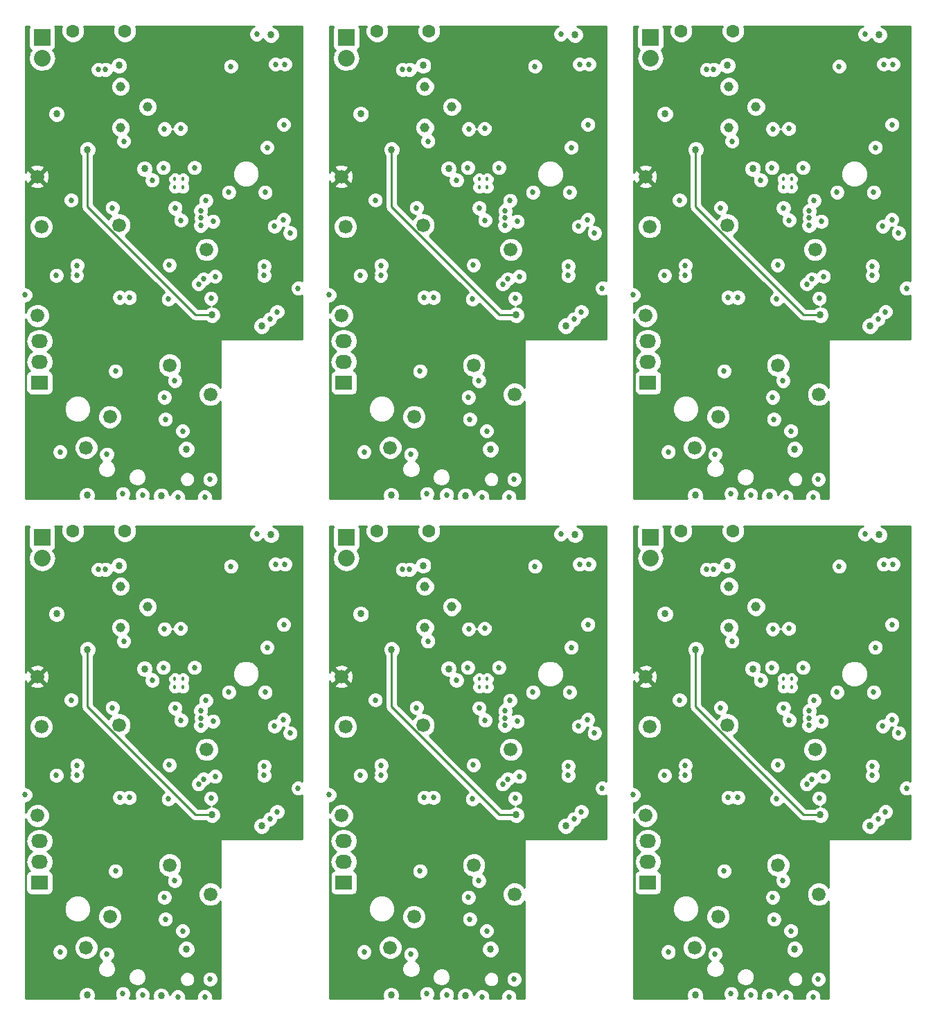
<source format=gbr>
G04 #@! TF.FileFunction,Copper,L3,Inr,Signal*
%FSLAX46Y46*%
G04 Gerber Fmt 4.6, Leading zero omitted, Abs format (unit mm)*
G04 Created by KiCad (PCBNEW 4.0.2+dfsg1-stable) date Mon 02 May 2016 01:19:17 PM EDT*
%MOMM*%
G01*
G04 APERTURE LIST*
%ADD10C,0.100000*%
%ADD11C,0.457000*%
%ADD12C,1.680000*%
%ADD13C,1.600000*%
%ADD14R,2.032000X2.032000*%
%ADD15O,2.032000X2.032000*%
%ADD16C,1.150000*%
%ADD17R,2.032000X1.727200*%
%ADD18O,2.032000X1.727200*%
%ADD19C,0.685800*%
%ADD20C,0.863600*%
%ADD21C,0.254000*%
G04 APERTURE END LIST*
D10*
D11*
X107008400Y-94112800D03*
X106008400Y-94112800D03*
X107008400Y-93112800D03*
X106008400Y-93112800D03*
D12*
X89166200Y-92805000D03*
X99173800Y-98723200D03*
X89217000Y-109797600D03*
D13*
X99885000Y-75017000D03*
X93535000Y-75017000D03*
D14*
X89775800Y-75812400D03*
D15*
X89775800Y-78352400D03*
D16*
X102678000Y-84296000D03*
X99378000Y-86796000D03*
X99378000Y-81796000D03*
D12*
X110349800Y-119398800D03*
X95160600Y-125901200D03*
X98056200Y-122142000D03*
X105371400Y-115842800D03*
X89674200Y-98926400D03*
X109892600Y-101720400D03*
D17*
X89471000Y-117976400D03*
D18*
X89471000Y-115436400D03*
X89471000Y-112896400D03*
D11*
X107008400Y-33057800D03*
X106008400Y-33057800D03*
X107008400Y-32057800D03*
X106008400Y-32057800D03*
D12*
X89166200Y-31750000D03*
X99173800Y-37668200D03*
X89217000Y-48742600D03*
D13*
X99885000Y-13962000D03*
X93535000Y-13962000D03*
D14*
X89775800Y-14757400D03*
D15*
X89775800Y-17297400D03*
D16*
X102678000Y-23241000D03*
X99378000Y-25741000D03*
X99378000Y-20741000D03*
D12*
X110349800Y-58343800D03*
X95160600Y-64846200D03*
X98056200Y-61087000D03*
X105371400Y-54787800D03*
X89674200Y-37871400D03*
X109892600Y-40665400D03*
D17*
X89471000Y-56921400D03*
D18*
X89471000Y-54381400D03*
X89471000Y-51841400D03*
D11*
X69829400Y-94112800D03*
X68829400Y-94112800D03*
X69829400Y-93112800D03*
X68829400Y-93112800D03*
D12*
X51987200Y-92805000D03*
X61994800Y-98723200D03*
X52038000Y-109797600D03*
D13*
X62706000Y-75017000D03*
X56356000Y-75017000D03*
D14*
X52596800Y-75812400D03*
D15*
X52596800Y-78352400D03*
D16*
X65499000Y-84296000D03*
X62199000Y-86796000D03*
X62199000Y-81796000D03*
D12*
X73170800Y-119398800D03*
X57981600Y-125901200D03*
X60877200Y-122142000D03*
X68192400Y-115842800D03*
X52495200Y-98926400D03*
X72713600Y-101720400D03*
D17*
X52292000Y-117976400D03*
D18*
X52292000Y-115436400D03*
X52292000Y-112896400D03*
D11*
X69829400Y-33057800D03*
X68829400Y-33057800D03*
X69829400Y-32057800D03*
X68829400Y-32057800D03*
D12*
X51987200Y-31750000D03*
X61994800Y-37668200D03*
X52038000Y-48742600D03*
D13*
X62706000Y-13962000D03*
X56356000Y-13962000D03*
D14*
X52596800Y-14757400D03*
D15*
X52596800Y-17297400D03*
D16*
X65499000Y-23241000D03*
X62199000Y-25741000D03*
X62199000Y-20741000D03*
D12*
X73170800Y-58343800D03*
X57981600Y-64846200D03*
X60877200Y-61087000D03*
X68192400Y-54787800D03*
X52495200Y-37871400D03*
X72713600Y-40665400D03*
D17*
X52292000Y-56921400D03*
D18*
X52292000Y-54381400D03*
X52292000Y-51841400D03*
D11*
X32650400Y-94112800D03*
X31650400Y-94112800D03*
X32650400Y-93112800D03*
X31650400Y-93112800D03*
D12*
X14808200Y-92805000D03*
X24815800Y-98723200D03*
X14859000Y-109797600D03*
D13*
X25527000Y-75017000D03*
X19177000Y-75017000D03*
D14*
X15417800Y-75812400D03*
D15*
X15417800Y-78352400D03*
D16*
X28320000Y-84296000D03*
X25020000Y-86796000D03*
X25020000Y-81796000D03*
D12*
X35991800Y-119398800D03*
X20802600Y-125901200D03*
X23698200Y-122142000D03*
X31013400Y-115842800D03*
X15316200Y-98926400D03*
X35534600Y-101720400D03*
D17*
X15113000Y-117976400D03*
D18*
X15113000Y-115436400D03*
X15113000Y-112896400D03*
D17*
X15113000Y-56921400D03*
D18*
X15113000Y-54381400D03*
X15113000Y-51841400D03*
D12*
X35534600Y-40665400D03*
X15316200Y-37871400D03*
X31013400Y-54787800D03*
X23698200Y-61087000D03*
X20802600Y-64846200D03*
X35991800Y-58343800D03*
D16*
X28320000Y-23241000D03*
X25020000Y-25741000D03*
X25020000Y-20741000D03*
D14*
X15417800Y-14757400D03*
D15*
X15417800Y-17297400D03*
D13*
X25527000Y-13962000D03*
X19177000Y-13962000D03*
D12*
X14859000Y-48742600D03*
X24815800Y-37668200D03*
X14808200Y-31750000D03*
D11*
X32650400Y-33057800D03*
X31650400Y-33057800D03*
X32650400Y-32057800D03*
X31650400Y-32057800D03*
D19*
X110934000Y-104997000D03*
D20*
X99173800Y-79241400D03*
X102292000Y-91859200D03*
D19*
X110934000Y-43942000D03*
D20*
X99173800Y-18186400D03*
X102292000Y-30804200D03*
D19*
X73755000Y-104997000D03*
D20*
X61994800Y-79241400D03*
X65113000Y-91859200D03*
D19*
X73755000Y-43942000D03*
D20*
X61994800Y-18186400D03*
X65113000Y-30804200D03*
D19*
X36576000Y-104997000D03*
D20*
X24815800Y-79241400D03*
X27934000Y-91859200D03*
X27934000Y-30804200D03*
X24815800Y-18186400D03*
D19*
X36576000Y-43942000D03*
D20*
X117741200Y-75507600D03*
D19*
X99758000Y-88487000D03*
D20*
X95262200Y-131717800D03*
X107403400Y-126104400D03*
X91553800Y-85159600D03*
X104330000Y-131794000D03*
X116623600Y-111042200D03*
D19*
X106692200Y-86937600D03*
X104736400Y-86988400D03*
X91960200Y-126434600D03*
X109156000Y-98774000D03*
X98361000Y-96615000D03*
X110299000Y-129762000D03*
X106362000Y-131921000D03*
X109664000Y-131921000D03*
X99631000Y-131540000D03*
X102044000Y-131667000D03*
X98767400Y-116554000D03*
X91503000Y-104870000D03*
X87693000Y-107257600D03*
X100443800Y-107562400D03*
X93992200Y-104870000D03*
X104863400Y-122446800D03*
X105219000Y-107765600D03*
X93331800Y-95675200D03*
X97675200Y-126714000D03*
X117614200Y-110204000D03*
X118503200Y-109315000D03*
D20*
X117741200Y-14452600D03*
D19*
X99758000Y-27432000D03*
D20*
X95262200Y-70662800D03*
X107403400Y-65049400D03*
X91553800Y-24104600D03*
X104330000Y-70739000D03*
X116623600Y-49987200D03*
D19*
X106692200Y-25882600D03*
X104736400Y-25933400D03*
X91960200Y-65379600D03*
X109156000Y-37719000D03*
X98361000Y-35560000D03*
X110299000Y-68707000D03*
X106362000Y-70866000D03*
X109664000Y-70866000D03*
X99631000Y-70485000D03*
X102044000Y-70612000D03*
X98767400Y-55499000D03*
X91503000Y-43815000D03*
X87693000Y-46202600D03*
X100443800Y-46507400D03*
X93992200Y-43815000D03*
X104863400Y-61391800D03*
X105219000Y-46710600D03*
X93331800Y-34620200D03*
X97675200Y-65659000D03*
X117614200Y-49149000D03*
X118503200Y-48260000D03*
D20*
X80562200Y-75507600D03*
D19*
X62579000Y-88487000D03*
D20*
X58083200Y-131717800D03*
X70224400Y-126104400D03*
X54374800Y-85159600D03*
X67151000Y-131794000D03*
X79444600Y-111042200D03*
D19*
X69513200Y-86937600D03*
X67557400Y-86988400D03*
X54781200Y-126434600D03*
X71977000Y-98774000D03*
X61182000Y-96615000D03*
X73120000Y-129762000D03*
X69183000Y-131921000D03*
X72485000Y-131921000D03*
X62452000Y-131540000D03*
X64865000Y-131667000D03*
X61588400Y-116554000D03*
X54324000Y-104870000D03*
X50514000Y-107257600D03*
X63264800Y-107562400D03*
X56813200Y-104870000D03*
X67684400Y-122446800D03*
X68040000Y-107765600D03*
X56152800Y-95675200D03*
X60496200Y-126714000D03*
X80435200Y-110204000D03*
X81324200Y-109315000D03*
D20*
X80562200Y-14452600D03*
D19*
X62579000Y-27432000D03*
D20*
X58083200Y-70662800D03*
X70224400Y-65049400D03*
X54374800Y-24104600D03*
X67151000Y-70739000D03*
X79444600Y-49987200D03*
D19*
X69513200Y-25882600D03*
X67557400Y-25933400D03*
X54781200Y-65379600D03*
X71977000Y-37719000D03*
X61182000Y-35560000D03*
X73120000Y-68707000D03*
X69183000Y-70866000D03*
X72485000Y-70866000D03*
X62452000Y-70485000D03*
X64865000Y-70612000D03*
X61588400Y-55499000D03*
X54324000Y-43815000D03*
X50514000Y-46202600D03*
X63264800Y-46507400D03*
X56813200Y-43815000D03*
X67684400Y-61391800D03*
X68040000Y-46710600D03*
X56152800Y-34620200D03*
X60496200Y-65659000D03*
X80435200Y-49149000D03*
X81324200Y-48260000D03*
D20*
X43383200Y-75507600D03*
D19*
X25400000Y-88487000D03*
D20*
X20904200Y-131717800D03*
X33045400Y-126104400D03*
X17195800Y-85159600D03*
X29972000Y-131794000D03*
X42265600Y-111042200D03*
D19*
X32334200Y-86937600D03*
X30378400Y-86988400D03*
X17602200Y-126434600D03*
X34798000Y-98774000D03*
X24003000Y-96615000D03*
X35941000Y-129762000D03*
X32004000Y-131921000D03*
X35306000Y-131921000D03*
X25273000Y-131540000D03*
X27686000Y-131667000D03*
X24409400Y-116554000D03*
X17145000Y-104870000D03*
X13335000Y-107257600D03*
X26085800Y-107562400D03*
X19634200Y-104870000D03*
X30505400Y-122446800D03*
X30861000Y-107765600D03*
X18973800Y-95675200D03*
X23317200Y-126714000D03*
X43256200Y-110204000D03*
X44145200Y-109315000D03*
X44145200Y-48260000D03*
X43256200Y-49149000D03*
X23317200Y-65659000D03*
X18973800Y-34620200D03*
X30861000Y-46710600D03*
X30505400Y-61391800D03*
X19634200Y-43815000D03*
X26085800Y-46507400D03*
X13335000Y-46202600D03*
X17145000Y-43815000D03*
X24409400Y-55499000D03*
X27686000Y-70612000D03*
X25273000Y-70485000D03*
X35306000Y-70866000D03*
X32004000Y-70866000D03*
X35941000Y-68707000D03*
X24003000Y-35560000D03*
X34798000Y-37719000D03*
X17602200Y-65379600D03*
X30378400Y-25933400D03*
X32334200Y-25882600D03*
D20*
X42265600Y-49987200D03*
X29972000Y-70739000D03*
X17195800Y-24104600D03*
X33045400Y-65049400D03*
X20904200Y-70662800D03*
D19*
X25400000Y-27432000D03*
D20*
X43383200Y-14452600D03*
X110553000Y-109696000D03*
X95313000Y-89503000D03*
X110553000Y-48641000D03*
X95313000Y-28448000D03*
X73374000Y-109696000D03*
X58134000Y-89503000D03*
X73374000Y-48641000D03*
X58134000Y-28448000D03*
X36195000Y-109696000D03*
X20955000Y-89503000D03*
X20955000Y-28448000D03*
X36195000Y-48641000D03*
X91757000Y-125063000D03*
X108978200Y-107613200D03*
X115023400Y-79343000D03*
X110095800Y-127298200D03*
X103187000Y-128873000D03*
D19*
X108267000Y-95980000D03*
X100291400Y-116554000D03*
X95617800Y-117976400D03*
X92976200Y-104819200D03*
X100850200Y-99282000D03*
X92341200Y-99663000D03*
X107555800Y-115792000D03*
D20*
X91757000Y-64008000D03*
X108978200Y-46558200D03*
X115023400Y-18288000D03*
X110095800Y-66243200D03*
X103187000Y-67818000D03*
D19*
X108267000Y-34925000D03*
X100291400Y-55499000D03*
X95617800Y-56921400D03*
X92976200Y-43764200D03*
X100850200Y-38227000D03*
X92341200Y-38608000D03*
X107555800Y-54737000D03*
D20*
X54578000Y-125063000D03*
X71799200Y-107613200D03*
X77844400Y-79343000D03*
X72916800Y-127298200D03*
X66008000Y-128873000D03*
D19*
X71088000Y-95980000D03*
X63112400Y-116554000D03*
X58438800Y-117976400D03*
X55797200Y-104819200D03*
X63671200Y-99282000D03*
X55162200Y-99663000D03*
X70376800Y-115792000D03*
D20*
X54578000Y-64008000D03*
X71799200Y-46558200D03*
X77844400Y-18288000D03*
X72916800Y-66243200D03*
X66008000Y-67818000D03*
D19*
X71088000Y-34925000D03*
X63112400Y-55499000D03*
X58438800Y-56921400D03*
X55797200Y-43764200D03*
X63671200Y-38227000D03*
X55162200Y-38608000D03*
X70376800Y-54737000D03*
D20*
X17399000Y-125063000D03*
X34620200Y-107613200D03*
X40665400Y-79343000D03*
X35737800Y-127298200D03*
X28829000Y-128873000D03*
D19*
X33909000Y-95980000D03*
X25933400Y-116554000D03*
X21259800Y-117976400D03*
X18618200Y-104819200D03*
X26492200Y-99282000D03*
X17983200Y-99663000D03*
X33197800Y-115792000D03*
X33197800Y-54737000D03*
X17983200Y-38608000D03*
X26492200Y-38227000D03*
X18618200Y-43764200D03*
X21259800Y-56921400D03*
X25933400Y-55499000D03*
X33909000Y-34925000D03*
D20*
X28829000Y-67818000D03*
X35737800Y-66243200D03*
X40665400Y-18288000D03*
X34620200Y-46558200D03*
X17399000Y-64008000D03*
D19*
X104711000Y-119754400D03*
X105981000Y-117722400D03*
X94043000Y-103650800D03*
X99275400Y-107562400D03*
X105320600Y-103600000D03*
X106946200Y-123869200D03*
X104711000Y-58699400D03*
X105981000Y-56667400D03*
X94043000Y-42595800D03*
X99275400Y-46507400D03*
X105320600Y-42545000D03*
X106946200Y-62814200D03*
X67532000Y-119754400D03*
X68802000Y-117722400D03*
X56864000Y-103650800D03*
X62096400Y-107562400D03*
X68141600Y-103600000D03*
X69767200Y-123869200D03*
X67532000Y-58699400D03*
X68802000Y-56667400D03*
X56864000Y-42595800D03*
X62096400Y-46507400D03*
X68141600Y-42545000D03*
X69767200Y-62814200D03*
X30353000Y-119754400D03*
X31623000Y-117722400D03*
X19685000Y-103650800D03*
X24917400Y-107562400D03*
X30962600Y-103600000D03*
X32588200Y-123869200D03*
X32588200Y-62814200D03*
X30962600Y-42545000D03*
X24917400Y-46507400D03*
X19685000Y-42595800D03*
X31623000Y-56667400D03*
X30353000Y-58699400D03*
X109511335Y-105321162D03*
X97522800Y-79724000D03*
X109511335Y-44266162D03*
X97522800Y-18669000D03*
X72332335Y-105321162D03*
X60343800Y-79724000D03*
X72332335Y-44266162D03*
X60343800Y-18669000D03*
X35153335Y-105321162D03*
X23164800Y-79724000D03*
X23164800Y-18669000D03*
X35153335Y-44266162D03*
X108900679Y-105931818D03*
X96659200Y-79724000D03*
X108900679Y-44876818D03*
X96659200Y-18669000D03*
X71721679Y-105931818D03*
X59480200Y-79724000D03*
X71721679Y-44876818D03*
X59480200Y-18669000D03*
X34542679Y-105931818D03*
X22301200Y-79724000D03*
X22301200Y-18669000D03*
X34542679Y-44876818D03*
X112839000Y-79343000D03*
X108419400Y-91712800D03*
X112839000Y-18288000D03*
X108419400Y-30657800D03*
X75660000Y-79343000D03*
X71240400Y-91712800D03*
X75660000Y-18288000D03*
X71240400Y-30657800D03*
X38481000Y-79343000D03*
X34061400Y-91712800D03*
X34061400Y-30657800D03*
X38481000Y-18288000D03*
X116014000Y-75406000D03*
X106029518Y-96642682D03*
X116014000Y-14351000D03*
X106029518Y-35587682D03*
X78835000Y-75406000D03*
X68850518Y-96642682D03*
X78835000Y-14351000D03*
X68850518Y-35587682D03*
X41656000Y-75406000D03*
X31671518Y-96642682D03*
X31671518Y-35587682D03*
X41656000Y-14351000D03*
X118300000Y-79089000D03*
X106743000Y-98139000D03*
X118300000Y-18034000D03*
X106743000Y-37084000D03*
X81121000Y-79089000D03*
X69564000Y-98139000D03*
X81121000Y-18034000D03*
X69564000Y-37084000D03*
X43942000Y-79089000D03*
X32385000Y-98139000D03*
X32385000Y-37084000D03*
X43942000Y-18034000D03*
X119443000Y-79089000D03*
X119316000Y-86455000D03*
X119443000Y-18034000D03*
X119316000Y-25400000D03*
X82264000Y-79089000D03*
X82137000Y-86455000D03*
X82264000Y-18034000D03*
X82137000Y-25400000D03*
X45085000Y-79089000D03*
X44958000Y-86455000D03*
X44958000Y-25400000D03*
X45085000Y-18034000D03*
X117284000Y-89249000D03*
X110680000Y-98266000D03*
X117284000Y-28194000D03*
X110680000Y-37211000D03*
X80105000Y-89249000D03*
X73501000Y-98266000D03*
X80105000Y-28194000D03*
X73501000Y-37211000D03*
X42926000Y-89249000D03*
X36322000Y-98266000D03*
X36322000Y-37211000D03*
X42926000Y-28194000D03*
X103249520Y-93250673D03*
X109199272Y-97863272D03*
X103249520Y-32195673D03*
X109199272Y-36808272D03*
X66070520Y-93250673D03*
X72020272Y-97863272D03*
X66070520Y-32195673D03*
X72020272Y-36808272D03*
X28891520Y-93250673D03*
X34841272Y-97863272D03*
X34841272Y-36808272D03*
X28891520Y-32195673D03*
X109181400Y-96996000D03*
X104609400Y-91712800D03*
X109181400Y-35941000D03*
X104609400Y-30657800D03*
X72002400Y-96996000D03*
X67430400Y-91712800D03*
X72002400Y-35941000D03*
X67430400Y-30657800D03*
X34823400Y-96996000D03*
X30251400Y-91712800D03*
X30251400Y-30657800D03*
X34823400Y-35941000D03*
X109791000Y-95726000D03*
X110426000Y-107664000D03*
X112585000Y-94710000D03*
X117055400Y-94710000D03*
X109791000Y-34671000D03*
X110426000Y-46609000D03*
X112585000Y-33655000D03*
X117055400Y-33655000D03*
X72612000Y-95726000D03*
X73247000Y-107664000D03*
X75406000Y-94710000D03*
X79876400Y-94710000D03*
X72612000Y-34671000D03*
X73247000Y-46609000D03*
X75406000Y-33655000D03*
X79876400Y-33655000D03*
X35433000Y-95726000D03*
X36068000Y-107664000D03*
X38227000Y-94710000D03*
X42697400Y-94710000D03*
X42697400Y-33655000D03*
X38227000Y-33655000D03*
X36068000Y-46609000D03*
X35433000Y-34671000D03*
X121068600Y-106444800D03*
X121068600Y-45389800D03*
X83889600Y-106444800D03*
X83889600Y-45389800D03*
X46710600Y-106444800D03*
X46710600Y-45389800D03*
X118173000Y-98875600D03*
X118173000Y-37820600D03*
X80994000Y-98875600D03*
X80994000Y-37820600D03*
X43815000Y-98875600D03*
X43815000Y-37820600D03*
X120103400Y-99688400D03*
X120103400Y-38633400D03*
X82924400Y-99688400D03*
X82924400Y-38633400D03*
X45745400Y-99688400D03*
X45745400Y-38633400D03*
X116903000Y-103752400D03*
X116903000Y-42697400D03*
X79724000Y-103752400D03*
X79724000Y-42697400D03*
X42545000Y-103752400D03*
X42545000Y-42697400D03*
X116903000Y-104870000D03*
X116903000Y-43815000D03*
X79724000Y-104870000D03*
X79724000Y-43815000D03*
X42545000Y-104870000D03*
X42545000Y-43815000D03*
X119290600Y-98062800D03*
X119290600Y-37007800D03*
X82111600Y-98062800D03*
X82111600Y-37007800D03*
X44932600Y-98062800D03*
X44932600Y-37007800D03*
D21*
X95313000Y-95853000D02*
X95313000Y-89503000D01*
X95313000Y-96488000D02*
X95313000Y-95853000D01*
X108521000Y-109696000D02*
X95313000Y-96488000D01*
X110553000Y-109696000D02*
X108521000Y-109696000D01*
X95313000Y-34798000D02*
X95313000Y-28448000D01*
X95313000Y-35433000D02*
X95313000Y-34798000D01*
X108521000Y-48641000D02*
X95313000Y-35433000D01*
X110553000Y-48641000D02*
X108521000Y-48641000D01*
X58134000Y-95853000D02*
X58134000Y-89503000D01*
X58134000Y-96488000D02*
X58134000Y-95853000D01*
X71342000Y-109696000D02*
X58134000Y-96488000D01*
X73374000Y-109696000D02*
X71342000Y-109696000D01*
X58134000Y-34798000D02*
X58134000Y-28448000D01*
X58134000Y-35433000D02*
X58134000Y-34798000D01*
X71342000Y-48641000D02*
X58134000Y-35433000D01*
X73374000Y-48641000D02*
X71342000Y-48641000D01*
X20955000Y-95853000D02*
X20955000Y-89503000D01*
X20955000Y-96488000D02*
X20955000Y-95853000D01*
X34163000Y-109696000D02*
X20955000Y-96488000D01*
X36195000Y-109696000D02*
X34163000Y-109696000D01*
X36195000Y-48641000D02*
X34163000Y-48641000D01*
X34163000Y-48641000D02*
X20955000Y-35433000D01*
X20955000Y-35433000D02*
X20955000Y-34798000D01*
X20955000Y-34798000D02*
X20955000Y-28448000D01*
G36*
X13805369Y-13489510D02*
X13754360Y-13741400D01*
X13754360Y-15773400D01*
X13798638Y-16008717D01*
X13937710Y-16224841D01*
X14086637Y-16326598D01*
X13860130Y-16665590D01*
X13734455Y-17297400D01*
X13860130Y-17929210D01*
X14218022Y-18464833D01*
X14753645Y-18822725D01*
X15385455Y-18948400D01*
X15450145Y-18948400D01*
X15881173Y-18862663D01*
X21323131Y-18862663D01*
X21471693Y-19222212D01*
X21746541Y-19497540D01*
X22105830Y-19646730D01*
X22494863Y-19647069D01*
X22733142Y-19548615D01*
X22969430Y-19646730D01*
X23358463Y-19647069D01*
X23718012Y-19498507D01*
X23993340Y-19223659D01*
X24096317Y-18975662D01*
X24210717Y-19090262D01*
X24602669Y-19253015D01*
X25027069Y-19253385D01*
X25419304Y-19091316D01*
X25719662Y-18791483D01*
X25848310Y-18481663D01*
X37502931Y-18481663D01*
X37651493Y-18841212D01*
X37926341Y-19116540D01*
X38285630Y-19265730D01*
X38674663Y-19266069D01*
X39034212Y-19117507D01*
X39309540Y-18842659D01*
X39458730Y-18483370D01*
X39458952Y-18227663D01*
X42963931Y-18227663D01*
X43112493Y-18587212D01*
X43387341Y-18862540D01*
X43746630Y-19011730D01*
X44135663Y-19012069D01*
X44495212Y-18863507D01*
X44513291Y-18845460D01*
X44530341Y-18862540D01*
X44889630Y-19011730D01*
X45278663Y-19012069D01*
X45638212Y-18863507D01*
X45913540Y-18588659D01*
X46062730Y-18229370D01*
X46063069Y-17840337D01*
X45914507Y-17480788D01*
X45639659Y-17205460D01*
X45280370Y-17056270D01*
X44891337Y-17055931D01*
X44531788Y-17204493D01*
X44513709Y-17222540D01*
X44496659Y-17205460D01*
X44137370Y-17056270D01*
X43748337Y-17055931D01*
X43388788Y-17204493D01*
X43113460Y-17479341D01*
X42964270Y-17838630D01*
X42963931Y-18227663D01*
X39458952Y-18227663D01*
X39459069Y-18094337D01*
X39310507Y-17734788D01*
X39035659Y-17459460D01*
X38676370Y-17310270D01*
X38287337Y-17309931D01*
X37927788Y-17458493D01*
X37652460Y-17733341D01*
X37503270Y-18092630D01*
X37502931Y-18481663D01*
X25848310Y-18481663D01*
X25882415Y-18399531D01*
X25882785Y-17975131D01*
X25720716Y-17582896D01*
X25420883Y-17282538D01*
X25028931Y-17119785D01*
X24604531Y-17119415D01*
X24212296Y-17281484D01*
X23911938Y-17581317D01*
X23779399Y-17900505D01*
X23719459Y-17840460D01*
X23360170Y-17691270D01*
X22971137Y-17690931D01*
X22732858Y-17789385D01*
X22496570Y-17691270D01*
X22107537Y-17690931D01*
X21747988Y-17839493D01*
X21472660Y-18114341D01*
X21323470Y-18473630D01*
X21323131Y-18862663D01*
X15881173Y-18862663D01*
X16081955Y-18822725D01*
X16617578Y-18464833D01*
X16975470Y-17929210D01*
X17101145Y-17297400D01*
X16975470Y-16665590D01*
X16748301Y-16325608D01*
X16885241Y-16237490D01*
X17030231Y-16025290D01*
X17081240Y-15773400D01*
X17081240Y-13741400D01*
X17036962Y-13506083D01*
X16975134Y-13410000D01*
X17852416Y-13410000D01*
X17742250Y-13675309D01*
X17741752Y-14246187D01*
X17959757Y-14773800D01*
X18363077Y-15177824D01*
X18890309Y-15396750D01*
X19461187Y-15397248D01*
X19988800Y-15179243D01*
X20392824Y-14775923D01*
X20611750Y-14248691D01*
X20612248Y-13677813D01*
X20501590Y-13410000D01*
X24202416Y-13410000D01*
X24092250Y-13675309D01*
X24091752Y-14246187D01*
X24309757Y-14773800D01*
X24713077Y-15177824D01*
X25240309Y-15396750D01*
X25811187Y-15397248D01*
X26338800Y-15179243D01*
X26742824Y-14775923D01*
X26961750Y-14248691D01*
X26962248Y-13677813D01*
X26851590Y-13410000D01*
X41372623Y-13410000D01*
X41102788Y-13521493D01*
X40827460Y-13796341D01*
X40678270Y-14155630D01*
X40677931Y-14544663D01*
X40826493Y-14904212D01*
X41101341Y-15179540D01*
X41460630Y-15328730D01*
X41849663Y-15329069D01*
X42209212Y-15180507D01*
X42436101Y-14954014D01*
X42478284Y-15056104D01*
X42778117Y-15356462D01*
X43170069Y-15519215D01*
X43594469Y-15519585D01*
X43986704Y-15357516D01*
X44287062Y-15057683D01*
X44449815Y-14665731D01*
X44450185Y-14241331D01*
X44288116Y-13849096D01*
X43988283Y-13548738D01*
X43654165Y-13410000D01*
X47169000Y-13410000D01*
X47169000Y-44521290D01*
X46905970Y-44412070D01*
X46516937Y-44411731D01*
X46157388Y-44560293D01*
X45882060Y-44835141D01*
X45732870Y-45194430D01*
X45732531Y-45583463D01*
X45881093Y-45943012D01*
X46155941Y-46218340D01*
X46515230Y-46367530D01*
X46904263Y-46367869D01*
X47169000Y-46258482D01*
X47169000Y-51562000D01*
X37338000Y-51562000D01*
X37291841Y-51570685D01*
X37249447Y-51597965D01*
X37221006Y-51639590D01*
X37211000Y-51689000D01*
X37211000Y-57477342D01*
X36828411Y-57094085D01*
X36286483Y-56869057D01*
X35699692Y-56868544D01*
X35157371Y-57092627D01*
X34742085Y-57507189D01*
X34517057Y-58049117D01*
X34516544Y-58635908D01*
X34740627Y-59178229D01*
X35155189Y-59593515D01*
X35697117Y-59818543D01*
X36283908Y-59819056D01*
X36826229Y-59594973D01*
X37211000Y-59210873D01*
X37211000Y-71045000D01*
X36283744Y-71045000D01*
X36284069Y-70672337D01*
X36135507Y-70312788D01*
X35860659Y-70037460D01*
X35501370Y-69888270D01*
X35112337Y-69887931D01*
X34752788Y-70036493D01*
X34477460Y-70311341D01*
X34328270Y-70670630D01*
X34327944Y-71045000D01*
X32981744Y-71045000D01*
X32982069Y-70672337D01*
X32833507Y-70312788D01*
X32558659Y-70037460D01*
X32199370Y-69888270D01*
X31810337Y-69887931D01*
X31450788Y-70036493D01*
X31175460Y-70311341D01*
X31038887Y-70640245D01*
X31038985Y-70527731D01*
X30876916Y-70135496D01*
X30577083Y-69835138D01*
X30185131Y-69672385D01*
X29760731Y-69672015D01*
X29368496Y-69834084D01*
X29068138Y-70133917D01*
X28905385Y-70525869D01*
X28905015Y-70950269D01*
X28944157Y-71045000D01*
X28565057Y-71045000D01*
X28663730Y-70807370D01*
X28664069Y-70418337D01*
X28515507Y-70058788D01*
X28240659Y-69783460D01*
X27881370Y-69634270D01*
X27492337Y-69633931D01*
X27132788Y-69782493D01*
X26857460Y-70057341D01*
X26708270Y-70416630D01*
X26707931Y-70805663D01*
X26806823Y-71045000D01*
X26096190Y-71045000D01*
X26101540Y-71039659D01*
X26250730Y-70680370D01*
X26251069Y-70291337D01*
X26102507Y-69931788D01*
X25827659Y-69656460D01*
X25468370Y-69507270D01*
X25079337Y-69506931D01*
X24719788Y-69655493D01*
X24444460Y-69930341D01*
X24295270Y-70289630D01*
X24294931Y-70678663D01*
X24443493Y-71038212D01*
X24450269Y-71045000D01*
X21900611Y-71045000D01*
X21970815Y-70875931D01*
X21971185Y-70451531D01*
X21809116Y-70059296D01*
X21509283Y-69758938D01*
X21117331Y-69596185D01*
X20692931Y-69595815D01*
X20300696Y-69757884D01*
X20000338Y-70057717D01*
X19837585Y-70449669D01*
X19837215Y-70874069D01*
X19907843Y-71045000D01*
X13410000Y-71045000D01*
X13410000Y-68672824D01*
X25940808Y-68672824D01*
X26109439Y-69080943D01*
X26421415Y-69393463D01*
X26829239Y-69562807D01*
X27270824Y-69563192D01*
X27678943Y-69394561D01*
X27991463Y-69082585D01*
X28070120Y-68893157D01*
X32206837Y-68893157D01*
X32349642Y-69238772D01*
X32613837Y-69503429D01*
X32959202Y-69646837D01*
X33333157Y-69647163D01*
X33678772Y-69504358D01*
X33943429Y-69240163D01*
X34084401Y-68900663D01*
X34962931Y-68900663D01*
X35111493Y-69260212D01*
X35386341Y-69535540D01*
X35745630Y-69684730D01*
X36134663Y-69685069D01*
X36494212Y-69536507D01*
X36769540Y-69261659D01*
X36918730Y-68902370D01*
X36919069Y-68513337D01*
X36770507Y-68153788D01*
X36495659Y-67878460D01*
X36136370Y-67729270D01*
X35747337Y-67728931D01*
X35387788Y-67877493D01*
X35112460Y-68152341D01*
X34963270Y-68511630D01*
X34962931Y-68900663D01*
X34084401Y-68900663D01*
X34086837Y-68894798D01*
X34087163Y-68520843D01*
X33944358Y-68175228D01*
X33680163Y-67910571D01*
X33334798Y-67767163D01*
X32960843Y-67766837D01*
X32615228Y-67909642D01*
X32350571Y-68173837D01*
X32207163Y-68519202D01*
X32206837Y-68893157D01*
X28070120Y-68893157D01*
X28160807Y-68674761D01*
X28161192Y-68233176D01*
X27992561Y-67825057D01*
X27680585Y-67512537D01*
X27272761Y-67343193D01*
X26831176Y-67342808D01*
X26423057Y-67511439D01*
X26110537Y-67823415D01*
X25941193Y-68231239D01*
X25940808Y-68672824D01*
X13410000Y-68672824D01*
X13410000Y-67656824D01*
X22232808Y-67656824D01*
X22401439Y-68064943D01*
X22713415Y-68377463D01*
X23121239Y-68546807D01*
X23562824Y-68547192D01*
X23970943Y-68378561D01*
X24283463Y-68066585D01*
X24452807Y-67658761D01*
X24453192Y-67217176D01*
X24284561Y-66809057D01*
X23972585Y-66496537D01*
X23894746Y-66464215D01*
X24145740Y-66213659D01*
X24294930Y-65854370D01*
X24295269Y-65465337D01*
X24210703Y-65260669D01*
X31978415Y-65260669D01*
X32140484Y-65652904D01*
X32440317Y-65953262D01*
X32832269Y-66116015D01*
X33256669Y-66116385D01*
X33648904Y-65954316D01*
X33949262Y-65654483D01*
X34112015Y-65262531D01*
X34112385Y-64838131D01*
X33950316Y-64445896D01*
X33650483Y-64145538D01*
X33258531Y-63982785D01*
X32834131Y-63982415D01*
X32441896Y-64144484D01*
X32141538Y-64444317D01*
X31978785Y-64836269D01*
X31978415Y-65260669D01*
X24210703Y-65260669D01*
X24146707Y-65105788D01*
X23871859Y-64830460D01*
X23512570Y-64681270D01*
X23123537Y-64680931D01*
X22763988Y-64829493D01*
X22488660Y-65104341D01*
X22339470Y-65463630D01*
X22339131Y-65852663D01*
X22487693Y-66212212D01*
X22754257Y-66479242D01*
X22715057Y-66495439D01*
X22402537Y-66807415D01*
X22233193Y-67215239D01*
X22232808Y-67656824D01*
X13410000Y-67656824D01*
X13410000Y-65573263D01*
X16624131Y-65573263D01*
X16772693Y-65932812D01*
X17047541Y-66208140D01*
X17406830Y-66357330D01*
X17795863Y-66357669D01*
X18155412Y-66209107D01*
X18430740Y-65934259D01*
X18579930Y-65574970D01*
X18580269Y-65185937D01*
X18560590Y-65138308D01*
X19327344Y-65138308D01*
X19551427Y-65680629D01*
X19965989Y-66095915D01*
X20507917Y-66320943D01*
X21094708Y-66321456D01*
X21637029Y-66097373D01*
X22052315Y-65682811D01*
X22277343Y-65140883D01*
X22277856Y-64554092D01*
X22053773Y-64011771D01*
X21639211Y-63596485D01*
X21097283Y-63371457D01*
X20510492Y-63370944D01*
X19968171Y-63595027D01*
X19552885Y-64009589D01*
X19327857Y-64551517D01*
X19327344Y-65138308D01*
X18560590Y-65138308D01*
X18431707Y-64826388D01*
X18156859Y-64551060D01*
X17797570Y-64401870D01*
X17408537Y-64401531D01*
X17048988Y-64550093D01*
X16773660Y-64824941D01*
X16624470Y-65184230D01*
X16624131Y-65573263D01*
X13410000Y-65573263D01*
X13410000Y-63007863D01*
X31610131Y-63007863D01*
X31758693Y-63367412D01*
X32033541Y-63642740D01*
X32392830Y-63791930D01*
X32781863Y-63792269D01*
X33141412Y-63643707D01*
X33416740Y-63368859D01*
X33565930Y-63009570D01*
X33566269Y-62620537D01*
X33417707Y-62260988D01*
X33142859Y-61985660D01*
X32783570Y-61836470D01*
X32394537Y-61836131D01*
X32034988Y-61984693D01*
X31759660Y-62259541D01*
X31610470Y-62618830D01*
X31610131Y-63007863D01*
X13410000Y-63007863D01*
X13410000Y-60431795D01*
X18107716Y-60431795D01*
X18356106Y-61032943D01*
X18815637Y-61493278D01*
X19416352Y-61742716D01*
X20066795Y-61743284D01*
X20667943Y-61494894D01*
X20783931Y-61379108D01*
X22222944Y-61379108D01*
X22447027Y-61921429D01*
X22861589Y-62336715D01*
X23403517Y-62561743D01*
X23990308Y-62562256D01*
X24532629Y-62338173D01*
X24947915Y-61923611D01*
X25088326Y-61585463D01*
X29527331Y-61585463D01*
X29675893Y-61945012D01*
X29950741Y-62220340D01*
X30310030Y-62369530D01*
X30699063Y-62369869D01*
X31058612Y-62221307D01*
X31333940Y-61946459D01*
X31483130Y-61587170D01*
X31483469Y-61198137D01*
X31334907Y-60838588D01*
X31060059Y-60563260D01*
X30700770Y-60414070D01*
X30311737Y-60413731D01*
X29952188Y-60562293D01*
X29676860Y-60837141D01*
X29527670Y-61196430D01*
X29527331Y-61585463D01*
X25088326Y-61585463D01*
X25172943Y-61381683D01*
X25173456Y-60794892D01*
X24949373Y-60252571D01*
X24534811Y-59837285D01*
X23992883Y-59612257D01*
X23406092Y-59611744D01*
X22863771Y-59835827D01*
X22448485Y-60250389D01*
X22223457Y-60792317D01*
X22222944Y-61379108D01*
X20783931Y-61379108D01*
X21128278Y-61035363D01*
X21377716Y-60434648D01*
X21378284Y-59784205D01*
X21129894Y-59183057D01*
X20840407Y-58893063D01*
X29374931Y-58893063D01*
X29523493Y-59252612D01*
X29798341Y-59527940D01*
X30157630Y-59677130D01*
X30546663Y-59677469D01*
X30906212Y-59528907D01*
X31181540Y-59254059D01*
X31330730Y-58894770D01*
X31331069Y-58505737D01*
X31182507Y-58146188D01*
X30907659Y-57870860D01*
X30548370Y-57721670D01*
X30159337Y-57721331D01*
X29799788Y-57869893D01*
X29524460Y-58144741D01*
X29375270Y-58504030D01*
X29374931Y-58893063D01*
X20840407Y-58893063D01*
X20670363Y-58722722D01*
X20069648Y-58473284D01*
X19419205Y-58472716D01*
X18818057Y-58721106D01*
X18357722Y-59180637D01*
X18108284Y-59781352D01*
X18107716Y-60431795D01*
X13410000Y-60431795D01*
X13410000Y-51841400D01*
X13429655Y-51841400D01*
X13543729Y-52414889D01*
X13868585Y-52901070D01*
X14183366Y-53111400D01*
X13868585Y-53321730D01*
X13543729Y-53807911D01*
X13429655Y-54381400D01*
X13543729Y-54954889D01*
X13868585Y-55441070D01*
X13882913Y-55450643D01*
X13861683Y-55454638D01*
X13645559Y-55593710D01*
X13500569Y-55805910D01*
X13449560Y-56057800D01*
X13449560Y-57785000D01*
X13493838Y-58020317D01*
X13632910Y-58236441D01*
X13845110Y-58381431D01*
X14097000Y-58432440D01*
X16129000Y-58432440D01*
X16364317Y-58388162D01*
X16580441Y-58249090D01*
X16725431Y-58036890D01*
X16776440Y-57785000D01*
X16776440Y-56057800D01*
X16732162Y-55822483D01*
X16648626Y-55692663D01*
X23431331Y-55692663D01*
X23579893Y-56052212D01*
X23854741Y-56327540D01*
X24214030Y-56476730D01*
X24603063Y-56477069D01*
X24962612Y-56328507D01*
X25237940Y-56053659D01*
X25387130Y-55694370D01*
X25387469Y-55305337D01*
X25294325Y-55079908D01*
X29538144Y-55079908D01*
X29762227Y-55622229D01*
X30176789Y-56037515D01*
X30718717Y-56262543D01*
X30732252Y-56262555D01*
X30645270Y-56472030D01*
X30644931Y-56861063D01*
X30793493Y-57220612D01*
X31068341Y-57495940D01*
X31427630Y-57645130D01*
X31816663Y-57645469D01*
X32176212Y-57496907D01*
X32451540Y-57222059D01*
X32600730Y-56862770D01*
X32601069Y-56473737D01*
X32452507Y-56114188D01*
X32177659Y-55838860D01*
X32086295Y-55800922D01*
X32263115Y-55624411D01*
X32488143Y-55082483D01*
X32488656Y-54495692D01*
X32264573Y-53953371D01*
X31850011Y-53538085D01*
X31308083Y-53313057D01*
X30721292Y-53312544D01*
X30178971Y-53536627D01*
X29763685Y-53951189D01*
X29538657Y-54493117D01*
X29538144Y-55079908D01*
X25294325Y-55079908D01*
X25238907Y-54945788D01*
X24964059Y-54670460D01*
X24604770Y-54521270D01*
X24215737Y-54520931D01*
X23856188Y-54669493D01*
X23580860Y-54944341D01*
X23431670Y-55303630D01*
X23431331Y-55692663D01*
X16648626Y-55692663D01*
X16593090Y-55606359D01*
X16380890Y-55461369D01*
X16339561Y-55453000D01*
X16357415Y-55441070D01*
X16682271Y-54954889D01*
X16796345Y-54381400D01*
X16682271Y-53807911D01*
X16357415Y-53321730D01*
X16042634Y-53111400D01*
X16357415Y-52901070D01*
X16682271Y-52414889D01*
X16796345Y-51841400D01*
X16682271Y-51267911D01*
X16357415Y-50781730D01*
X15871234Y-50456874D01*
X15297745Y-50342800D01*
X14928255Y-50342800D01*
X14354766Y-50456874D01*
X13868585Y-50781730D01*
X13543729Y-51267911D01*
X13429655Y-51841400D01*
X13410000Y-51841400D01*
X13410000Y-49098252D01*
X13607827Y-49577029D01*
X14022389Y-49992315D01*
X14564317Y-50217343D01*
X15151108Y-50217856D01*
X15198028Y-50198469D01*
X41198615Y-50198469D01*
X41360684Y-50590704D01*
X41660517Y-50891062D01*
X42052469Y-51053815D01*
X42476869Y-51054185D01*
X42869104Y-50892116D01*
X43169462Y-50592283D01*
X43332215Y-50200331D01*
X43332279Y-50126967D01*
X43449863Y-50127069D01*
X43809412Y-49978507D01*
X44084740Y-49703659D01*
X44233930Y-49344370D01*
X44234023Y-49237978D01*
X44338863Y-49238069D01*
X44698412Y-49089507D01*
X44973740Y-48814659D01*
X45122930Y-48455370D01*
X45123269Y-48066337D01*
X44974707Y-47706788D01*
X44699859Y-47431460D01*
X44340570Y-47282270D01*
X43951537Y-47281931D01*
X43591988Y-47430493D01*
X43316660Y-47705341D01*
X43167470Y-48064630D01*
X43167377Y-48171022D01*
X43062537Y-48170931D01*
X42702988Y-48319493D01*
X42427660Y-48594341D01*
X42292259Y-48920422D01*
X42054331Y-48920215D01*
X41662096Y-49082284D01*
X41361738Y-49382117D01*
X41198985Y-49774069D01*
X41198615Y-50198469D01*
X15198028Y-50198469D01*
X15693429Y-49993773D01*
X16108715Y-49579211D01*
X16333743Y-49037283D01*
X16334256Y-48450492D01*
X16110173Y-47908171D01*
X15695611Y-47492885D01*
X15153683Y-47267857D01*
X14566892Y-47267344D01*
X14024571Y-47491427D01*
X13609285Y-47905989D01*
X13410000Y-48385921D01*
X13410000Y-47180566D01*
X13528663Y-47180669D01*
X13888212Y-47032107D01*
X14163540Y-46757259D01*
X14186874Y-46701063D01*
X23939331Y-46701063D01*
X24087893Y-47060612D01*
X24362741Y-47335940D01*
X24722030Y-47485130D01*
X25111063Y-47485469D01*
X25470612Y-47336907D01*
X25501413Y-47306160D01*
X25531141Y-47335940D01*
X25890430Y-47485130D01*
X26279463Y-47485469D01*
X26639012Y-47336907D01*
X26914340Y-47062059D01*
X27063530Y-46702770D01*
X27063869Y-46313737D01*
X26915307Y-45954188D01*
X26640459Y-45678860D01*
X26281170Y-45529670D01*
X25892137Y-45529331D01*
X25532588Y-45677893D01*
X25501787Y-45708640D01*
X25472059Y-45678860D01*
X25112770Y-45529670D01*
X24723737Y-45529331D01*
X24364188Y-45677893D01*
X24088860Y-45952741D01*
X23939670Y-46312030D01*
X23939331Y-46701063D01*
X14186874Y-46701063D01*
X14312730Y-46397970D01*
X14313069Y-46008937D01*
X14164507Y-45649388D01*
X13889659Y-45374060D01*
X13530370Y-45224870D01*
X13410000Y-45224765D01*
X13410000Y-44008663D01*
X16166931Y-44008663D01*
X16315493Y-44368212D01*
X16590341Y-44643540D01*
X16949630Y-44792730D01*
X17338663Y-44793069D01*
X17698212Y-44644507D01*
X17973540Y-44369659D01*
X18122730Y-44010370D01*
X18122731Y-44008663D01*
X18656131Y-44008663D01*
X18804693Y-44368212D01*
X19079541Y-44643540D01*
X19438830Y-44792730D01*
X19827863Y-44793069D01*
X20187412Y-44644507D01*
X20462740Y-44369659D01*
X20611930Y-44010370D01*
X20612269Y-43621337D01*
X20463707Y-43261788D01*
X20432916Y-43230943D01*
X20513540Y-43150459D01*
X20662730Y-42791170D01*
X20663069Y-42402137D01*
X20514507Y-42042588D01*
X20239659Y-41767260D01*
X19880370Y-41618070D01*
X19491337Y-41617731D01*
X19131788Y-41766293D01*
X18856460Y-42041141D01*
X18707270Y-42400430D01*
X18706931Y-42789463D01*
X18855493Y-43149012D01*
X18886284Y-43179857D01*
X18805660Y-43260341D01*
X18656470Y-43619630D01*
X18656131Y-44008663D01*
X18122731Y-44008663D01*
X18123069Y-43621337D01*
X17974507Y-43261788D01*
X17699659Y-42986460D01*
X17340370Y-42837270D01*
X16951337Y-42836931D01*
X16591788Y-42985493D01*
X16316460Y-43260341D01*
X16167270Y-43619630D01*
X16166931Y-44008663D01*
X13410000Y-44008663D01*
X13410000Y-38163508D01*
X13840944Y-38163508D01*
X14065027Y-38705829D01*
X14479589Y-39121115D01*
X15021517Y-39346143D01*
X15608308Y-39346656D01*
X16150629Y-39122573D01*
X16565915Y-38708011D01*
X16790943Y-38166083D01*
X16791456Y-37579292D01*
X16567373Y-37036971D01*
X16152811Y-36621685D01*
X15610883Y-36396657D01*
X15024092Y-36396144D01*
X14481771Y-36620227D01*
X14066485Y-37034789D01*
X13841457Y-37576717D01*
X13840944Y-38163508D01*
X13410000Y-38163508D01*
X13410000Y-34813863D01*
X17995731Y-34813863D01*
X18144293Y-35173412D01*
X18419141Y-35448740D01*
X18778430Y-35597930D01*
X19167463Y-35598269D01*
X19527012Y-35449707D01*
X19802340Y-35174859D01*
X19951530Y-34815570D01*
X19951869Y-34426537D01*
X19803307Y-34066988D01*
X19528459Y-33791660D01*
X19169170Y-33642470D01*
X18780137Y-33642131D01*
X18420588Y-33790693D01*
X18145260Y-34065541D01*
X17996070Y-34424830D01*
X17995731Y-34813863D01*
X13410000Y-34813863D01*
X13410000Y-32786716D01*
X13951089Y-32786716D01*
X14030134Y-33036980D01*
X14581867Y-33236768D01*
X15168057Y-33210208D01*
X15586266Y-33036980D01*
X15665311Y-32786716D01*
X14808200Y-31929605D01*
X13951089Y-32786716D01*
X13410000Y-32786716D01*
X13410000Y-32259557D01*
X13521220Y-32528066D01*
X13771484Y-32607111D01*
X14628595Y-31750000D01*
X14987805Y-31750000D01*
X15844916Y-32607111D01*
X16095180Y-32528066D01*
X16294968Y-31976333D01*
X16268408Y-31390143D01*
X16095180Y-30971934D01*
X15844916Y-30892889D01*
X14987805Y-31750000D01*
X14628595Y-31750000D01*
X13771484Y-30892889D01*
X13521220Y-30971934D01*
X13410000Y-31279078D01*
X13410000Y-30713284D01*
X13951089Y-30713284D01*
X14808200Y-31570395D01*
X15665311Y-30713284D01*
X15586266Y-30463020D01*
X15034533Y-30263232D01*
X14448343Y-30289792D01*
X14030134Y-30463020D01*
X13951089Y-30713284D01*
X13410000Y-30713284D01*
X13410000Y-28659269D01*
X19888015Y-28659269D01*
X20050084Y-29051504D01*
X20193000Y-29194670D01*
X20193000Y-35433000D01*
X20251004Y-35724605D01*
X20321563Y-35830203D01*
X20416185Y-35971815D01*
X30320295Y-45875925D01*
X30307788Y-45881093D01*
X30032460Y-46155941D01*
X29883270Y-46515230D01*
X29882931Y-46904263D01*
X30031493Y-47263812D01*
X30306341Y-47539140D01*
X30665630Y-47688330D01*
X31054663Y-47688669D01*
X31414212Y-47540107D01*
X31689540Y-47265259D01*
X31695434Y-47251065D01*
X33624185Y-49179816D01*
X33772377Y-49278834D01*
X33871395Y-49344996D01*
X34163000Y-49403000D01*
X35448303Y-49403000D01*
X35589917Y-49544862D01*
X35981869Y-49707615D01*
X36406269Y-49707985D01*
X36798504Y-49545916D01*
X37098862Y-49246083D01*
X37261615Y-48854131D01*
X37261985Y-48429731D01*
X37099916Y-48037496D01*
X36800083Y-47737138D01*
X36408131Y-47574385D01*
X36292605Y-47574284D01*
X36621212Y-47438507D01*
X36896540Y-47163659D01*
X37045730Y-46804370D01*
X37046069Y-46415337D01*
X36897507Y-46055788D01*
X36622659Y-45780460D01*
X36263370Y-45631270D01*
X35874337Y-45630931D01*
X35514788Y-45779493D01*
X35239460Y-46054341D01*
X35090270Y-46413630D01*
X35089931Y-46802663D01*
X35238493Y-47162212D01*
X35513341Y-47437540D01*
X35872630Y-47586730D01*
X35952789Y-47586800D01*
X35591496Y-47736084D01*
X35448330Y-47879000D01*
X34478631Y-47879000D01*
X31670112Y-45070481D01*
X33564610Y-45070481D01*
X33713172Y-45430030D01*
X33988020Y-45705358D01*
X34347309Y-45854548D01*
X34736342Y-45854887D01*
X35095891Y-45706325D01*
X35371219Y-45431477D01*
X35470089Y-45193371D01*
X35706547Y-45095669D01*
X35981875Y-44820821D01*
X36008214Y-44757390D01*
X36021341Y-44770540D01*
X36380630Y-44919730D01*
X36769663Y-44920069D01*
X37129212Y-44771507D01*
X37404540Y-44496659D01*
X37553730Y-44137370D01*
X37554069Y-43748337D01*
X37405507Y-43388788D01*
X37130659Y-43113460D01*
X36771370Y-42964270D01*
X36382337Y-42963931D01*
X36022788Y-43112493D01*
X35747460Y-43387341D01*
X35721121Y-43450772D01*
X35707994Y-43437622D01*
X35348705Y-43288432D01*
X34959672Y-43288093D01*
X34600123Y-43436655D01*
X34324795Y-43711503D01*
X34225925Y-43949609D01*
X33989467Y-44047311D01*
X33714139Y-44322159D01*
X33564949Y-44681448D01*
X33564610Y-45070481D01*
X31670112Y-45070481D01*
X29338294Y-42738663D01*
X29984531Y-42738663D01*
X30133093Y-43098212D01*
X30407941Y-43373540D01*
X30767230Y-43522730D01*
X31156263Y-43523069D01*
X31515812Y-43374507D01*
X31791140Y-43099659D01*
X31877756Y-42891063D01*
X41566931Y-42891063D01*
X41715493Y-43250612D01*
X41720840Y-43255968D01*
X41716460Y-43260341D01*
X41567270Y-43619630D01*
X41566931Y-44008663D01*
X41715493Y-44368212D01*
X41990341Y-44643540D01*
X42349630Y-44792730D01*
X42738663Y-44793069D01*
X43098212Y-44644507D01*
X43373540Y-44369659D01*
X43522730Y-44010370D01*
X43523069Y-43621337D01*
X43374507Y-43261788D01*
X43369160Y-43256432D01*
X43373540Y-43252059D01*
X43522730Y-42892770D01*
X43523069Y-42503737D01*
X43374507Y-42144188D01*
X43099659Y-41868860D01*
X42740370Y-41719670D01*
X42351337Y-41719331D01*
X41991788Y-41867893D01*
X41716460Y-42142741D01*
X41567270Y-42502030D01*
X41566931Y-42891063D01*
X31877756Y-42891063D01*
X31940330Y-42740370D01*
X31940669Y-42351337D01*
X31792107Y-41991788D01*
X31517259Y-41716460D01*
X31157970Y-41567270D01*
X30768937Y-41566931D01*
X30409388Y-41715493D01*
X30134060Y-41990341D01*
X29984870Y-42349630D01*
X29984531Y-42738663D01*
X29338294Y-42738663D01*
X27557139Y-40957508D01*
X34059344Y-40957508D01*
X34283427Y-41499829D01*
X34697989Y-41915115D01*
X35239917Y-42140143D01*
X35826708Y-42140656D01*
X36369029Y-41916573D01*
X36784315Y-41502011D01*
X37009343Y-40960083D01*
X37009856Y-40373292D01*
X36785773Y-39830971D01*
X36371211Y-39415685D01*
X35829283Y-39190657D01*
X35242492Y-39190144D01*
X34700171Y-39414227D01*
X34284885Y-39828789D01*
X34059857Y-40370717D01*
X34059344Y-40957508D01*
X27557139Y-40957508D01*
X25557371Y-38957741D01*
X25650229Y-38919373D01*
X26065515Y-38504811D01*
X26290543Y-37962883D01*
X26291056Y-37376092D01*
X26066973Y-36833771D01*
X25652411Y-36418485D01*
X25110483Y-36193457D01*
X24752918Y-36193144D01*
X24831540Y-36114659D01*
X24969944Y-35781345D01*
X30693449Y-35781345D01*
X30842011Y-36140894D01*
X31116859Y-36416222D01*
X31476148Y-36565412D01*
X31541458Y-36565469D01*
X31407270Y-36888630D01*
X31406931Y-37277663D01*
X31555493Y-37637212D01*
X31830341Y-37912540D01*
X32189630Y-38061730D01*
X32578663Y-38062069D01*
X32938212Y-37913507D01*
X32939057Y-37912663D01*
X33819931Y-37912663D01*
X33968493Y-38272212D01*
X34243341Y-38547540D01*
X34602630Y-38696730D01*
X34991663Y-38697069D01*
X35351212Y-38548507D01*
X35626540Y-38273659D01*
X35736559Y-38008704D01*
X35767341Y-38039540D01*
X36126630Y-38188730D01*
X36515663Y-38189069D01*
X36875212Y-38040507D01*
X36901501Y-38014263D01*
X42836931Y-38014263D01*
X42985493Y-38373812D01*
X43260341Y-38649140D01*
X43619630Y-38798330D01*
X44008663Y-38798669D01*
X44368212Y-38650107D01*
X44643540Y-38375259D01*
X44792730Y-38015970D01*
X44792756Y-37985578D01*
X45009996Y-37985768D01*
X44916860Y-38078741D01*
X44767670Y-38438030D01*
X44767331Y-38827063D01*
X44915893Y-39186612D01*
X45190741Y-39461940D01*
X45550030Y-39611130D01*
X45939063Y-39611469D01*
X46298612Y-39462907D01*
X46573940Y-39188059D01*
X46723130Y-38828770D01*
X46723469Y-38439737D01*
X46574907Y-38080188D01*
X46300059Y-37804860D01*
X45940770Y-37655670D01*
X45668004Y-37655432D01*
X45761140Y-37562459D01*
X45910330Y-37203170D01*
X45910669Y-36814137D01*
X45762107Y-36454588D01*
X45487259Y-36179260D01*
X45127970Y-36030070D01*
X44738937Y-36029731D01*
X44379388Y-36178293D01*
X44104060Y-36453141D01*
X43954870Y-36812430D01*
X43954844Y-36842822D01*
X43621337Y-36842531D01*
X43261788Y-36991093D01*
X42986460Y-37265941D01*
X42837270Y-37625230D01*
X42836931Y-38014263D01*
X36901501Y-38014263D01*
X37150540Y-37765659D01*
X37299730Y-37406370D01*
X37300069Y-37017337D01*
X37151507Y-36657788D01*
X36876659Y-36382460D01*
X36517370Y-36233270D01*
X36128337Y-36232931D01*
X35768788Y-36381493D01*
X35736385Y-36413839D01*
X35711212Y-36352916D01*
X35801130Y-36136370D01*
X35801469Y-35747337D01*
X35741295Y-35601704D01*
X35986212Y-35500507D01*
X36261540Y-35225659D01*
X36410730Y-34866370D01*
X36411069Y-34477337D01*
X36262507Y-34117788D01*
X35993852Y-33848663D01*
X37248931Y-33848663D01*
X37397493Y-34208212D01*
X37672341Y-34483540D01*
X38031630Y-34632730D01*
X38420663Y-34633069D01*
X38780212Y-34484507D01*
X39055540Y-34209659D01*
X39204730Y-33850370D01*
X39204731Y-33848663D01*
X41719331Y-33848663D01*
X41867893Y-34208212D01*
X42142741Y-34483540D01*
X42502030Y-34632730D01*
X42891063Y-34633069D01*
X43250612Y-34484507D01*
X43525940Y-34209659D01*
X43675130Y-33850370D01*
X43675469Y-33461337D01*
X43526907Y-33101788D01*
X43252059Y-32826460D01*
X42892770Y-32677270D01*
X42503737Y-32676931D01*
X42144188Y-32825493D01*
X41868860Y-33100341D01*
X41719670Y-33459630D01*
X41719331Y-33848663D01*
X39204731Y-33848663D01*
X39205069Y-33461337D01*
X39056507Y-33101788D01*
X38781659Y-32826460D01*
X38422370Y-32677270D01*
X38033337Y-32676931D01*
X37673788Y-32825493D01*
X37398460Y-33100341D01*
X37249270Y-33459630D01*
X37248931Y-33848663D01*
X35993852Y-33848663D01*
X35987659Y-33842460D01*
X35628370Y-33693270D01*
X35239337Y-33692931D01*
X34879788Y-33841493D01*
X34604460Y-34116341D01*
X34455270Y-34475630D01*
X34454931Y-34864663D01*
X34515105Y-35010296D01*
X34270188Y-35111493D01*
X33994860Y-35386341D01*
X33845670Y-35745630D01*
X33845331Y-36134663D01*
X33953460Y-36396356D01*
X33863542Y-36612902D01*
X33863203Y-37001935D01*
X33949835Y-37211602D01*
X33820270Y-37523630D01*
X33819931Y-37912663D01*
X32939057Y-37912663D01*
X33213540Y-37638659D01*
X33362730Y-37279370D01*
X33363069Y-36890337D01*
X33214507Y-36530788D01*
X32939659Y-36255460D01*
X32580370Y-36106270D01*
X32515060Y-36106213D01*
X32649248Y-35783052D01*
X32649587Y-35394019D01*
X32501025Y-35034470D01*
X32226177Y-34759142D01*
X31866888Y-34609952D01*
X31477855Y-34609613D01*
X31118306Y-34758175D01*
X30842978Y-35033023D01*
X30693788Y-35392312D01*
X30693449Y-35781345D01*
X24969944Y-35781345D01*
X24980730Y-35755370D01*
X24981069Y-35366337D01*
X24832507Y-35006788D01*
X24557659Y-34731460D01*
X24198370Y-34582270D01*
X23809337Y-34581931D01*
X23449788Y-34730493D01*
X23174460Y-35005341D01*
X23025270Y-35364630D01*
X23024931Y-35753663D01*
X23173493Y-36113212D01*
X23448341Y-36388540D01*
X23807630Y-36537730D01*
X23860411Y-36537776D01*
X23566085Y-36831589D01*
X23526515Y-36926885D01*
X21717000Y-35117370D01*
X21717000Y-31015469D01*
X26867015Y-31015469D01*
X27029084Y-31407704D01*
X27328917Y-31708062D01*
X27720869Y-31870815D01*
X27967469Y-31871030D01*
X27913790Y-32000303D01*
X27913451Y-32389336D01*
X28062013Y-32748885D01*
X28336861Y-33024213D01*
X28696150Y-33173403D01*
X29085183Y-33173742D01*
X29444732Y-33025180D01*
X29720060Y-32750332D01*
X29869250Y-32391043D01*
X29869391Y-32228807D01*
X30786750Y-32228807D01*
X30917933Y-32546294D01*
X30929226Y-32557607D01*
X30918787Y-32568028D01*
X30787050Y-32885286D01*
X30786750Y-33228807D01*
X30917933Y-33546294D01*
X31160628Y-33789413D01*
X31477886Y-33921150D01*
X31821407Y-33921450D01*
X32138894Y-33790267D01*
X32150207Y-33778974D01*
X32160628Y-33789413D01*
X32477886Y-33921150D01*
X32821407Y-33921450D01*
X33138894Y-33790267D01*
X33382013Y-33547572D01*
X33513750Y-33230314D01*
X33514050Y-32886793D01*
X33382867Y-32569306D01*
X33371574Y-32557993D01*
X33382013Y-32547572D01*
X33513750Y-32230314D01*
X33514050Y-31886793D01*
X33454139Y-31741795D01*
X38707716Y-31741795D01*
X38956106Y-32342943D01*
X39415637Y-32803278D01*
X40016352Y-33052716D01*
X40666795Y-33053284D01*
X41267943Y-32804894D01*
X41728278Y-32345363D01*
X41977716Y-31744648D01*
X41978284Y-31094205D01*
X41729894Y-30493057D01*
X41270363Y-30032722D01*
X40669648Y-29783284D01*
X40019205Y-29782716D01*
X39418057Y-30031106D01*
X38957722Y-30490637D01*
X38708284Y-31091352D01*
X38707716Y-31741795D01*
X33454139Y-31741795D01*
X33382867Y-31569306D01*
X33140172Y-31326187D01*
X32822914Y-31194450D01*
X32479393Y-31194150D01*
X32161906Y-31325333D01*
X32150593Y-31336626D01*
X32140172Y-31326187D01*
X31822914Y-31194450D01*
X31479393Y-31194150D01*
X31161906Y-31325333D01*
X30918787Y-31568028D01*
X30787050Y-31885286D01*
X30786750Y-32228807D01*
X29869391Y-32228807D01*
X29869589Y-32002010D01*
X29721027Y-31642461D01*
X29446179Y-31367133D01*
X29086890Y-31217943D01*
X28917375Y-31217795D01*
X29000615Y-31017331D01*
X29000759Y-30851463D01*
X29273331Y-30851463D01*
X29421893Y-31211012D01*
X29696741Y-31486340D01*
X30056030Y-31635530D01*
X30445063Y-31635869D01*
X30804612Y-31487307D01*
X31079940Y-31212459D01*
X31229130Y-30853170D01*
X31229131Y-30851463D01*
X33083331Y-30851463D01*
X33231893Y-31211012D01*
X33506741Y-31486340D01*
X33866030Y-31635530D01*
X34255063Y-31635869D01*
X34614612Y-31487307D01*
X34889940Y-31212459D01*
X35039130Y-30853170D01*
X35039469Y-30464137D01*
X34890907Y-30104588D01*
X34616059Y-29829260D01*
X34256770Y-29680070D01*
X33867737Y-29679731D01*
X33508188Y-29828293D01*
X33232860Y-30103141D01*
X33083670Y-30462430D01*
X33083331Y-30851463D01*
X31229131Y-30851463D01*
X31229469Y-30464137D01*
X31080907Y-30104588D01*
X30806059Y-29829260D01*
X30446770Y-29680070D01*
X30057737Y-29679731D01*
X29698188Y-29828293D01*
X29422860Y-30103141D01*
X29273670Y-30462430D01*
X29273331Y-30851463D01*
X29000759Y-30851463D01*
X29000985Y-30592931D01*
X28838916Y-30200696D01*
X28539083Y-29900338D01*
X28147131Y-29737585D01*
X27722731Y-29737215D01*
X27330496Y-29899284D01*
X27030138Y-30199117D01*
X26867385Y-30591069D01*
X26867015Y-31015469D01*
X21717000Y-31015469D01*
X21717000Y-29194697D01*
X21858862Y-29053083D01*
X22021615Y-28661131D01*
X22021985Y-28236731D01*
X21859916Y-27844496D01*
X21560083Y-27544138D01*
X21168131Y-27381385D01*
X20743731Y-27381015D01*
X20351496Y-27543084D01*
X20051138Y-27842917D01*
X19888385Y-28234869D01*
X19888015Y-28659269D01*
X13410000Y-28659269D01*
X13410000Y-25980628D01*
X23809791Y-25980628D01*
X23993614Y-26425514D01*
X24333695Y-26766190D01*
X24580249Y-26868568D01*
X24571460Y-26877341D01*
X24422270Y-27236630D01*
X24421931Y-27625663D01*
X24570493Y-27985212D01*
X24845341Y-28260540D01*
X25204630Y-28409730D01*
X25593663Y-28410069D01*
X25647889Y-28387663D01*
X41947931Y-28387663D01*
X42096493Y-28747212D01*
X42371341Y-29022540D01*
X42730630Y-29171730D01*
X43119663Y-29172069D01*
X43479212Y-29023507D01*
X43754540Y-28748659D01*
X43903730Y-28389370D01*
X43904069Y-28000337D01*
X43755507Y-27640788D01*
X43480659Y-27365460D01*
X43121370Y-27216270D01*
X42732337Y-27215931D01*
X42372788Y-27364493D01*
X42097460Y-27639341D01*
X41948270Y-27998630D01*
X41947931Y-28387663D01*
X25647889Y-28387663D01*
X25953212Y-28261507D01*
X26228540Y-27986659D01*
X26377730Y-27627370D01*
X26378069Y-27238337D01*
X26229507Y-26878788D01*
X25954659Y-26603460D01*
X25893971Y-26578260D01*
X26045190Y-26427305D01*
X26169861Y-26127063D01*
X29400331Y-26127063D01*
X29548893Y-26486612D01*
X29823741Y-26761940D01*
X30183030Y-26911130D01*
X30572063Y-26911469D01*
X30931612Y-26762907D01*
X31206940Y-26488059D01*
X31356130Y-26128770D01*
X31356176Y-26076371D01*
X31504693Y-26435812D01*
X31779541Y-26711140D01*
X32138830Y-26860330D01*
X32527863Y-26860669D01*
X32887412Y-26712107D01*
X33162740Y-26437259D01*
X33311930Y-26077970D01*
X33312269Y-25688937D01*
X33272903Y-25593663D01*
X43979931Y-25593663D01*
X44128493Y-25953212D01*
X44403341Y-26228540D01*
X44762630Y-26377730D01*
X45151663Y-26378069D01*
X45511212Y-26229507D01*
X45786540Y-25954659D01*
X45935730Y-25595370D01*
X45936069Y-25206337D01*
X45787507Y-24846788D01*
X45512659Y-24571460D01*
X45153370Y-24422270D01*
X44764337Y-24421931D01*
X44404788Y-24570493D01*
X44129460Y-24845341D01*
X43980270Y-25204630D01*
X43979931Y-25593663D01*
X33272903Y-25593663D01*
X33163707Y-25329388D01*
X32888859Y-25054060D01*
X32529570Y-24904870D01*
X32140537Y-24904531D01*
X31780988Y-25053093D01*
X31505660Y-25327941D01*
X31356470Y-25687230D01*
X31356424Y-25739629D01*
X31207907Y-25380188D01*
X30933059Y-25104860D01*
X30573770Y-24955670D01*
X30184737Y-24955331D01*
X29825188Y-25103893D01*
X29549860Y-25378741D01*
X29400670Y-25738030D01*
X29400331Y-26127063D01*
X26169861Y-26127063D01*
X26229789Y-25982740D01*
X26230209Y-25501372D01*
X26046386Y-25056486D01*
X25706305Y-24715810D01*
X25261740Y-24531211D01*
X24780372Y-24530791D01*
X24335486Y-24714614D01*
X23994810Y-25054695D01*
X23810211Y-25499260D01*
X23809791Y-25980628D01*
X13410000Y-25980628D01*
X13410000Y-24315869D01*
X16128815Y-24315869D01*
X16290884Y-24708104D01*
X16590717Y-25008462D01*
X16982669Y-25171215D01*
X17407069Y-25171585D01*
X17799304Y-25009516D01*
X18099662Y-24709683D01*
X18262415Y-24317731D01*
X18262785Y-23893331D01*
X18100716Y-23501096D01*
X18080284Y-23480628D01*
X27109791Y-23480628D01*
X27293614Y-23925514D01*
X27633695Y-24266190D01*
X28078260Y-24450789D01*
X28559628Y-24451209D01*
X29004514Y-24267386D01*
X29345190Y-23927305D01*
X29529789Y-23482740D01*
X29530209Y-23001372D01*
X29346386Y-22556486D01*
X29006305Y-22215810D01*
X28561740Y-22031211D01*
X28080372Y-22030791D01*
X27635486Y-22214614D01*
X27294810Y-22554695D01*
X27110211Y-22999260D01*
X27109791Y-23480628D01*
X18080284Y-23480628D01*
X17800883Y-23200738D01*
X17408931Y-23037985D01*
X16984531Y-23037615D01*
X16592296Y-23199684D01*
X16291938Y-23499517D01*
X16129185Y-23891469D01*
X16128815Y-24315869D01*
X13410000Y-24315869D01*
X13410000Y-20980628D01*
X23809791Y-20980628D01*
X23993614Y-21425514D01*
X24333695Y-21766190D01*
X24778260Y-21950789D01*
X25259628Y-21951209D01*
X25704514Y-21767386D01*
X26045190Y-21427305D01*
X26229789Y-20982740D01*
X26230209Y-20501372D01*
X26046386Y-20056486D01*
X25706305Y-19715810D01*
X25261740Y-19531211D01*
X24780372Y-19530791D01*
X24335486Y-19714614D01*
X23994810Y-20054695D01*
X23810211Y-20499260D01*
X23809791Y-20980628D01*
X13410000Y-20980628D01*
X13410000Y-13410000D01*
X13859696Y-13410000D01*
X13805369Y-13489510D01*
X13805369Y-13489510D01*
G37*
X13805369Y-13489510D02*
X13754360Y-13741400D01*
X13754360Y-15773400D01*
X13798638Y-16008717D01*
X13937710Y-16224841D01*
X14086637Y-16326598D01*
X13860130Y-16665590D01*
X13734455Y-17297400D01*
X13860130Y-17929210D01*
X14218022Y-18464833D01*
X14753645Y-18822725D01*
X15385455Y-18948400D01*
X15450145Y-18948400D01*
X15881173Y-18862663D01*
X21323131Y-18862663D01*
X21471693Y-19222212D01*
X21746541Y-19497540D01*
X22105830Y-19646730D01*
X22494863Y-19647069D01*
X22733142Y-19548615D01*
X22969430Y-19646730D01*
X23358463Y-19647069D01*
X23718012Y-19498507D01*
X23993340Y-19223659D01*
X24096317Y-18975662D01*
X24210717Y-19090262D01*
X24602669Y-19253015D01*
X25027069Y-19253385D01*
X25419304Y-19091316D01*
X25719662Y-18791483D01*
X25848310Y-18481663D01*
X37502931Y-18481663D01*
X37651493Y-18841212D01*
X37926341Y-19116540D01*
X38285630Y-19265730D01*
X38674663Y-19266069D01*
X39034212Y-19117507D01*
X39309540Y-18842659D01*
X39458730Y-18483370D01*
X39458952Y-18227663D01*
X42963931Y-18227663D01*
X43112493Y-18587212D01*
X43387341Y-18862540D01*
X43746630Y-19011730D01*
X44135663Y-19012069D01*
X44495212Y-18863507D01*
X44513291Y-18845460D01*
X44530341Y-18862540D01*
X44889630Y-19011730D01*
X45278663Y-19012069D01*
X45638212Y-18863507D01*
X45913540Y-18588659D01*
X46062730Y-18229370D01*
X46063069Y-17840337D01*
X45914507Y-17480788D01*
X45639659Y-17205460D01*
X45280370Y-17056270D01*
X44891337Y-17055931D01*
X44531788Y-17204493D01*
X44513709Y-17222540D01*
X44496659Y-17205460D01*
X44137370Y-17056270D01*
X43748337Y-17055931D01*
X43388788Y-17204493D01*
X43113460Y-17479341D01*
X42964270Y-17838630D01*
X42963931Y-18227663D01*
X39458952Y-18227663D01*
X39459069Y-18094337D01*
X39310507Y-17734788D01*
X39035659Y-17459460D01*
X38676370Y-17310270D01*
X38287337Y-17309931D01*
X37927788Y-17458493D01*
X37652460Y-17733341D01*
X37503270Y-18092630D01*
X37502931Y-18481663D01*
X25848310Y-18481663D01*
X25882415Y-18399531D01*
X25882785Y-17975131D01*
X25720716Y-17582896D01*
X25420883Y-17282538D01*
X25028931Y-17119785D01*
X24604531Y-17119415D01*
X24212296Y-17281484D01*
X23911938Y-17581317D01*
X23779399Y-17900505D01*
X23719459Y-17840460D01*
X23360170Y-17691270D01*
X22971137Y-17690931D01*
X22732858Y-17789385D01*
X22496570Y-17691270D01*
X22107537Y-17690931D01*
X21747988Y-17839493D01*
X21472660Y-18114341D01*
X21323470Y-18473630D01*
X21323131Y-18862663D01*
X15881173Y-18862663D01*
X16081955Y-18822725D01*
X16617578Y-18464833D01*
X16975470Y-17929210D01*
X17101145Y-17297400D01*
X16975470Y-16665590D01*
X16748301Y-16325608D01*
X16885241Y-16237490D01*
X17030231Y-16025290D01*
X17081240Y-15773400D01*
X17081240Y-13741400D01*
X17036962Y-13506083D01*
X16975134Y-13410000D01*
X17852416Y-13410000D01*
X17742250Y-13675309D01*
X17741752Y-14246187D01*
X17959757Y-14773800D01*
X18363077Y-15177824D01*
X18890309Y-15396750D01*
X19461187Y-15397248D01*
X19988800Y-15179243D01*
X20392824Y-14775923D01*
X20611750Y-14248691D01*
X20612248Y-13677813D01*
X20501590Y-13410000D01*
X24202416Y-13410000D01*
X24092250Y-13675309D01*
X24091752Y-14246187D01*
X24309757Y-14773800D01*
X24713077Y-15177824D01*
X25240309Y-15396750D01*
X25811187Y-15397248D01*
X26338800Y-15179243D01*
X26742824Y-14775923D01*
X26961750Y-14248691D01*
X26962248Y-13677813D01*
X26851590Y-13410000D01*
X41372623Y-13410000D01*
X41102788Y-13521493D01*
X40827460Y-13796341D01*
X40678270Y-14155630D01*
X40677931Y-14544663D01*
X40826493Y-14904212D01*
X41101341Y-15179540D01*
X41460630Y-15328730D01*
X41849663Y-15329069D01*
X42209212Y-15180507D01*
X42436101Y-14954014D01*
X42478284Y-15056104D01*
X42778117Y-15356462D01*
X43170069Y-15519215D01*
X43594469Y-15519585D01*
X43986704Y-15357516D01*
X44287062Y-15057683D01*
X44449815Y-14665731D01*
X44450185Y-14241331D01*
X44288116Y-13849096D01*
X43988283Y-13548738D01*
X43654165Y-13410000D01*
X47169000Y-13410000D01*
X47169000Y-44521290D01*
X46905970Y-44412070D01*
X46516937Y-44411731D01*
X46157388Y-44560293D01*
X45882060Y-44835141D01*
X45732870Y-45194430D01*
X45732531Y-45583463D01*
X45881093Y-45943012D01*
X46155941Y-46218340D01*
X46515230Y-46367530D01*
X46904263Y-46367869D01*
X47169000Y-46258482D01*
X47169000Y-51562000D01*
X37338000Y-51562000D01*
X37291841Y-51570685D01*
X37249447Y-51597965D01*
X37221006Y-51639590D01*
X37211000Y-51689000D01*
X37211000Y-57477342D01*
X36828411Y-57094085D01*
X36286483Y-56869057D01*
X35699692Y-56868544D01*
X35157371Y-57092627D01*
X34742085Y-57507189D01*
X34517057Y-58049117D01*
X34516544Y-58635908D01*
X34740627Y-59178229D01*
X35155189Y-59593515D01*
X35697117Y-59818543D01*
X36283908Y-59819056D01*
X36826229Y-59594973D01*
X37211000Y-59210873D01*
X37211000Y-71045000D01*
X36283744Y-71045000D01*
X36284069Y-70672337D01*
X36135507Y-70312788D01*
X35860659Y-70037460D01*
X35501370Y-69888270D01*
X35112337Y-69887931D01*
X34752788Y-70036493D01*
X34477460Y-70311341D01*
X34328270Y-70670630D01*
X34327944Y-71045000D01*
X32981744Y-71045000D01*
X32982069Y-70672337D01*
X32833507Y-70312788D01*
X32558659Y-70037460D01*
X32199370Y-69888270D01*
X31810337Y-69887931D01*
X31450788Y-70036493D01*
X31175460Y-70311341D01*
X31038887Y-70640245D01*
X31038985Y-70527731D01*
X30876916Y-70135496D01*
X30577083Y-69835138D01*
X30185131Y-69672385D01*
X29760731Y-69672015D01*
X29368496Y-69834084D01*
X29068138Y-70133917D01*
X28905385Y-70525869D01*
X28905015Y-70950269D01*
X28944157Y-71045000D01*
X28565057Y-71045000D01*
X28663730Y-70807370D01*
X28664069Y-70418337D01*
X28515507Y-70058788D01*
X28240659Y-69783460D01*
X27881370Y-69634270D01*
X27492337Y-69633931D01*
X27132788Y-69782493D01*
X26857460Y-70057341D01*
X26708270Y-70416630D01*
X26707931Y-70805663D01*
X26806823Y-71045000D01*
X26096190Y-71045000D01*
X26101540Y-71039659D01*
X26250730Y-70680370D01*
X26251069Y-70291337D01*
X26102507Y-69931788D01*
X25827659Y-69656460D01*
X25468370Y-69507270D01*
X25079337Y-69506931D01*
X24719788Y-69655493D01*
X24444460Y-69930341D01*
X24295270Y-70289630D01*
X24294931Y-70678663D01*
X24443493Y-71038212D01*
X24450269Y-71045000D01*
X21900611Y-71045000D01*
X21970815Y-70875931D01*
X21971185Y-70451531D01*
X21809116Y-70059296D01*
X21509283Y-69758938D01*
X21117331Y-69596185D01*
X20692931Y-69595815D01*
X20300696Y-69757884D01*
X20000338Y-70057717D01*
X19837585Y-70449669D01*
X19837215Y-70874069D01*
X19907843Y-71045000D01*
X13410000Y-71045000D01*
X13410000Y-68672824D01*
X25940808Y-68672824D01*
X26109439Y-69080943D01*
X26421415Y-69393463D01*
X26829239Y-69562807D01*
X27270824Y-69563192D01*
X27678943Y-69394561D01*
X27991463Y-69082585D01*
X28070120Y-68893157D01*
X32206837Y-68893157D01*
X32349642Y-69238772D01*
X32613837Y-69503429D01*
X32959202Y-69646837D01*
X33333157Y-69647163D01*
X33678772Y-69504358D01*
X33943429Y-69240163D01*
X34084401Y-68900663D01*
X34962931Y-68900663D01*
X35111493Y-69260212D01*
X35386341Y-69535540D01*
X35745630Y-69684730D01*
X36134663Y-69685069D01*
X36494212Y-69536507D01*
X36769540Y-69261659D01*
X36918730Y-68902370D01*
X36919069Y-68513337D01*
X36770507Y-68153788D01*
X36495659Y-67878460D01*
X36136370Y-67729270D01*
X35747337Y-67728931D01*
X35387788Y-67877493D01*
X35112460Y-68152341D01*
X34963270Y-68511630D01*
X34962931Y-68900663D01*
X34084401Y-68900663D01*
X34086837Y-68894798D01*
X34087163Y-68520843D01*
X33944358Y-68175228D01*
X33680163Y-67910571D01*
X33334798Y-67767163D01*
X32960843Y-67766837D01*
X32615228Y-67909642D01*
X32350571Y-68173837D01*
X32207163Y-68519202D01*
X32206837Y-68893157D01*
X28070120Y-68893157D01*
X28160807Y-68674761D01*
X28161192Y-68233176D01*
X27992561Y-67825057D01*
X27680585Y-67512537D01*
X27272761Y-67343193D01*
X26831176Y-67342808D01*
X26423057Y-67511439D01*
X26110537Y-67823415D01*
X25941193Y-68231239D01*
X25940808Y-68672824D01*
X13410000Y-68672824D01*
X13410000Y-67656824D01*
X22232808Y-67656824D01*
X22401439Y-68064943D01*
X22713415Y-68377463D01*
X23121239Y-68546807D01*
X23562824Y-68547192D01*
X23970943Y-68378561D01*
X24283463Y-68066585D01*
X24452807Y-67658761D01*
X24453192Y-67217176D01*
X24284561Y-66809057D01*
X23972585Y-66496537D01*
X23894746Y-66464215D01*
X24145740Y-66213659D01*
X24294930Y-65854370D01*
X24295269Y-65465337D01*
X24210703Y-65260669D01*
X31978415Y-65260669D01*
X32140484Y-65652904D01*
X32440317Y-65953262D01*
X32832269Y-66116015D01*
X33256669Y-66116385D01*
X33648904Y-65954316D01*
X33949262Y-65654483D01*
X34112015Y-65262531D01*
X34112385Y-64838131D01*
X33950316Y-64445896D01*
X33650483Y-64145538D01*
X33258531Y-63982785D01*
X32834131Y-63982415D01*
X32441896Y-64144484D01*
X32141538Y-64444317D01*
X31978785Y-64836269D01*
X31978415Y-65260669D01*
X24210703Y-65260669D01*
X24146707Y-65105788D01*
X23871859Y-64830460D01*
X23512570Y-64681270D01*
X23123537Y-64680931D01*
X22763988Y-64829493D01*
X22488660Y-65104341D01*
X22339470Y-65463630D01*
X22339131Y-65852663D01*
X22487693Y-66212212D01*
X22754257Y-66479242D01*
X22715057Y-66495439D01*
X22402537Y-66807415D01*
X22233193Y-67215239D01*
X22232808Y-67656824D01*
X13410000Y-67656824D01*
X13410000Y-65573263D01*
X16624131Y-65573263D01*
X16772693Y-65932812D01*
X17047541Y-66208140D01*
X17406830Y-66357330D01*
X17795863Y-66357669D01*
X18155412Y-66209107D01*
X18430740Y-65934259D01*
X18579930Y-65574970D01*
X18580269Y-65185937D01*
X18560590Y-65138308D01*
X19327344Y-65138308D01*
X19551427Y-65680629D01*
X19965989Y-66095915D01*
X20507917Y-66320943D01*
X21094708Y-66321456D01*
X21637029Y-66097373D01*
X22052315Y-65682811D01*
X22277343Y-65140883D01*
X22277856Y-64554092D01*
X22053773Y-64011771D01*
X21639211Y-63596485D01*
X21097283Y-63371457D01*
X20510492Y-63370944D01*
X19968171Y-63595027D01*
X19552885Y-64009589D01*
X19327857Y-64551517D01*
X19327344Y-65138308D01*
X18560590Y-65138308D01*
X18431707Y-64826388D01*
X18156859Y-64551060D01*
X17797570Y-64401870D01*
X17408537Y-64401531D01*
X17048988Y-64550093D01*
X16773660Y-64824941D01*
X16624470Y-65184230D01*
X16624131Y-65573263D01*
X13410000Y-65573263D01*
X13410000Y-63007863D01*
X31610131Y-63007863D01*
X31758693Y-63367412D01*
X32033541Y-63642740D01*
X32392830Y-63791930D01*
X32781863Y-63792269D01*
X33141412Y-63643707D01*
X33416740Y-63368859D01*
X33565930Y-63009570D01*
X33566269Y-62620537D01*
X33417707Y-62260988D01*
X33142859Y-61985660D01*
X32783570Y-61836470D01*
X32394537Y-61836131D01*
X32034988Y-61984693D01*
X31759660Y-62259541D01*
X31610470Y-62618830D01*
X31610131Y-63007863D01*
X13410000Y-63007863D01*
X13410000Y-60431795D01*
X18107716Y-60431795D01*
X18356106Y-61032943D01*
X18815637Y-61493278D01*
X19416352Y-61742716D01*
X20066795Y-61743284D01*
X20667943Y-61494894D01*
X20783931Y-61379108D01*
X22222944Y-61379108D01*
X22447027Y-61921429D01*
X22861589Y-62336715D01*
X23403517Y-62561743D01*
X23990308Y-62562256D01*
X24532629Y-62338173D01*
X24947915Y-61923611D01*
X25088326Y-61585463D01*
X29527331Y-61585463D01*
X29675893Y-61945012D01*
X29950741Y-62220340D01*
X30310030Y-62369530D01*
X30699063Y-62369869D01*
X31058612Y-62221307D01*
X31333940Y-61946459D01*
X31483130Y-61587170D01*
X31483469Y-61198137D01*
X31334907Y-60838588D01*
X31060059Y-60563260D01*
X30700770Y-60414070D01*
X30311737Y-60413731D01*
X29952188Y-60562293D01*
X29676860Y-60837141D01*
X29527670Y-61196430D01*
X29527331Y-61585463D01*
X25088326Y-61585463D01*
X25172943Y-61381683D01*
X25173456Y-60794892D01*
X24949373Y-60252571D01*
X24534811Y-59837285D01*
X23992883Y-59612257D01*
X23406092Y-59611744D01*
X22863771Y-59835827D01*
X22448485Y-60250389D01*
X22223457Y-60792317D01*
X22222944Y-61379108D01*
X20783931Y-61379108D01*
X21128278Y-61035363D01*
X21377716Y-60434648D01*
X21378284Y-59784205D01*
X21129894Y-59183057D01*
X20840407Y-58893063D01*
X29374931Y-58893063D01*
X29523493Y-59252612D01*
X29798341Y-59527940D01*
X30157630Y-59677130D01*
X30546663Y-59677469D01*
X30906212Y-59528907D01*
X31181540Y-59254059D01*
X31330730Y-58894770D01*
X31331069Y-58505737D01*
X31182507Y-58146188D01*
X30907659Y-57870860D01*
X30548370Y-57721670D01*
X30159337Y-57721331D01*
X29799788Y-57869893D01*
X29524460Y-58144741D01*
X29375270Y-58504030D01*
X29374931Y-58893063D01*
X20840407Y-58893063D01*
X20670363Y-58722722D01*
X20069648Y-58473284D01*
X19419205Y-58472716D01*
X18818057Y-58721106D01*
X18357722Y-59180637D01*
X18108284Y-59781352D01*
X18107716Y-60431795D01*
X13410000Y-60431795D01*
X13410000Y-51841400D01*
X13429655Y-51841400D01*
X13543729Y-52414889D01*
X13868585Y-52901070D01*
X14183366Y-53111400D01*
X13868585Y-53321730D01*
X13543729Y-53807911D01*
X13429655Y-54381400D01*
X13543729Y-54954889D01*
X13868585Y-55441070D01*
X13882913Y-55450643D01*
X13861683Y-55454638D01*
X13645559Y-55593710D01*
X13500569Y-55805910D01*
X13449560Y-56057800D01*
X13449560Y-57785000D01*
X13493838Y-58020317D01*
X13632910Y-58236441D01*
X13845110Y-58381431D01*
X14097000Y-58432440D01*
X16129000Y-58432440D01*
X16364317Y-58388162D01*
X16580441Y-58249090D01*
X16725431Y-58036890D01*
X16776440Y-57785000D01*
X16776440Y-56057800D01*
X16732162Y-55822483D01*
X16648626Y-55692663D01*
X23431331Y-55692663D01*
X23579893Y-56052212D01*
X23854741Y-56327540D01*
X24214030Y-56476730D01*
X24603063Y-56477069D01*
X24962612Y-56328507D01*
X25237940Y-56053659D01*
X25387130Y-55694370D01*
X25387469Y-55305337D01*
X25294325Y-55079908D01*
X29538144Y-55079908D01*
X29762227Y-55622229D01*
X30176789Y-56037515D01*
X30718717Y-56262543D01*
X30732252Y-56262555D01*
X30645270Y-56472030D01*
X30644931Y-56861063D01*
X30793493Y-57220612D01*
X31068341Y-57495940D01*
X31427630Y-57645130D01*
X31816663Y-57645469D01*
X32176212Y-57496907D01*
X32451540Y-57222059D01*
X32600730Y-56862770D01*
X32601069Y-56473737D01*
X32452507Y-56114188D01*
X32177659Y-55838860D01*
X32086295Y-55800922D01*
X32263115Y-55624411D01*
X32488143Y-55082483D01*
X32488656Y-54495692D01*
X32264573Y-53953371D01*
X31850011Y-53538085D01*
X31308083Y-53313057D01*
X30721292Y-53312544D01*
X30178971Y-53536627D01*
X29763685Y-53951189D01*
X29538657Y-54493117D01*
X29538144Y-55079908D01*
X25294325Y-55079908D01*
X25238907Y-54945788D01*
X24964059Y-54670460D01*
X24604770Y-54521270D01*
X24215737Y-54520931D01*
X23856188Y-54669493D01*
X23580860Y-54944341D01*
X23431670Y-55303630D01*
X23431331Y-55692663D01*
X16648626Y-55692663D01*
X16593090Y-55606359D01*
X16380890Y-55461369D01*
X16339561Y-55453000D01*
X16357415Y-55441070D01*
X16682271Y-54954889D01*
X16796345Y-54381400D01*
X16682271Y-53807911D01*
X16357415Y-53321730D01*
X16042634Y-53111400D01*
X16357415Y-52901070D01*
X16682271Y-52414889D01*
X16796345Y-51841400D01*
X16682271Y-51267911D01*
X16357415Y-50781730D01*
X15871234Y-50456874D01*
X15297745Y-50342800D01*
X14928255Y-50342800D01*
X14354766Y-50456874D01*
X13868585Y-50781730D01*
X13543729Y-51267911D01*
X13429655Y-51841400D01*
X13410000Y-51841400D01*
X13410000Y-49098252D01*
X13607827Y-49577029D01*
X14022389Y-49992315D01*
X14564317Y-50217343D01*
X15151108Y-50217856D01*
X15198028Y-50198469D01*
X41198615Y-50198469D01*
X41360684Y-50590704D01*
X41660517Y-50891062D01*
X42052469Y-51053815D01*
X42476869Y-51054185D01*
X42869104Y-50892116D01*
X43169462Y-50592283D01*
X43332215Y-50200331D01*
X43332279Y-50126967D01*
X43449863Y-50127069D01*
X43809412Y-49978507D01*
X44084740Y-49703659D01*
X44233930Y-49344370D01*
X44234023Y-49237978D01*
X44338863Y-49238069D01*
X44698412Y-49089507D01*
X44973740Y-48814659D01*
X45122930Y-48455370D01*
X45123269Y-48066337D01*
X44974707Y-47706788D01*
X44699859Y-47431460D01*
X44340570Y-47282270D01*
X43951537Y-47281931D01*
X43591988Y-47430493D01*
X43316660Y-47705341D01*
X43167470Y-48064630D01*
X43167377Y-48171022D01*
X43062537Y-48170931D01*
X42702988Y-48319493D01*
X42427660Y-48594341D01*
X42292259Y-48920422D01*
X42054331Y-48920215D01*
X41662096Y-49082284D01*
X41361738Y-49382117D01*
X41198985Y-49774069D01*
X41198615Y-50198469D01*
X15198028Y-50198469D01*
X15693429Y-49993773D01*
X16108715Y-49579211D01*
X16333743Y-49037283D01*
X16334256Y-48450492D01*
X16110173Y-47908171D01*
X15695611Y-47492885D01*
X15153683Y-47267857D01*
X14566892Y-47267344D01*
X14024571Y-47491427D01*
X13609285Y-47905989D01*
X13410000Y-48385921D01*
X13410000Y-47180566D01*
X13528663Y-47180669D01*
X13888212Y-47032107D01*
X14163540Y-46757259D01*
X14186874Y-46701063D01*
X23939331Y-46701063D01*
X24087893Y-47060612D01*
X24362741Y-47335940D01*
X24722030Y-47485130D01*
X25111063Y-47485469D01*
X25470612Y-47336907D01*
X25501413Y-47306160D01*
X25531141Y-47335940D01*
X25890430Y-47485130D01*
X26279463Y-47485469D01*
X26639012Y-47336907D01*
X26914340Y-47062059D01*
X27063530Y-46702770D01*
X27063869Y-46313737D01*
X26915307Y-45954188D01*
X26640459Y-45678860D01*
X26281170Y-45529670D01*
X25892137Y-45529331D01*
X25532588Y-45677893D01*
X25501787Y-45708640D01*
X25472059Y-45678860D01*
X25112770Y-45529670D01*
X24723737Y-45529331D01*
X24364188Y-45677893D01*
X24088860Y-45952741D01*
X23939670Y-46312030D01*
X23939331Y-46701063D01*
X14186874Y-46701063D01*
X14312730Y-46397970D01*
X14313069Y-46008937D01*
X14164507Y-45649388D01*
X13889659Y-45374060D01*
X13530370Y-45224870D01*
X13410000Y-45224765D01*
X13410000Y-44008663D01*
X16166931Y-44008663D01*
X16315493Y-44368212D01*
X16590341Y-44643540D01*
X16949630Y-44792730D01*
X17338663Y-44793069D01*
X17698212Y-44644507D01*
X17973540Y-44369659D01*
X18122730Y-44010370D01*
X18122731Y-44008663D01*
X18656131Y-44008663D01*
X18804693Y-44368212D01*
X19079541Y-44643540D01*
X19438830Y-44792730D01*
X19827863Y-44793069D01*
X20187412Y-44644507D01*
X20462740Y-44369659D01*
X20611930Y-44010370D01*
X20612269Y-43621337D01*
X20463707Y-43261788D01*
X20432916Y-43230943D01*
X20513540Y-43150459D01*
X20662730Y-42791170D01*
X20663069Y-42402137D01*
X20514507Y-42042588D01*
X20239659Y-41767260D01*
X19880370Y-41618070D01*
X19491337Y-41617731D01*
X19131788Y-41766293D01*
X18856460Y-42041141D01*
X18707270Y-42400430D01*
X18706931Y-42789463D01*
X18855493Y-43149012D01*
X18886284Y-43179857D01*
X18805660Y-43260341D01*
X18656470Y-43619630D01*
X18656131Y-44008663D01*
X18122731Y-44008663D01*
X18123069Y-43621337D01*
X17974507Y-43261788D01*
X17699659Y-42986460D01*
X17340370Y-42837270D01*
X16951337Y-42836931D01*
X16591788Y-42985493D01*
X16316460Y-43260341D01*
X16167270Y-43619630D01*
X16166931Y-44008663D01*
X13410000Y-44008663D01*
X13410000Y-38163508D01*
X13840944Y-38163508D01*
X14065027Y-38705829D01*
X14479589Y-39121115D01*
X15021517Y-39346143D01*
X15608308Y-39346656D01*
X16150629Y-39122573D01*
X16565915Y-38708011D01*
X16790943Y-38166083D01*
X16791456Y-37579292D01*
X16567373Y-37036971D01*
X16152811Y-36621685D01*
X15610883Y-36396657D01*
X15024092Y-36396144D01*
X14481771Y-36620227D01*
X14066485Y-37034789D01*
X13841457Y-37576717D01*
X13840944Y-38163508D01*
X13410000Y-38163508D01*
X13410000Y-34813863D01*
X17995731Y-34813863D01*
X18144293Y-35173412D01*
X18419141Y-35448740D01*
X18778430Y-35597930D01*
X19167463Y-35598269D01*
X19527012Y-35449707D01*
X19802340Y-35174859D01*
X19951530Y-34815570D01*
X19951869Y-34426537D01*
X19803307Y-34066988D01*
X19528459Y-33791660D01*
X19169170Y-33642470D01*
X18780137Y-33642131D01*
X18420588Y-33790693D01*
X18145260Y-34065541D01*
X17996070Y-34424830D01*
X17995731Y-34813863D01*
X13410000Y-34813863D01*
X13410000Y-32786716D01*
X13951089Y-32786716D01*
X14030134Y-33036980D01*
X14581867Y-33236768D01*
X15168057Y-33210208D01*
X15586266Y-33036980D01*
X15665311Y-32786716D01*
X14808200Y-31929605D01*
X13951089Y-32786716D01*
X13410000Y-32786716D01*
X13410000Y-32259557D01*
X13521220Y-32528066D01*
X13771484Y-32607111D01*
X14628595Y-31750000D01*
X14987805Y-31750000D01*
X15844916Y-32607111D01*
X16095180Y-32528066D01*
X16294968Y-31976333D01*
X16268408Y-31390143D01*
X16095180Y-30971934D01*
X15844916Y-30892889D01*
X14987805Y-31750000D01*
X14628595Y-31750000D01*
X13771484Y-30892889D01*
X13521220Y-30971934D01*
X13410000Y-31279078D01*
X13410000Y-30713284D01*
X13951089Y-30713284D01*
X14808200Y-31570395D01*
X15665311Y-30713284D01*
X15586266Y-30463020D01*
X15034533Y-30263232D01*
X14448343Y-30289792D01*
X14030134Y-30463020D01*
X13951089Y-30713284D01*
X13410000Y-30713284D01*
X13410000Y-28659269D01*
X19888015Y-28659269D01*
X20050084Y-29051504D01*
X20193000Y-29194670D01*
X20193000Y-35433000D01*
X20251004Y-35724605D01*
X20321563Y-35830203D01*
X20416185Y-35971815D01*
X30320295Y-45875925D01*
X30307788Y-45881093D01*
X30032460Y-46155941D01*
X29883270Y-46515230D01*
X29882931Y-46904263D01*
X30031493Y-47263812D01*
X30306341Y-47539140D01*
X30665630Y-47688330D01*
X31054663Y-47688669D01*
X31414212Y-47540107D01*
X31689540Y-47265259D01*
X31695434Y-47251065D01*
X33624185Y-49179816D01*
X33772377Y-49278834D01*
X33871395Y-49344996D01*
X34163000Y-49403000D01*
X35448303Y-49403000D01*
X35589917Y-49544862D01*
X35981869Y-49707615D01*
X36406269Y-49707985D01*
X36798504Y-49545916D01*
X37098862Y-49246083D01*
X37261615Y-48854131D01*
X37261985Y-48429731D01*
X37099916Y-48037496D01*
X36800083Y-47737138D01*
X36408131Y-47574385D01*
X36292605Y-47574284D01*
X36621212Y-47438507D01*
X36896540Y-47163659D01*
X37045730Y-46804370D01*
X37046069Y-46415337D01*
X36897507Y-46055788D01*
X36622659Y-45780460D01*
X36263370Y-45631270D01*
X35874337Y-45630931D01*
X35514788Y-45779493D01*
X35239460Y-46054341D01*
X35090270Y-46413630D01*
X35089931Y-46802663D01*
X35238493Y-47162212D01*
X35513341Y-47437540D01*
X35872630Y-47586730D01*
X35952789Y-47586800D01*
X35591496Y-47736084D01*
X35448330Y-47879000D01*
X34478631Y-47879000D01*
X31670112Y-45070481D01*
X33564610Y-45070481D01*
X33713172Y-45430030D01*
X33988020Y-45705358D01*
X34347309Y-45854548D01*
X34736342Y-45854887D01*
X35095891Y-45706325D01*
X35371219Y-45431477D01*
X35470089Y-45193371D01*
X35706547Y-45095669D01*
X35981875Y-44820821D01*
X36008214Y-44757390D01*
X36021341Y-44770540D01*
X36380630Y-44919730D01*
X36769663Y-44920069D01*
X37129212Y-44771507D01*
X37404540Y-44496659D01*
X37553730Y-44137370D01*
X37554069Y-43748337D01*
X37405507Y-43388788D01*
X37130659Y-43113460D01*
X36771370Y-42964270D01*
X36382337Y-42963931D01*
X36022788Y-43112493D01*
X35747460Y-43387341D01*
X35721121Y-43450772D01*
X35707994Y-43437622D01*
X35348705Y-43288432D01*
X34959672Y-43288093D01*
X34600123Y-43436655D01*
X34324795Y-43711503D01*
X34225925Y-43949609D01*
X33989467Y-44047311D01*
X33714139Y-44322159D01*
X33564949Y-44681448D01*
X33564610Y-45070481D01*
X31670112Y-45070481D01*
X29338294Y-42738663D01*
X29984531Y-42738663D01*
X30133093Y-43098212D01*
X30407941Y-43373540D01*
X30767230Y-43522730D01*
X31156263Y-43523069D01*
X31515812Y-43374507D01*
X31791140Y-43099659D01*
X31877756Y-42891063D01*
X41566931Y-42891063D01*
X41715493Y-43250612D01*
X41720840Y-43255968D01*
X41716460Y-43260341D01*
X41567270Y-43619630D01*
X41566931Y-44008663D01*
X41715493Y-44368212D01*
X41990341Y-44643540D01*
X42349630Y-44792730D01*
X42738663Y-44793069D01*
X43098212Y-44644507D01*
X43373540Y-44369659D01*
X43522730Y-44010370D01*
X43523069Y-43621337D01*
X43374507Y-43261788D01*
X43369160Y-43256432D01*
X43373540Y-43252059D01*
X43522730Y-42892770D01*
X43523069Y-42503737D01*
X43374507Y-42144188D01*
X43099659Y-41868860D01*
X42740370Y-41719670D01*
X42351337Y-41719331D01*
X41991788Y-41867893D01*
X41716460Y-42142741D01*
X41567270Y-42502030D01*
X41566931Y-42891063D01*
X31877756Y-42891063D01*
X31940330Y-42740370D01*
X31940669Y-42351337D01*
X31792107Y-41991788D01*
X31517259Y-41716460D01*
X31157970Y-41567270D01*
X30768937Y-41566931D01*
X30409388Y-41715493D01*
X30134060Y-41990341D01*
X29984870Y-42349630D01*
X29984531Y-42738663D01*
X29338294Y-42738663D01*
X27557139Y-40957508D01*
X34059344Y-40957508D01*
X34283427Y-41499829D01*
X34697989Y-41915115D01*
X35239917Y-42140143D01*
X35826708Y-42140656D01*
X36369029Y-41916573D01*
X36784315Y-41502011D01*
X37009343Y-40960083D01*
X37009856Y-40373292D01*
X36785773Y-39830971D01*
X36371211Y-39415685D01*
X35829283Y-39190657D01*
X35242492Y-39190144D01*
X34700171Y-39414227D01*
X34284885Y-39828789D01*
X34059857Y-40370717D01*
X34059344Y-40957508D01*
X27557139Y-40957508D01*
X25557371Y-38957741D01*
X25650229Y-38919373D01*
X26065515Y-38504811D01*
X26290543Y-37962883D01*
X26291056Y-37376092D01*
X26066973Y-36833771D01*
X25652411Y-36418485D01*
X25110483Y-36193457D01*
X24752918Y-36193144D01*
X24831540Y-36114659D01*
X24969944Y-35781345D01*
X30693449Y-35781345D01*
X30842011Y-36140894D01*
X31116859Y-36416222D01*
X31476148Y-36565412D01*
X31541458Y-36565469D01*
X31407270Y-36888630D01*
X31406931Y-37277663D01*
X31555493Y-37637212D01*
X31830341Y-37912540D01*
X32189630Y-38061730D01*
X32578663Y-38062069D01*
X32938212Y-37913507D01*
X32939057Y-37912663D01*
X33819931Y-37912663D01*
X33968493Y-38272212D01*
X34243341Y-38547540D01*
X34602630Y-38696730D01*
X34991663Y-38697069D01*
X35351212Y-38548507D01*
X35626540Y-38273659D01*
X35736559Y-38008704D01*
X35767341Y-38039540D01*
X36126630Y-38188730D01*
X36515663Y-38189069D01*
X36875212Y-38040507D01*
X36901501Y-38014263D01*
X42836931Y-38014263D01*
X42985493Y-38373812D01*
X43260341Y-38649140D01*
X43619630Y-38798330D01*
X44008663Y-38798669D01*
X44368212Y-38650107D01*
X44643540Y-38375259D01*
X44792730Y-38015970D01*
X44792756Y-37985578D01*
X45009996Y-37985768D01*
X44916860Y-38078741D01*
X44767670Y-38438030D01*
X44767331Y-38827063D01*
X44915893Y-39186612D01*
X45190741Y-39461940D01*
X45550030Y-39611130D01*
X45939063Y-39611469D01*
X46298612Y-39462907D01*
X46573940Y-39188059D01*
X46723130Y-38828770D01*
X46723469Y-38439737D01*
X46574907Y-38080188D01*
X46300059Y-37804860D01*
X45940770Y-37655670D01*
X45668004Y-37655432D01*
X45761140Y-37562459D01*
X45910330Y-37203170D01*
X45910669Y-36814137D01*
X45762107Y-36454588D01*
X45487259Y-36179260D01*
X45127970Y-36030070D01*
X44738937Y-36029731D01*
X44379388Y-36178293D01*
X44104060Y-36453141D01*
X43954870Y-36812430D01*
X43954844Y-36842822D01*
X43621337Y-36842531D01*
X43261788Y-36991093D01*
X42986460Y-37265941D01*
X42837270Y-37625230D01*
X42836931Y-38014263D01*
X36901501Y-38014263D01*
X37150540Y-37765659D01*
X37299730Y-37406370D01*
X37300069Y-37017337D01*
X37151507Y-36657788D01*
X36876659Y-36382460D01*
X36517370Y-36233270D01*
X36128337Y-36232931D01*
X35768788Y-36381493D01*
X35736385Y-36413839D01*
X35711212Y-36352916D01*
X35801130Y-36136370D01*
X35801469Y-35747337D01*
X35741295Y-35601704D01*
X35986212Y-35500507D01*
X36261540Y-35225659D01*
X36410730Y-34866370D01*
X36411069Y-34477337D01*
X36262507Y-34117788D01*
X35993852Y-33848663D01*
X37248931Y-33848663D01*
X37397493Y-34208212D01*
X37672341Y-34483540D01*
X38031630Y-34632730D01*
X38420663Y-34633069D01*
X38780212Y-34484507D01*
X39055540Y-34209659D01*
X39204730Y-33850370D01*
X39204731Y-33848663D01*
X41719331Y-33848663D01*
X41867893Y-34208212D01*
X42142741Y-34483540D01*
X42502030Y-34632730D01*
X42891063Y-34633069D01*
X43250612Y-34484507D01*
X43525940Y-34209659D01*
X43675130Y-33850370D01*
X43675469Y-33461337D01*
X43526907Y-33101788D01*
X43252059Y-32826460D01*
X42892770Y-32677270D01*
X42503737Y-32676931D01*
X42144188Y-32825493D01*
X41868860Y-33100341D01*
X41719670Y-33459630D01*
X41719331Y-33848663D01*
X39204731Y-33848663D01*
X39205069Y-33461337D01*
X39056507Y-33101788D01*
X38781659Y-32826460D01*
X38422370Y-32677270D01*
X38033337Y-32676931D01*
X37673788Y-32825493D01*
X37398460Y-33100341D01*
X37249270Y-33459630D01*
X37248931Y-33848663D01*
X35993852Y-33848663D01*
X35987659Y-33842460D01*
X35628370Y-33693270D01*
X35239337Y-33692931D01*
X34879788Y-33841493D01*
X34604460Y-34116341D01*
X34455270Y-34475630D01*
X34454931Y-34864663D01*
X34515105Y-35010296D01*
X34270188Y-35111493D01*
X33994860Y-35386341D01*
X33845670Y-35745630D01*
X33845331Y-36134663D01*
X33953460Y-36396356D01*
X33863542Y-36612902D01*
X33863203Y-37001935D01*
X33949835Y-37211602D01*
X33820270Y-37523630D01*
X33819931Y-37912663D01*
X32939057Y-37912663D01*
X33213540Y-37638659D01*
X33362730Y-37279370D01*
X33363069Y-36890337D01*
X33214507Y-36530788D01*
X32939659Y-36255460D01*
X32580370Y-36106270D01*
X32515060Y-36106213D01*
X32649248Y-35783052D01*
X32649587Y-35394019D01*
X32501025Y-35034470D01*
X32226177Y-34759142D01*
X31866888Y-34609952D01*
X31477855Y-34609613D01*
X31118306Y-34758175D01*
X30842978Y-35033023D01*
X30693788Y-35392312D01*
X30693449Y-35781345D01*
X24969944Y-35781345D01*
X24980730Y-35755370D01*
X24981069Y-35366337D01*
X24832507Y-35006788D01*
X24557659Y-34731460D01*
X24198370Y-34582270D01*
X23809337Y-34581931D01*
X23449788Y-34730493D01*
X23174460Y-35005341D01*
X23025270Y-35364630D01*
X23024931Y-35753663D01*
X23173493Y-36113212D01*
X23448341Y-36388540D01*
X23807630Y-36537730D01*
X23860411Y-36537776D01*
X23566085Y-36831589D01*
X23526515Y-36926885D01*
X21717000Y-35117370D01*
X21717000Y-31015469D01*
X26867015Y-31015469D01*
X27029084Y-31407704D01*
X27328917Y-31708062D01*
X27720869Y-31870815D01*
X27967469Y-31871030D01*
X27913790Y-32000303D01*
X27913451Y-32389336D01*
X28062013Y-32748885D01*
X28336861Y-33024213D01*
X28696150Y-33173403D01*
X29085183Y-33173742D01*
X29444732Y-33025180D01*
X29720060Y-32750332D01*
X29869250Y-32391043D01*
X29869391Y-32228807D01*
X30786750Y-32228807D01*
X30917933Y-32546294D01*
X30929226Y-32557607D01*
X30918787Y-32568028D01*
X30787050Y-32885286D01*
X30786750Y-33228807D01*
X30917933Y-33546294D01*
X31160628Y-33789413D01*
X31477886Y-33921150D01*
X31821407Y-33921450D01*
X32138894Y-33790267D01*
X32150207Y-33778974D01*
X32160628Y-33789413D01*
X32477886Y-33921150D01*
X32821407Y-33921450D01*
X33138894Y-33790267D01*
X33382013Y-33547572D01*
X33513750Y-33230314D01*
X33514050Y-32886793D01*
X33382867Y-32569306D01*
X33371574Y-32557993D01*
X33382013Y-32547572D01*
X33513750Y-32230314D01*
X33514050Y-31886793D01*
X33454139Y-31741795D01*
X38707716Y-31741795D01*
X38956106Y-32342943D01*
X39415637Y-32803278D01*
X40016352Y-33052716D01*
X40666795Y-33053284D01*
X41267943Y-32804894D01*
X41728278Y-32345363D01*
X41977716Y-31744648D01*
X41978284Y-31094205D01*
X41729894Y-30493057D01*
X41270363Y-30032722D01*
X40669648Y-29783284D01*
X40019205Y-29782716D01*
X39418057Y-30031106D01*
X38957722Y-30490637D01*
X38708284Y-31091352D01*
X38707716Y-31741795D01*
X33454139Y-31741795D01*
X33382867Y-31569306D01*
X33140172Y-31326187D01*
X32822914Y-31194450D01*
X32479393Y-31194150D01*
X32161906Y-31325333D01*
X32150593Y-31336626D01*
X32140172Y-31326187D01*
X31822914Y-31194450D01*
X31479393Y-31194150D01*
X31161906Y-31325333D01*
X30918787Y-31568028D01*
X30787050Y-31885286D01*
X30786750Y-32228807D01*
X29869391Y-32228807D01*
X29869589Y-32002010D01*
X29721027Y-31642461D01*
X29446179Y-31367133D01*
X29086890Y-31217943D01*
X28917375Y-31217795D01*
X29000615Y-31017331D01*
X29000759Y-30851463D01*
X29273331Y-30851463D01*
X29421893Y-31211012D01*
X29696741Y-31486340D01*
X30056030Y-31635530D01*
X30445063Y-31635869D01*
X30804612Y-31487307D01*
X31079940Y-31212459D01*
X31229130Y-30853170D01*
X31229131Y-30851463D01*
X33083331Y-30851463D01*
X33231893Y-31211012D01*
X33506741Y-31486340D01*
X33866030Y-31635530D01*
X34255063Y-31635869D01*
X34614612Y-31487307D01*
X34889940Y-31212459D01*
X35039130Y-30853170D01*
X35039469Y-30464137D01*
X34890907Y-30104588D01*
X34616059Y-29829260D01*
X34256770Y-29680070D01*
X33867737Y-29679731D01*
X33508188Y-29828293D01*
X33232860Y-30103141D01*
X33083670Y-30462430D01*
X33083331Y-30851463D01*
X31229131Y-30851463D01*
X31229469Y-30464137D01*
X31080907Y-30104588D01*
X30806059Y-29829260D01*
X30446770Y-29680070D01*
X30057737Y-29679731D01*
X29698188Y-29828293D01*
X29422860Y-30103141D01*
X29273670Y-30462430D01*
X29273331Y-30851463D01*
X29000759Y-30851463D01*
X29000985Y-30592931D01*
X28838916Y-30200696D01*
X28539083Y-29900338D01*
X28147131Y-29737585D01*
X27722731Y-29737215D01*
X27330496Y-29899284D01*
X27030138Y-30199117D01*
X26867385Y-30591069D01*
X26867015Y-31015469D01*
X21717000Y-31015469D01*
X21717000Y-29194697D01*
X21858862Y-29053083D01*
X22021615Y-28661131D01*
X22021985Y-28236731D01*
X21859916Y-27844496D01*
X21560083Y-27544138D01*
X21168131Y-27381385D01*
X20743731Y-27381015D01*
X20351496Y-27543084D01*
X20051138Y-27842917D01*
X19888385Y-28234869D01*
X19888015Y-28659269D01*
X13410000Y-28659269D01*
X13410000Y-25980628D01*
X23809791Y-25980628D01*
X23993614Y-26425514D01*
X24333695Y-26766190D01*
X24580249Y-26868568D01*
X24571460Y-26877341D01*
X24422270Y-27236630D01*
X24421931Y-27625663D01*
X24570493Y-27985212D01*
X24845341Y-28260540D01*
X25204630Y-28409730D01*
X25593663Y-28410069D01*
X25647889Y-28387663D01*
X41947931Y-28387663D01*
X42096493Y-28747212D01*
X42371341Y-29022540D01*
X42730630Y-29171730D01*
X43119663Y-29172069D01*
X43479212Y-29023507D01*
X43754540Y-28748659D01*
X43903730Y-28389370D01*
X43904069Y-28000337D01*
X43755507Y-27640788D01*
X43480659Y-27365460D01*
X43121370Y-27216270D01*
X42732337Y-27215931D01*
X42372788Y-27364493D01*
X42097460Y-27639341D01*
X41948270Y-27998630D01*
X41947931Y-28387663D01*
X25647889Y-28387663D01*
X25953212Y-28261507D01*
X26228540Y-27986659D01*
X26377730Y-27627370D01*
X26378069Y-27238337D01*
X26229507Y-26878788D01*
X25954659Y-26603460D01*
X25893971Y-26578260D01*
X26045190Y-26427305D01*
X26169861Y-26127063D01*
X29400331Y-26127063D01*
X29548893Y-26486612D01*
X29823741Y-26761940D01*
X30183030Y-26911130D01*
X30572063Y-26911469D01*
X30931612Y-26762907D01*
X31206940Y-26488059D01*
X31356130Y-26128770D01*
X31356176Y-26076371D01*
X31504693Y-26435812D01*
X31779541Y-26711140D01*
X32138830Y-26860330D01*
X32527863Y-26860669D01*
X32887412Y-26712107D01*
X33162740Y-26437259D01*
X33311930Y-26077970D01*
X33312269Y-25688937D01*
X33272903Y-25593663D01*
X43979931Y-25593663D01*
X44128493Y-25953212D01*
X44403341Y-26228540D01*
X44762630Y-26377730D01*
X45151663Y-26378069D01*
X45511212Y-26229507D01*
X45786540Y-25954659D01*
X45935730Y-25595370D01*
X45936069Y-25206337D01*
X45787507Y-24846788D01*
X45512659Y-24571460D01*
X45153370Y-24422270D01*
X44764337Y-24421931D01*
X44404788Y-24570493D01*
X44129460Y-24845341D01*
X43980270Y-25204630D01*
X43979931Y-25593663D01*
X33272903Y-25593663D01*
X33163707Y-25329388D01*
X32888859Y-25054060D01*
X32529570Y-24904870D01*
X32140537Y-24904531D01*
X31780988Y-25053093D01*
X31505660Y-25327941D01*
X31356470Y-25687230D01*
X31356424Y-25739629D01*
X31207907Y-25380188D01*
X30933059Y-25104860D01*
X30573770Y-24955670D01*
X30184737Y-24955331D01*
X29825188Y-25103893D01*
X29549860Y-25378741D01*
X29400670Y-25738030D01*
X29400331Y-26127063D01*
X26169861Y-26127063D01*
X26229789Y-25982740D01*
X26230209Y-25501372D01*
X26046386Y-25056486D01*
X25706305Y-24715810D01*
X25261740Y-24531211D01*
X24780372Y-24530791D01*
X24335486Y-24714614D01*
X23994810Y-25054695D01*
X23810211Y-25499260D01*
X23809791Y-25980628D01*
X13410000Y-25980628D01*
X13410000Y-24315869D01*
X16128815Y-24315869D01*
X16290884Y-24708104D01*
X16590717Y-25008462D01*
X16982669Y-25171215D01*
X17407069Y-25171585D01*
X17799304Y-25009516D01*
X18099662Y-24709683D01*
X18262415Y-24317731D01*
X18262785Y-23893331D01*
X18100716Y-23501096D01*
X18080284Y-23480628D01*
X27109791Y-23480628D01*
X27293614Y-23925514D01*
X27633695Y-24266190D01*
X28078260Y-24450789D01*
X28559628Y-24451209D01*
X29004514Y-24267386D01*
X29345190Y-23927305D01*
X29529789Y-23482740D01*
X29530209Y-23001372D01*
X29346386Y-22556486D01*
X29006305Y-22215810D01*
X28561740Y-22031211D01*
X28080372Y-22030791D01*
X27635486Y-22214614D01*
X27294810Y-22554695D01*
X27110211Y-22999260D01*
X27109791Y-23480628D01*
X18080284Y-23480628D01*
X17800883Y-23200738D01*
X17408931Y-23037985D01*
X16984531Y-23037615D01*
X16592296Y-23199684D01*
X16291938Y-23499517D01*
X16129185Y-23891469D01*
X16128815Y-24315869D01*
X13410000Y-24315869D01*
X13410000Y-20980628D01*
X23809791Y-20980628D01*
X23993614Y-21425514D01*
X24333695Y-21766190D01*
X24778260Y-21950789D01*
X25259628Y-21951209D01*
X25704514Y-21767386D01*
X26045190Y-21427305D01*
X26229789Y-20982740D01*
X26230209Y-20501372D01*
X26046386Y-20056486D01*
X25706305Y-19715810D01*
X25261740Y-19531211D01*
X24780372Y-19530791D01*
X24335486Y-19714614D01*
X23994810Y-20054695D01*
X23810211Y-20499260D01*
X23809791Y-20980628D01*
X13410000Y-20980628D01*
X13410000Y-13410000D01*
X13859696Y-13410000D01*
X13805369Y-13489510D01*
G36*
X13805369Y-74544510D02*
X13754360Y-74796400D01*
X13754360Y-76828400D01*
X13798638Y-77063717D01*
X13937710Y-77279841D01*
X14086637Y-77381598D01*
X13860130Y-77720590D01*
X13734455Y-78352400D01*
X13860130Y-78984210D01*
X14218022Y-79519833D01*
X14753645Y-79877725D01*
X15385455Y-80003400D01*
X15450145Y-80003400D01*
X15881173Y-79917663D01*
X21323131Y-79917663D01*
X21471693Y-80277212D01*
X21746541Y-80552540D01*
X22105830Y-80701730D01*
X22494863Y-80702069D01*
X22733142Y-80603615D01*
X22969430Y-80701730D01*
X23358463Y-80702069D01*
X23718012Y-80553507D01*
X23993340Y-80278659D01*
X24096317Y-80030662D01*
X24210717Y-80145262D01*
X24602669Y-80308015D01*
X25027069Y-80308385D01*
X25419304Y-80146316D01*
X25719662Y-79846483D01*
X25848310Y-79536663D01*
X37502931Y-79536663D01*
X37651493Y-79896212D01*
X37926341Y-80171540D01*
X38285630Y-80320730D01*
X38674663Y-80321069D01*
X39034212Y-80172507D01*
X39309540Y-79897659D01*
X39458730Y-79538370D01*
X39458952Y-79282663D01*
X42963931Y-79282663D01*
X43112493Y-79642212D01*
X43387341Y-79917540D01*
X43746630Y-80066730D01*
X44135663Y-80067069D01*
X44495212Y-79918507D01*
X44513291Y-79900460D01*
X44530341Y-79917540D01*
X44889630Y-80066730D01*
X45278663Y-80067069D01*
X45638212Y-79918507D01*
X45913540Y-79643659D01*
X46062730Y-79284370D01*
X46063069Y-78895337D01*
X45914507Y-78535788D01*
X45639659Y-78260460D01*
X45280370Y-78111270D01*
X44891337Y-78110931D01*
X44531788Y-78259493D01*
X44513709Y-78277540D01*
X44496659Y-78260460D01*
X44137370Y-78111270D01*
X43748337Y-78110931D01*
X43388788Y-78259493D01*
X43113460Y-78534341D01*
X42964270Y-78893630D01*
X42963931Y-79282663D01*
X39458952Y-79282663D01*
X39459069Y-79149337D01*
X39310507Y-78789788D01*
X39035659Y-78514460D01*
X38676370Y-78365270D01*
X38287337Y-78364931D01*
X37927788Y-78513493D01*
X37652460Y-78788341D01*
X37503270Y-79147630D01*
X37502931Y-79536663D01*
X25848310Y-79536663D01*
X25882415Y-79454531D01*
X25882785Y-79030131D01*
X25720716Y-78637896D01*
X25420883Y-78337538D01*
X25028931Y-78174785D01*
X24604531Y-78174415D01*
X24212296Y-78336484D01*
X23911938Y-78636317D01*
X23779399Y-78955505D01*
X23719459Y-78895460D01*
X23360170Y-78746270D01*
X22971137Y-78745931D01*
X22732858Y-78844385D01*
X22496570Y-78746270D01*
X22107537Y-78745931D01*
X21747988Y-78894493D01*
X21472660Y-79169341D01*
X21323470Y-79528630D01*
X21323131Y-79917663D01*
X15881173Y-79917663D01*
X16081955Y-79877725D01*
X16617578Y-79519833D01*
X16975470Y-78984210D01*
X17101145Y-78352400D01*
X16975470Y-77720590D01*
X16748301Y-77380608D01*
X16885241Y-77292490D01*
X17030231Y-77080290D01*
X17081240Y-76828400D01*
X17081240Y-74796400D01*
X17036962Y-74561083D01*
X16975134Y-74465000D01*
X17852416Y-74465000D01*
X17742250Y-74730309D01*
X17741752Y-75301187D01*
X17959757Y-75828800D01*
X18363077Y-76232824D01*
X18890309Y-76451750D01*
X19461187Y-76452248D01*
X19988800Y-76234243D01*
X20392824Y-75830923D01*
X20611750Y-75303691D01*
X20612248Y-74732813D01*
X20501590Y-74465000D01*
X24202416Y-74465000D01*
X24092250Y-74730309D01*
X24091752Y-75301187D01*
X24309757Y-75828800D01*
X24713077Y-76232824D01*
X25240309Y-76451750D01*
X25811187Y-76452248D01*
X26338800Y-76234243D01*
X26742824Y-75830923D01*
X26961750Y-75303691D01*
X26962248Y-74732813D01*
X26851590Y-74465000D01*
X41372623Y-74465000D01*
X41102788Y-74576493D01*
X40827460Y-74851341D01*
X40678270Y-75210630D01*
X40677931Y-75599663D01*
X40826493Y-75959212D01*
X41101341Y-76234540D01*
X41460630Y-76383730D01*
X41849663Y-76384069D01*
X42209212Y-76235507D01*
X42436101Y-76009014D01*
X42478284Y-76111104D01*
X42778117Y-76411462D01*
X43170069Y-76574215D01*
X43594469Y-76574585D01*
X43986704Y-76412516D01*
X44287062Y-76112683D01*
X44449815Y-75720731D01*
X44450185Y-75296331D01*
X44288116Y-74904096D01*
X43988283Y-74603738D01*
X43654165Y-74465000D01*
X47169000Y-74465000D01*
X47169000Y-105576290D01*
X46905970Y-105467070D01*
X46516937Y-105466731D01*
X46157388Y-105615293D01*
X45882060Y-105890141D01*
X45732870Y-106249430D01*
X45732531Y-106638463D01*
X45881093Y-106998012D01*
X46155941Y-107273340D01*
X46515230Y-107422530D01*
X46904263Y-107422869D01*
X47169000Y-107313482D01*
X47169000Y-112617000D01*
X37338000Y-112617000D01*
X37291841Y-112625685D01*
X37249447Y-112652965D01*
X37221006Y-112694590D01*
X37211000Y-112744000D01*
X37211000Y-118532342D01*
X36828411Y-118149085D01*
X36286483Y-117924057D01*
X35699692Y-117923544D01*
X35157371Y-118147627D01*
X34742085Y-118562189D01*
X34517057Y-119104117D01*
X34516544Y-119690908D01*
X34740627Y-120233229D01*
X35155189Y-120648515D01*
X35697117Y-120873543D01*
X36283908Y-120874056D01*
X36826229Y-120649973D01*
X37211000Y-120265873D01*
X37211000Y-132100000D01*
X36283744Y-132100000D01*
X36284069Y-131727337D01*
X36135507Y-131367788D01*
X35860659Y-131092460D01*
X35501370Y-130943270D01*
X35112337Y-130942931D01*
X34752788Y-131091493D01*
X34477460Y-131366341D01*
X34328270Y-131725630D01*
X34327944Y-132100000D01*
X32981744Y-132100000D01*
X32982069Y-131727337D01*
X32833507Y-131367788D01*
X32558659Y-131092460D01*
X32199370Y-130943270D01*
X31810337Y-130942931D01*
X31450788Y-131091493D01*
X31175460Y-131366341D01*
X31038887Y-131695245D01*
X31038985Y-131582731D01*
X30876916Y-131190496D01*
X30577083Y-130890138D01*
X30185131Y-130727385D01*
X29760731Y-130727015D01*
X29368496Y-130889084D01*
X29068138Y-131188917D01*
X28905385Y-131580869D01*
X28905015Y-132005269D01*
X28944157Y-132100000D01*
X28565057Y-132100000D01*
X28663730Y-131862370D01*
X28664069Y-131473337D01*
X28515507Y-131113788D01*
X28240659Y-130838460D01*
X27881370Y-130689270D01*
X27492337Y-130688931D01*
X27132788Y-130837493D01*
X26857460Y-131112341D01*
X26708270Y-131471630D01*
X26707931Y-131860663D01*
X26806823Y-132100000D01*
X26096190Y-132100000D01*
X26101540Y-132094659D01*
X26250730Y-131735370D01*
X26251069Y-131346337D01*
X26102507Y-130986788D01*
X25827659Y-130711460D01*
X25468370Y-130562270D01*
X25079337Y-130561931D01*
X24719788Y-130710493D01*
X24444460Y-130985341D01*
X24295270Y-131344630D01*
X24294931Y-131733663D01*
X24443493Y-132093212D01*
X24450269Y-132100000D01*
X21900611Y-132100000D01*
X21970815Y-131930931D01*
X21971185Y-131506531D01*
X21809116Y-131114296D01*
X21509283Y-130813938D01*
X21117331Y-130651185D01*
X20692931Y-130650815D01*
X20300696Y-130812884D01*
X20000338Y-131112717D01*
X19837585Y-131504669D01*
X19837215Y-131929069D01*
X19907843Y-132100000D01*
X13410000Y-132100000D01*
X13410000Y-129727824D01*
X25940808Y-129727824D01*
X26109439Y-130135943D01*
X26421415Y-130448463D01*
X26829239Y-130617807D01*
X27270824Y-130618192D01*
X27678943Y-130449561D01*
X27991463Y-130137585D01*
X28070120Y-129948157D01*
X32206837Y-129948157D01*
X32349642Y-130293772D01*
X32613837Y-130558429D01*
X32959202Y-130701837D01*
X33333157Y-130702163D01*
X33678772Y-130559358D01*
X33943429Y-130295163D01*
X34084401Y-129955663D01*
X34962931Y-129955663D01*
X35111493Y-130315212D01*
X35386341Y-130590540D01*
X35745630Y-130739730D01*
X36134663Y-130740069D01*
X36494212Y-130591507D01*
X36769540Y-130316659D01*
X36918730Y-129957370D01*
X36919069Y-129568337D01*
X36770507Y-129208788D01*
X36495659Y-128933460D01*
X36136370Y-128784270D01*
X35747337Y-128783931D01*
X35387788Y-128932493D01*
X35112460Y-129207341D01*
X34963270Y-129566630D01*
X34962931Y-129955663D01*
X34084401Y-129955663D01*
X34086837Y-129949798D01*
X34087163Y-129575843D01*
X33944358Y-129230228D01*
X33680163Y-128965571D01*
X33334798Y-128822163D01*
X32960843Y-128821837D01*
X32615228Y-128964642D01*
X32350571Y-129228837D01*
X32207163Y-129574202D01*
X32206837Y-129948157D01*
X28070120Y-129948157D01*
X28160807Y-129729761D01*
X28161192Y-129288176D01*
X27992561Y-128880057D01*
X27680585Y-128567537D01*
X27272761Y-128398193D01*
X26831176Y-128397808D01*
X26423057Y-128566439D01*
X26110537Y-128878415D01*
X25941193Y-129286239D01*
X25940808Y-129727824D01*
X13410000Y-129727824D01*
X13410000Y-128711824D01*
X22232808Y-128711824D01*
X22401439Y-129119943D01*
X22713415Y-129432463D01*
X23121239Y-129601807D01*
X23562824Y-129602192D01*
X23970943Y-129433561D01*
X24283463Y-129121585D01*
X24452807Y-128713761D01*
X24453192Y-128272176D01*
X24284561Y-127864057D01*
X23972585Y-127551537D01*
X23894746Y-127519215D01*
X24145740Y-127268659D01*
X24294930Y-126909370D01*
X24295269Y-126520337D01*
X24210703Y-126315669D01*
X31978415Y-126315669D01*
X32140484Y-126707904D01*
X32440317Y-127008262D01*
X32832269Y-127171015D01*
X33256669Y-127171385D01*
X33648904Y-127009316D01*
X33949262Y-126709483D01*
X34112015Y-126317531D01*
X34112385Y-125893131D01*
X33950316Y-125500896D01*
X33650483Y-125200538D01*
X33258531Y-125037785D01*
X32834131Y-125037415D01*
X32441896Y-125199484D01*
X32141538Y-125499317D01*
X31978785Y-125891269D01*
X31978415Y-126315669D01*
X24210703Y-126315669D01*
X24146707Y-126160788D01*
X23871859Y-125885460D01*
X23512570Y-125736270D01*
X23123537Y-125735931D01*
X22763988Y-125884493D01*
X22488660Y-126159341D01*
X22339470Y-126518630D01*
X22339131Y-126907663D01*
X22487693Y-127267212D01*
X22754257Y-127534242D01*
X22715057Y-127550439D01*
X22402537Y-127862415D01*
X22233193Y-128270239D01*
X22232808Y-128711824D01*
X13410000Y-128711824D01*
X13410000Y-126628263D01*
X16624131Y-126628263D01*
X16772693Y-126987812D01*
X17047541Y-127263140D01*
X17406830Y-127412330D01*
X17795863Y-127412669D01*
X18155412Y-127264107D01*
X18430740Y-126989259D01*
X18579930Y-126629970D01*
X18580269Y-126240937D01*
X18560590Y-126193308D01*
X19327344Y-126193308D01*
X19551427Y-126735629D01*
X19965989Y-127150915D01*
X20507917Y-127375943D01*
X21094708Y-127376456D01*
X21637029Y-127152373D01*
X22052315Y-126737811D01*
X22277343Y-126195883D01*
X22277856Y-125609092D01*
X22053773Y-125066771D01*
X21639211Y-124651485D01*
X21097283Y-124426457D01*
X20510492Y-124425944D01*
X19968171Y-124650027D01*
X19552885Y-125064589D01*
X19327857Y-125606517D01*
X19327344Y-126193308D01*
X18560590Y-126193308D01*
X18431707Y-125881388D01*
X18156859Y-125606060D01*
X17797570Y-125456870D01*
X17408537Y-125456531D01*
X17048988Y-125605093D01*
X16773660Y-125879941D01*
X16624470Y-126239230D01*
X16624131Y-126628263D01*
X13410000Y-126628263D01*
X13410000Y-124062863D01*
X31610131Y-124062863D01*
X31758693Y-124422412D01*
X32033541Y-124697740D01*
X32392830Y-124846930D01*
X32781863Y-124847269D01*
X33141412Y-124698707D01*
X33416740Y-124423859D01*
X33565930Y-124064570D01*
X33566269Y-123675537D01*
X33417707Y-123315988D01*
X33142859Y-123040660D01*
X32783570Y-122891470D01*
X32394537Y-122891131D01*
X32034988Y-123039693D01*
X31759660Y-123314541D01*
X31610470Y-123673830D01*
X31610131Y-124062863D01*
X13410000Y-124062863D01*
X13410000Y-121486795D01*
X18107716Y-121486795D01*
X18356106Y-122087943D01*
X18815637Y-122548278D01*
X19416352Y-122797716D01*
X20066795Y-122798284D01*
X20667943Y-122549894D01*
X20783931Y-122434108D01*
X22222944Y-122434108D01*
X22447027Y-122976429D01*
X22861589Y-123391715D01*
X23403517Y-123616743D01*
X23990308Y-123617256D01*
X24532629Y-123393173D01*
X24947915Y-122978611D01*
X25088326Y-122640463D01*
X29527331Y-122640463D01*
X29675893Y-123000012D01*
X29950741Y-123275340D01*
X30310030Y-123424530D01*
X30699063Y-123424869D01*
X31058612Y-123276307D01*
X31333940Y-123001459D01*
X31483130Y-122642170D01*
X31483469Y-122253137D01*
X31334907Y-121893588D01*
X31060059Y-121618260D01*
X30700770Y-121469070D01*
X30311737Y-121468731D01*
X29952188Y-121617293D01*
X29676860Y-121892141D01*
X29527670Y-122251430D01*
X29527331Y-122640463D01*
X25088326Y-122640463D01*
X25172943Y-122436683D01*
X25173456Y-121849892D01*
X24949373Y-121307571D01*
X24534811Y-120892285D01*
X23992883Y-120667257D01*
X23406092Y-120666744D01*
X22863771Y-120890827D01*
X22448485Y-121305389D01*
X22223457Y-121847317D01*
X22222944Y-122434108D01*
X20783931Y-122434108D01*
X21128278Y-122090363D01*
X21377716Y-121489648D01*
X21378284Y-120839205D01*
X21129894Y-120238057D01*
X20840407Y-119948063D01*
X29374931Y-119948063D01*
X29523493Y-120307612D01*
X29798341Y-120582940D01*
X30157630Y-120732130D01*
X30546663Y-120732469D01*
X30906212Y-120583907D01*
X31181540Y-120309059D01*
X31330730Y-119949770D01*
X31331069Y-119560737D01*
X31182507Y-119201188D01*
X30907659Y-118925860D01*
X30548370Y-118776670D01*
X30159337Y-118776331D01*
X29799788Y-118924893D01*
X29524460Y-119199741D01*
X29375270Y-119559030D01*
X29374931Y-119948063D01*
X20840407Y-119948063D01*
X20670363Y-119777722D01*
X20069648Y-119528284D01*
X19419205Y-119527716D01*
X18818057Y-119776106D01*
X18357722Y-120235637D01*
X18108284Y-120836352D01*
X18107716Y-121486795D01*
X13410000Y-121486795D01*
X13410000Y-112896400D01*
X13429655Y-112896400D01*
X13543729Y-113469889D01*
X13868585Y-113956070D01*
X14183366Y-114166400D01*
X13868585Y-114376730D01*
X13543729Y-114862911D01*
X13429655Y-115436400D01*
X13543729Y-116009889D01*
X13868585Y-116496070D01*
X13882913Y-116505643D01*
X13861683Y-116509638D01*
X13645559Y-116648710D01*
X13500569Y-116860910D01*
X13449560Y-117112800D01*
X13449560Y-118840000D01*
X13493838Y-119075317D01*
X13632910Y-119291441D01*
X13845110Y-119436431D01*
X14097000Y-119487440D01*
X16129000Y-119487440D01*
X16364317Y-119443162D01*
X16580441Y-119304090D01*
X16725431Y-119091890D01*
X16776440Y-118840000D01*
X16776440Y-117112800D01*
X16732162Y-116877483D01*
X16648626Y-116747663D01*
X23431331Y-116747663D01*
X23579893Y-117107212D01*
X23854741Y-117382540D01*
X24214030Y-117531730D01*
X24603063Y-117532069D01*
X24962612Y-117383507D01*
X25237940Y-117108659D01*
X25387130Y-116749370D01*
X25387469Y-116360337D01*
X25294325Y-116134908D01*
X29538144Y-116134908D01*
X29762227Y-116677229D01*
X30176789Y-117092515D01*
X30718717Y-117317543D01*
X30732252Y-117317555D01*
X30645270Y-117527030D01*
X30644931Y-117916063D01*
X30793493Y-118275612D01*
X31068341Y-118550940D01*
X31427630Y-118700130D01*
X31816663Y-118700469D01*
X32176212Y-118551907D01*
X32451540Y-118277059D01*
X32600730Y-117917770D01*
X32601069Y-117528737D01*
X32452507Y-117169188D01*
X32177659Y-116893860D01*
X32086295Y-116855922D01*
X32263115Y-116679411D01*
X32488143Y-116137483D01*
X32488656Y-115550692D01*
X32264573Y-115008371D01*
X31850011Y-114593085D01*
X31308083Y-114368057D01*
X30721292Y-114367544D01*
X30178971Y-114591627D01*
X29763685Y-115006189D01*
X29538657Y-115548117D01*
X29538144Y-116134908D01*
X25294325Y-116134908D01*
X25238907Y-116000788D01*
X24964059Y-115725460D01*
X24604770Y-115576270D01*
X24215737Y-115575931D01*
X23856188Y-115724493D01*
X23580860Y-115999341D01*
X23431670Y-116358630D01*
X23431331Y-116747663D01*
X16648626Y-116747663D01*
X16593090Y-116661359D01*
X16380890Y-116516369D01*
X16339561Y-116508000D01*
X16357415Y-116496070D01*
X16682271Y-116009889D01*
X16796345Y-115436400D01*
X16682271Y-114862911D01*
X16357415Y-114376730D01*
X16042634Y-114166400D01*
X16357415Y-113956070D01*
X16682271Y-113469889D01*
X16796345Y-112896400D01*
X16682271Y-112322911D01*
X16357415Y-111836730D01*
X15871234Y-111511874D01*
X15297745Y-111397800D01*
X14928255Y-111397800D01*
X14354766Y-111511874D01*
X13868585Y-111836730D01*
X13543729Y-112322911D01*
X13429655Y-112896400D01*
X13410000Y-112896400D01*
X13410000Y-110153252D01*
X13607827Y-110632029D01*
X14022389Y-111047315D01*
X14564317Y-111272343D01*
X15151108Y-111272856D01*
X15198028Y-111253469D01*
X41198615Y-111253469D01*
X41360684Y-111645704D01*
X41660517Y-111946062D01*
X42052469Y-112108815D01*
X42476869Y-112109185D01*
X42869104Y-111947116D01*
X43169462Y-111647283D01*
X43332215Y-111255331D01*
X43332279Y-111181967D01*
X43449863Y-111182069D01*
X43809412Y-111033507D01*
X44084740Y-110758659D01*
X44233930Y-110399370D01*
X44234023Y-110292978D01*
X44338863Y-110293069D01*
X44698412Y-110144507D01*
X44973740Y-109869659D01*
X45122930Y-109510370D01*
X45123269Y-109121337D01*
X44974707Y-108761788D01*
X44699859Y-108486460D01*
X44340570Y-108337270D01*
X43951537Y-108336931D01*
X43591988Y-108485493D01*
X43316660Y-108760341D01*
X43167470Y-109119630D01*
X43167377Y-109226022D01*
X43062537Y-109225931D01*
X42702988Y-109374493D01*
X42427660Y-109649341D01*
X42292259Y-109975422D01*
X42054331Y-109975215D01*
X41662096Y-110137284D01*
X41361738Y-110437117D01*
X41198985Y-110829069D01*
X41198615Y-111253469D01*
X15198028Y-111253469D01*
X15693429Y-111048773D01*
X16108715Y-110634211D01*
X16333743Y-110092283D01*
X16334256Y-109505492D01*
X16110173Y-108963171D01*
X15695611Y-108547885D01*
X15153683Y-108322857D01*
X14566892Y-108322344D01*
X14024571Y-108546427D01*
X13609285Y-108960989D01*
X13410000Y-109440921D01*
X13410000Y-108235566D01*
X13528663Y-108235669D01*
X13888212Y-108087107D01*
X14163540Y-107812259D01*
X14186874Y-107756063D01*
X23939331Y-107756063D01*
X24087893Y-108115612D01*
X24362741Y-108390940D01*
X24722030Y-108540130D01*
X25111063Y-108540469D01*
X25470612Y-108391907D01*
X25501413Y-108361160D01*
X25531141Y-108390940D01*
X25890430Y-108540130D01*
X26279463Y-108540469D01*
X26639012Y-108391907D01*
X26914340Y-108117059D01*
X27063530Y-107757770D01*
X27063869Y-107368737D01*
X26915307Y-107009188D01*
X26640459Y-106733860D01*
X26281170Y-106584670D01*
X25892137Y-106584331D01*
X25532588Y-106732893D01*
X25501787Y-106763640D01*
X25472059Y-106733860D01*
X25112770Y-106584670D01*
X24723737Y-106584331D01*
X24364188Y-106732893D01*
X24088860Y-107007741D01*
X23939670Y-107367030D01*
X23939331Y-107756063D01*
X14186874Y-107756063D01*
X14312730Y-107452970D01*
X14313069Y-107063937D01*
X14164507Y-106704388D01*
X13889659Y-106429060D01*
X13530370Y-106279870D01*
X13410000Y-106279765D01*
X13410000Y-105063663D01*
X16166931Y-105063663D01*
X16315493Y-105423212D01*
X16590341Y-105698540D01*
X16949630Y-105847730D01*
X17338663Y-105848069D01*
X17698212Y-105699507D01*
X17973540Y-105424659D01*
X18122730Y-105065370D01*
X18122731Y-105063663D01*
X18656131Y-105063663D01*
X18804693Y-105423212D01*
X19079541Y-105698540D01*
X19438830Y-105847730D01*
X19827863Y-105848069D01*
X20187412Y-105699507D01*
X20462740Y-105424659D01*
X20611930Y-105065370D01*
X20612269Y-104676337D01*
X20463707Y-104316788D01*
X20432916Y-104285943D01*
X20513540Y-104205459D01*
X20662730Y-103846170D01*
X20663069Y-103457137D01*
X20514507Y-103097588D01*
X20239659Y-102822260D01*
X19880370Y-102673070D01*
X19491337Y-102672731D01*
X19131788Y-102821293D01*
X18856460Y-103096141D01*
X18707270Y-103455430D01*
X18706931Y-103844463D01*
X18855493Y-104204012D01*
X18886284Y-104234857D01*
X18805660Y-104315341D01*
X18656470Y-104674630D01*
X18656131Y-105063663D01*
X18122731Y-105063663D01*
X18123069Y-104676337D01*
X17974507Y-104316788D01*
X17699659Y-104041460D01*
X17340370Y-103892270D01*
X16951337Y-103891931D01*
X16591788Y-104040493D01*
X16316460Y-104315341D01*
X16167270Y-104674630D01*
X16166931Y-105063663D01*
X13410000Y-105063663D01*
X13410000Y-99218508D01*
X13840944Y-99218508D01*
X14065027Y-99760829D01*
X14479589Y-100176115D01*
X15021517Y-100401143D01*
X15608308Y-100401656D01*
X16150629Y-100177573D01*
X16565915Y-99763011D01*
X16790943Y-99221083D01*
X16791456Y-98634292D01*
X16567373Y-98091971D01*
X16152811Y-97676685D01*
X15610883Y-97451657D01*
X15024092Y-97451144D01*
X14481771Y-97675227D01*
X14066485Y-98089789D01*
X13841457Y-98631717D01*
X13840944Y-99218508D01*
X13410000Y-99218508D01*
X13410000Y-95868863D01*
X17995731Y-95868863D01*
X18144293Y-96228412D01*
X18419141Y-96503740D01*
X18778430Y-96652930D01*
X19167463Y-96653269D01*
X19527012Y-96504707D01*
X19802340Y-96229859D01*
X19951530Y-95870570D01*
X19951869Y-95481537D01*
X19803307Y-95121988D01*
X19528459Y-94846660D01*
X19169170Y-94697470D01*
X18780137Y-94697131D01*
X18420588Y-94845693D01*
X18145260Y-95120541D01*
X17996070Y-95479830D01*
X17995731Y-95868863D01*
X13410000Y-95868863D01*
X13410000Y-93841716D01*
X13951089Y-93841716D01*
X14030134Y-94091980D01*
X14581867Y-94291768D01*
X15168057Y-94265208D01*
X15586266Y-94091980D01*
X15665311Y-93841716D01*
X14808200Y-92984605D01*
X13951089Y-93841716D01*
X13410000Y-93841716D01*
X13410000Y-93314557D01*
X13521220Y-93583066D01*
X13771484Y-93662111D01*
X14628595Y-92805000D01*
X14987805Y-92805000D01*
X15844916Y-93662111D01*
X16095180Y-93583066D01*
X16294968Y-93031333D01*
X16268408Y-92445143D01*
X16095180Y-92026934D01*
X15844916Y-91947889D01*
X14987805Y-92805000D01*
X14628595Y-92805000D01*
X13771484Y-91947889D01*
X13521220Y-92026934D01*
X13410000Y-92334078D01*
X13410000Y-91768284D01*
X13951089Y-91768284D01*
X14808200Y-92625395D01*
X15665311Y-91768284D01*
X15586266Y-91518020D01*
X15034533Y-91318232D01*
X14448343Y-91344792D01*
X14030134Y-91518020D01*
X13951089Y-91768284D01*
X13410000Y-91768284D01*
X13410000Y-89714269D01*
X19888015Y-89714269D01*
X20050084Y-90106504D01*
X20193000Y-90249670D01*
X20193000Y-96488000D01*
X20251004Y-96779605D01*
X20321563Y-96885203D01*
X20416185Y-97026815D01*
X30320295Y-106930925D01*
X30307788Y-106936093D01*
X30032460Y-107210941D01*
X29883270Y-107570230D01*
X29882931Y-107959263D01*
X30031493Y-108318812D01*
X30306341Y-108594140D01*
X30665630Y-108743330D01*
X31054663Y-108743669D01*
X31414212Y-108595107D01*
X31689540Y-108320259D01*
X31695434Y-108306065D01*
X33624185Y-110234816D01*
X33772377Y-110333834D01*
X33871395Y-110399996D01*
X34163000Y-110458000D01*
X35448303Y-110458000D01*
X35589917Y-110599862D01*
X35981869Y-110762615D01*
X36406269Y-110762985D01*
X36798504Y-110600916D01*
X37098862Y-110301083D01*
X37261615Y-109909131D01*
X37261985Y-109484731D01*
X37099916Y-109092496D01*
X36800083Y-108792138D01*
X36408131Y-108629385D01*
X36292605Y-108629284D01*
X36621212Y-108493507D01*
X36896540Y-108218659D01*
X37045730Y-107859370D01*
X37046069Y-107470337D01*
X36897507Y-107110788D01*
X36622659Y-106835460D01*
X36263370Y-106686270D01*
X35874337Y-106685931D01*
X35514788Y-106834493D01*
X35239460Y-107109341D01*
X35090270Y-107468630D01*
X35089931Y-107857663D01*
X35238493Y-108217212D01*
X35513341Y-108492540D01*
X35872630Y-108641730D01*
X35952789Y-108641800D01*
X35591496Y-108791084D01*
X35448330Y-108934000D01*
X34478631Y-108934000D01*
X31670112Y-106125481D01*
X33564610Y-106125481D01*
X33713172Y-106485030D01*
X33988020Y-106760358D01*
X34347309Y-106909548D01*
X34736342Y-106909887D01*
X35095891Y-106761325D01*
X35371219Y-106486477D01*
X35470089Y-106248371D01*
X35706547Y-106150669D01*
X35981875Y-105875821D01*
X36008214Y-105812390D01*
X36021341Y-105825540D01*
X36380630Y-105974730D01*
X36769663Y-105975069D01*
X37129212Y-105826507D01*
X37404540Y-105551659D01*
X37553730Y-105192370D01*
X37554069Y-104803337D01*
X37405507Y-104443788D01*
X37130659Y-104168460D01*
X36771370Y-104019270D01*
X36382337Y-104018931D01*
X36022788Y-104167493D01*
X35747460Y-104442341D01*
X35721121Y-104505772D01*
X35707994Y-104492622D01*
X35348705Y-104343432D01*
X34959672Y-104343093D01*
X34600123Y-104491655D01*
X34324795Y-104766503D01*
X34225925Y-105004609D01*
X33989467Y-105102311D01*
X33714139Y-105377159D01*
X33564949Y-105736448D01*
X33564610Y-106125481D01*
X31670112Y-106125481D01*
X29338294Y-103793663D01*
X29984531Y-103793663D01*
X30133093Y-104153212D01*
X30407941Y-104428540D01*
X30767230Y-104577730D01*
X31156263Y-104578069D01*
X31515812Y-104429507D01*
X31791140Y-104154659D01*
X31877756Y-103946063D01*
X41566931Y-103946063D01*
X41715493Y-104305612D01*
X41720840Y-104310968D01*
X41716460Y-104315341D01*
X41567270Y-104674630D01*
X41566931Y-105063663D01*
X41715493Y-105423212D01*
X41990341Y-105698540D01*
X42349630Y-105847730D01*
X42738663Y-105848069D01*
X43098212Y-105699507D01*
X43373540Y-105424659D01*
X43522730Y-105065370D01*
X43523069Y-104676337D01*
X43374507Y-104316788D01*
X43369160Y-104311432D01*
X43373540Y-104307059D01*
X43522730Y-103947770D01*
X43523069Y-103558737D01*
X43374507Y-103199188D01*
X43099659Y-102923860D01*
X42740370Y-102774670D01*
X42351337Y-102774331D01*
X41991788Y-102922893D01*
X41716460Y-103197741D01*
X41567270Y-103557030D01*
X41566931Y-103946063D01*
X31877756Y-103946063D01*
X31940330Y-103795370D01*
X31940669Y-103406337D01*
X31792107Y-103046788D01*
X31517259Y-102771460D01*
X31157970Y-102622270D01*
X30768937Y-102621931D01*
X30409388Y-102770493D01*
X30134060Y-103045341D01*
X29984870Y-103404630D01*
X29984531Y-103793663D01*
X29338294Y-103793663D01*
X27557139Y-102012508D01*
X34059344Y-102012508D01*
X34283427Y-102554829D01*
X34697989Y-102970115D01*
X35239917Y-103195143D01*
X35826708Y-103195656D01*
X36369029Y-102971573D01*
X36784315Y-102557011D01*
X37009343Y-102015083D01*
X37009856Y-101428292D01*
X36785773Y-100885971D01*
X36371211Y-100470685D01*
X35829283Y-100245657D01*
X35242492Y-100245144D01*
X34700171Y-100469227D01*
X34284885Y-100883789D01*
X34059857Y-101425717D01*
X34059344Y-102012508D01*
X27557139Y-102012508D01*
X25557371Y-100012741D01*
X25650229Y-99974373D01*
X26065515Y-99559811D01*
X26290543Y-99017883D01*
X26291056Y-98431092D01*
X26066973Y-97888771D01*
X25652411Y-97473485D01*
X25110483Y-97248457D01*
X24752918Y-97248144D01*
X24831540Y-97169659D01*
X24969944Y-96836345D01*
X30693449Y-96836345D01*
X30842011Y-97195894D01*
X31116859Y-97471222D01*
X31476148Y-97620412D01*
X31541458Y-97620469D01*
X31407270Y-97943630D01*
X31406931Y-98332663D01*
X31555493Y-98692212D01*
X31830341Y-98967540D01*
X32189630Y-99116730D01*
X32578663Y-99117069D01*
X32938212Y-98968507D01*
X32939057Y-98967663D01*
X33819931Y-98967663D01*
X33968493Y-99327212D01*
X34243341Y-99602540D01*
X34602630Y-99751730D01*
X34991663Y-99752069D01*
X35351212Y-99603507D01*
X35626540Y-99328659D01*
X35736559Y-99063704D01*
X35767341Y-99094540D01*
X36126630Y-99243730D01*
X36515663Y-99244069D01*
X36875212Y-99095507D01*
X36901501Y-99069263D01*
X42836931Y-99069263D01*
X42985493Y-99428812D01*
X43260341Y-99704140D01*
X43619630Y-99853330D01*
X44008663Y-99853669D01*
X44368212Y-99705107D01*
X44643540Y-99430259D01*
X44792730Y-99070970D01*
X44792756Y-99040578D01*
X45009996Y-99040768D01*
X44916860Y-99133741D01*
X44767670Y-99493030D01*
X44767331Y-99882063D01*
X44915893Y-100241612D01*
X45190741Y-100516940D01*
X45550030Y-100666130D01*
X45939063Y-100666469D01*
X46298612Y-100517907D01*
X46573940Y-100243059D01*
X46723130Y-99883770D01*
X46723469Y-99494737D01*
X46574907Y-99135188D01*
X46300059Y-98859860D01*
X45940770Y-98710670D01*
X45668004Y-98710432D01*
X45761140Y-98617459D01*
X45910330Y-98258170D01*
X45910669Y-97869137D01*
X45762107Y-97509588D01*
X45487259Y-97234260D01*
X45127970Y-97085070D01*
X44738937Y-97084731D01*
X44379388Y-97233293D01*
X44104060Y-97508141D01*
X43954870Y-97867430D01*
X43954844Y-97897822D01*
X43621337Y-97897531D01*
X43261788Y-98046093D01*
X42986460Y-98320941D01*
X42837270Y-98680230D01*
X42836931Y-99069263D01*
X36901501Y-99069263D01*
X37150540Y-98820659D01*
X37299730Y-98461370D01*
X37300069Y-98072337D01*
X37151507Y-97712788D01*
X36876659Y-97437460D01*
X36517370Y-97288270D01*
X36128337Y-97287931D01*
X35768788Y-97436493D01*
X35736385Y-97468839D01*
X35711212Y-97407916D01*
X35801130Y-97191370D01*
X35801469Y-96802337D01*
X35741295Y-96656704D01*
X35986212Y-96555507D01*
X36261540Y-96280659D01*
X36410730Y-95921370D01*
X36411069Y-95532337D01*
X36262507Y-95172788D01*
X35993852Y-94903663D01*
X37248931Y-94903663D01*
X37397493Y-95263212D01*
X37672341Y-95538540D01*
X38031630Y-95687730D01*
X38420663Y-95688069D01*
X38780212Y-95539507D01*
X39055540Y-95264659D01*
X39204730Y-94905370D01*
X39204731Y-94903663D01*
X41719331Y-94903663D01*
X41867893Y-95263212D01*
X42142741Y-95538540D01*
X42502030Y-95687730D01*
X42891063Y-95688069D01*
X43250612Y-95539507D01*
X43525940Y-95264659D01*
X43675130Y-94905370D01*
X43675469Y-94516337D01*
X43526907Y-94156788D01*
X43252059Y-93881460D01*
X42892770Y-93732270D01*
X42503737Y-93731931D01*
X42144188Y-93880493D01*
X41868860Y-94155341D01*
X41719670Y-94514630D01*
X41719331Y-94903663D01*
X39204731Y-94903663D01*
X39205069Y-94516337D01*
X39056507Y-94156788D01*
X38781659Y-93881460D01*
X38422370Y-93732270D01*
X38033337Y-93731931D01*
X37673788Y-93880493D01*
X37398460Y-94155341D01*
X37249270Y-94514630D01*
X37248931Y-94903663D01*
X35993852Y-94903663D01*
X35987659Y-94897460D01*
X35628370Y-94748270D01*
X35239337Y-94747931D01*
X34879788Y-94896493D01*
X34604460Y-95171341D01*
X34455270Y-95530630D01*
X34454931Y-95919663D01*
X34515105Y-96065296D01*
X34270188Y-96166493D01*
X33994860Y-96441341D01*
X33845670Y-96800630D01*
X33845331Y-97189663D01*
X33953460Y-97451356D01*
X33863542Y-97667902D01*
X33863203Y-98056935D01*
X33949835Y-98266602D01*
X33820270Y-98578630D01*
X33819931Y-98967663D01*
X32939057Y-98967663D01*
X33213540Y-98693659D01*
X33362730Y-98334370D01*
X33363069Y-97945337D01*
X33214507Y-97585788D01*
X32939659Y-97310460D01*
X32580370Y-97161270D01*
X32515060Y-97161213D01*
X32649248Y-96838052D01*
X32649587Y-96449019D01*
X32501025Y-96089470D01*
X32226177Y-95814142D01*
X31866888Y-95664952D01*
X31477855Y-95664613D01*
X31118306Y-95813175D01*
X30842978Y-96088023D01*
X30693788Y-96447312D01*
X30693449Y-96836345D01*
X24969944Y-96836345D01*
X24980730Y-96810370D01*
X24981069Y-96421337D01*
X24832507Y-96061788D01*
X24557659Y-95786460D01*
X24198370Y-95637270D01*
X23809337Y-95636931D01*
X23449788Y-95785493D01*
X23174460Y-96060341D01*
X23025270Y-96419630D01*
X23024931Y-96808663D01*
X23173493Y-97168212D01*
X23448341Y-97443540D01*
X23807630Y-97592730D01*
X23860411Y-97592776D01*
X23566085Y-97886589D01*
X23526515Y-97981885D01*
X21717000Y-96172370D01*
X21717000Y-92070469D01*
X26867015Y-92070469D01*
X27029084Y-92462704D01*
X27328917Y-92763062D01*
X27720869Y-92925815D01*
X27967469Y-92926030D01*
X27913790Y-93055303D01*
X27913451Y-93444336D01*
X28062013Y-93803885D01*
X28336861Y-94079213D01*
X28696150Y-94228403D01*
X29085183Y-94228742D01*
X29444732Y-94080180D01*
X29720060Y-93805332D01*
X29869250Y-93446043D01*
X29869391Y-93283807D01*
X30786750Y-93283807D01*
X30917933Y-93601294D01*
X30929226Y-93612607D01*
X30918787Y-93623028D01*
X30787050Y-93940286D01*
X30786750Y-94283807D01*
X30917933Y-94601294D01*
X31160628Y-94844413D01*
X31477886Y-94976150D01*
X31821407Y-94976450D01*
X32138894Y-94845267D01*
X32150207Y-94833974D01*
X32160628Y-94844413D01*
X32477886Y-94976150D01*
X32821407Y-94976450D01*
X33138894Y-94845267D01*
X33382013Y-94602572D01*
X33513750Y-94285314D01*
X33514050Y-93941793D01*
X33382867Y-93624306D01*
X33371574Y-93612993D01*
X33382013Y-93602572D01*
X33513750Y-93285314D01*
X33514050Y-92941793D01*
X33454139Y-92796795D01*
X38707716Y-92796795D01*
X38956106Y-93397943D01*
X39415637Y-93858278D01*
X40016352Y-94107716D01*
X40666795Y-94108284D01*
X41267943Y-93859894D01*
X41728278Y-93400363D01*
X41977716Y-92799648D01*
X41978284Y-92149205D01*
X41729894Y-91548057D01*
X41270363Y-91087722D01*
X40669648Y-90838284D01*
X40019205Y-90837716D01*
X39418057Y-91086106D01*
X38957722Y-91545637D01*
X38708284Y-92146352D01*
X38707716Y-92796795D01*
X33454139Y-92796795D01*
X33382867Y-92624306D01*
X33140172Y-92381187D01*
X32822914Y-92249450D01*
X32479393Y-92249150D01*
X32161906Y-92380333D01*
X32150593Y-92391626D01*
X32140172Y-92381187D01*
X31822914Y-92249450D01*
X31479393Y-92249150D01*
X31161906Y-92380333D01*
X30918787Y-92623028D01*
X30787050Y-92940286D01*
X30786750Y-93283807D01*
X29869391Y-93283807D01*
X29869589Y-93057010D01*
X29721027Y-92697461D01*
X29446179Y-92422133D01*
X29086890Y-92272943D01*
X28917375Y-92272795D01*
X29000615Y-92072331D01*
X29000759Y-91906463D01*
X29273331Y-91906463D01*
X29421893Y-92266012D01*
X29696741Y-92541340D01*
X30056030Y-92690530D01*
X30445063Y-92690869D01*
X30804612Y-92542307D01*
X31079940Y-92267459D01*
X31229130Y-91908170D01*
X31229131Y-91906463D01*
X33083331Y-91906463D01*
X33231893Y-92266012D01*
X33506741Y-92541340D01*
X33866030Y-92690530D01*
X34255063Y-92690869D01*
X34614612Y-92542307D01*
X34889940Y-92267459D01*
X35039130Y-91908170D01*
X35039469Y-91519137D01*
X34890907Y-91159588D01*
X34616059Y-90884260D01*
X34256770Y-90735070D01*
X33867737Y-90734731D01*
X33508188Y-90883293D01*
X33232860Y-91158141D01*
X33083670Y-91517430D01*
X33083331Y-91906463D01*
X31229131Y-91906463D01*
X31229469Y-91519137D01*
X31080907Y-91159588D01*
X30806059Y-90884260D01*
X30446770Y-90735070D01*
X30057737Y-90734731D01*
X29698188Y-90883293D01*
X29422860Y-91158141D01*
X29273670Y-91517430D01*
X29273331Y-91906463D01*
X29000759Y-91906463D01*
X29000985Y-91647931D01*
X28838916Y-91255696D01*
X28539083Y-90955338D01*
X28147131Y-90792585D01*
X27722731Y-90792215D01*
X27330496Y-90954284D01*
X27030138Y-91254117D01*
X26867385Y-91646069D01*
X26867015Y-92070469D01*
X21717000Y-92070469D01*
X21717000Y-90249697D01*
X21858862Y-90108083D01*
X22021615Y-89716131D01*
X22021985Y-89291731D01*
X21859916Y-88899496D01*
X21560083Y-88599138D01*
X21168131Y-88436385D01*
X20743731Y-88436015D01*
X20351496Y-88598084D01*
X20051138Y-88897917D01*
X19888385Y-89289869D01*
X19888015Y-89714269D01*
X13410000Y-89714269D01*
X13410000Y-87035628D01*
X23809791Y-87035628D01*
X23993614Y-87480514D01*
X24333695Y-87821190D01*
X24580249Y-87923568D01*
X24571460Y-87932341D01*
X24422270Y-88291630D01*
X24421931Y-88680663D01*
X24570493Y-89040212D01*
X24845341Y-89315540D01*
X25204630Y-89464730D01*
X25593663Y-89465069D01*
X25647889Y-89442663D01*
X41947931Y-89442663D01*
X42096493Y-89802212D01*
X42371341Y-90077540D01*
X42730630Y-90226730D01*
X43119663Y-90227069D01*
X43479212Y-90078507D01*
X43754540Y-89803659D01*
X43903730Y-89444370D01*
X43904069Y-89055337D01*
X43755507Y-88695788D01*
X43480659Y-88420460D01*
X43121370Y-88271270D01*
X42732337Y-88270931D01*
X42372788Y-88419493D01*
X42097460Y-88694341D01*
X41948270Y-89053630D01*
X41947931Y-89442663D01*
X25647889Y-89442663D01*
X25953212Y-89316507D01*
X26228540Y-89041659D01*
X26377730Y-88682370D01*
X26378069Y-88293337D01*
X26229507Y-87933788D01*
X25954659Y-87658460D01*
X25893971Y-87633260D01*
X26045190Y-87482305D01*
X26169861Y-87182063D01*
X29400331Y-87182063D01*
X29548893Y-87541612D01*
X29823741Y-87816940D01*
X30183030Y-87966130D01*
X30572063Y-87966469D01*
X30931612Y-87817907D01*
X31206940Y-87543059D01*
X31356130Y-87183770D01*
X31356176Y-87131371D01*
X31504693Y-87490812D01*
X31779541Y-87766140D01*
X32138830Y-87915330D01*
X32527863Y-87915669D01*
X32887412Y-87767107D01*
X33162740Y-87492259D01*
X33311930Y-87132970D01*
X33312269Y-86743937D01*
X33272903Y-86648663D01*
X43979931Y-86648663D01*
X44128493Y-87008212D01*
X44403341Y-87283540D01*
X44762630Y-87432730D01*
X45151663Y-87433069D01*
X45511212Y-87284507D01*
X45786540Y-87009659D01*
X45935730Y-86650370D01*
X45936069Y-86261337D01*
X45787507Y-85901788D01*
X45512659Y-85626460D01*
X45153370Y-85477270D01*
X44764337Y-85476931D01*
X44404788Y-85625493D01*
X44129460Y-85900341D01*
X43980270Y-86259630D01*
X43979931Y-86648663D01*
X33272903Y-86648663D01*
X33163707Y-86384388D01*
X32888859Y-86109060D01*
X32529570Y-85959870D01*
X32140537Y-85959531D01*
X31780988Y-86108093D01*
X31505660Y-86382941D01*
X31356470Y-86742230D01*
X31356424Y-86794629D01*
X31207907Y-86435188D01*
X30933059Y-86159860D01*
X30573770Y-86010670D01*
X30184737Y-86010331D01*
X29825188Y-86158893D01*
X29549860Y-86433741D01*
X29400670Y-86793030D01*
X29400331Y-87182063D01*
X26169861Y-87182063D01*
X26229789Y-87037740D01*
X26230209Y-86556372D01*
X26046386Y-86111486D01*
X25706305Y-85770810D01*
X25261740Y-85586211D01*
X24780372Y-85585791D01*
X24335486Y-85769614D01*
X23994810Y-86109695D01*
X23810211Y-86554260D01*
X23809791Y-87035628D01*
X13410000Y-87035628D01*
X13410000Y-85370869D01*
X16128815Y-85370869D01*
X16290884Y-85763104D01*
X16590717Y-86063462D01*
X16982669Y-86226215D01*
X17407069Y-86226585D01*
X17799304Y-86064516D01*
X18099662Y-85764683D01*
X18262415Y-85372731D01*
X18262785Y-84948331D01*
X18100716Y-84556096D01*
X18080284Y-84535628D01*
X27109791Y-84535628D01*
X27293614Y-84980514D01*
X27633695Y-85321190D01*
X28078260Y-85505789D01*
X28559628Y-85506209D01*
X29004514Y-85322386D01*
X29345190Y-84982305D01*
X29529789Y-84537740D01*
X29530209Y-84056372D01*
X29346386Y-83611486D01*
X29006305Y-83270810D01*
X28561740Y-83086211D01*
X28080372Y-83085791D01*
X27635486Y-83269614D01*
X27294810Y-83609695D01*
X27110211Y-84054260D01*
X27109791Y-84535628D01*
X18080284Y-84535628D01*
X17800883Y-84255738D01*
X17408931Y-84092985D01*
X16984531Y-84092615D01*
X16592296Y-84254684D01*
X16291938Y-84554517D01*
X16129185Y-84946469D01*
X16128815Y-85370869D01*
X13410000Y-85370869D01*
X13410000Y-82035628D01*
X23809791Y-82035628D01*
X23993614Y-82480514D01*
X24333695Y-82821190D01*
X24778260Y-83005789D01*
X25259628Y-83006209D01*
X25704514Y-82822386D01*
X26045190Y-82482305D01*
X26229789Y-82037740D01*
X26230209Y-81556372D01*
X26046386Y-81111486D01*
X25706305Y-80770810D01*
X25261740Y-80586211D01*
X24780372Y-80585791D01*
X24335486Y-80769614D01*
X23994810Y-81109695D01*
X23810211Y-81554260D01*
X23809791Y-82035628D01*
X13410000Y-82035628D01*
X13410000Y-74465000D01*
X13859696Y-74465000D01*
X13805369Y-74544510D01*
X13805369Y-74544510D01*
G37*
X13805369Y-74544510D02*
X13754360Y-74796400D01*
X13754360Y-76828400D01*
X13798638Y-77063717D01*
X13937710Y-77279841D01*
X14086637Y-77381598D01*
X13860130Y-77720590D01*
X13734455Y-78352400D01*
X13860130Y-78984210D01*
X14218022Y-79519833D01*
X14753645Y-79877725D01*
X15385455Y-80003400D01*
X15450145Y-80003400D01*
X15881173Y-79917663D01*
X21323131Y-79917663D01*
X21471693Y-80277212D01*
X21746541Y-80552540D01*
X22105830Y-80701730D01*
X22494863Y-80702069D01*
X22733142Y-80603615D01*
X22969430Y-80701730D01*
X23358463Y-80702069D01*
X23718012Y-80553507D01*
X23993340Y-80278659D01*
X24096317Y-80030662D01*
X24210717Y-80145262D01*
X24602669Y-80308015D01*
X25027069Y-80308385D01*
X25419304Y-80146316D01*
X25719662Y-79846483D01*
X25848310Y-79536663D01*
X37502931Y-79536663D01*
X37651493Y-79896212D01*
X37926341Y-80171540D01*
X38285630Y-80320730D01*
X38674663Y-80321069D01*
X39034212Y-80172507D01*
X39309540Y-79897659D01*
X39458730Y-79538370D01*
X39458952Y-79282663D01*
X42963931Y-79282663D01*
X43112493Y-79642212D01*
X43387341Y-79917540D01*
X43746630Y-80066730D01*
X44135663Y-80067069D01*
X44495212Y-79918507D01*
X44513291Y-79900460D01*
X44530341Y-79917540D01*
X44889630Y-80066730D01*
X45278663Y-80067069D01*
X45638212Y-79918507D01*
X45913540Y-79643659D01*
X46062730Y-79284370D01*
X46063069Y-78895337D01*
X45914507Y-78535788D01*
X45639659Y-78260460D01*
X45280370Y-78111270D01*
X44891337Y-78110931D01*
X44531788Y-78259493D01*
X44513709Y-78277540D01*
X44496659Y-78260460D01*
X44137370Y-78111270D01*
X43748337Y-78110931D01*
X43388788Y-78259493D01*
X43113460Y-78534341D01*
X42964270Y-78893630D01*
X42963931Y-79282663D01*
X39458952Y-79282663D01*
X39459069Y-79149337D01*
X39310507Y-78789788D01*
X39035659Y-78514460D01*
X38676370Y-78365270D01*
X38287337Y-78364931D01*
X37927788Y-78513493D01*
X37652460Y-78788341D01*
X37503270Y-79147630D01*
X37502931Y-79536663D01*
X25848310Y-79536663D01*
X25882415Y-79454531D01*
X25882785Y-79030131D01*
X25720716Y-78637896D01*
X25420883Y-78337538D01*
X25028931Y-78174785D01*
X24604531Y-78174415D01*
X24212296Y-78336484D01*
X23911938Y-78636317D01*
X23779399Y-78955505D01*
X23719459Y-78895460D01*
X23360170Y-78746270D01*
X22971137Y-78745931D01*
X22732858Y-78844385D01*
X22496570Y-78746270D01*
X22107537Y-78745931D01*
X21747988Y-78894493D01*
X21472660Y-79169341D01*
X21323470Y-79528630D01*
X21323131Y-79917663D01*
X15881173Y-79917663D01*
X16081955Y-79877725D01*
X16617578Y-79519833D01*
X16975470Y-78984210D01*
X17101145Y-78352400D01*
X16975470Y-77720590D01*
X16748301Y-77380608D01*
X16885241Y-77292490D01*
X17030231Y-77080290D01*
X17081240Y-76828400D01*
X17081240Y-74796400D01*
X17036962Y-74561083D01*
X16975134Y-74465000D01*
X17852416Y-74465000D01*
X17742250Y-74730309D01*
X17741752Y-75301187D01*
X17959757Y-75828800D01*
X18363077Y-76232824D01*
X18890309Y-76451750D01*
X19461187Y-76452248D01*
X19988800Y-76234243D01*
X20392824Y-75830923D01*
X20611750Y-75303691D01*
X20612248Y-74732813D01*
X20501590Y-74465000D01*
X24202416Y-74465000D01*
X24092250Y-74730309D01*
X24091752Y-75301187D01*
X24309757Y-75828800D01*
X24713077Y-76232824D01*
X25240309Y-76451750D01*
X25811187Y-76452248D01*
X26338800Y-76234243D01*
X26742824Y-75830923D01*
X26961750Y-75303691D01*
X26962248Y-74732813D01*
X26851590Y-74465000D01*
X41372623Y-74465000D01*
X41102788Y-74576493D01*
X40827460Y-74851341D01*
X40678270Y-75210630D01*
X40677931Y-75599663D01*
X40826493Y-75959212D01*
X41101341Y-76234540D01*
X41460630Y-76383730D01*
X41849663Y-76384069D01*
X42209212Y-76235507D01*
X42436101Y-76009014D01*
X42478284Y-76111104D01*
X42778117Y-76411462D01*
X43170069Y-76574215D01*
X43594469Y-76574585D01*
X43986704Y-76412516D01*
X44287062Y-76112683D01*
X44449815Y-75720731D01*
X44450185Y-75296331D01*
X44288116Y-74904096D01*
X43988283Y-74603738D01*
X43654165Y-74465000D01*
X47169000Y-74465000D01*
X47169000Y-105576290D01*
X46905970Y-105467070D01*
X46516937Y-105466731D01*
X46157388Y-105615293D01*
X45882060Y-105890141D01*
X45732870Y-106249430D01*
X45732531Y-106638463D01*
X45881093Y-106998012D01*
X46155941Y-107273340D01*
X46515230Y-107422530D01*
X46904263Y-107422869D01*
X47169000Y-107313482D01*
X47169000Y-112617000D01*
X37338000Y-112617000D01*
X37291841Y-112625685D01*
X37249447Y-112652965D01*
X37221006Y-112694590D01*
X37211000Y-112744000D01*
X37211000Y-118532342D01*
X36828411Y-118149085D01*
X36286483Y-117924057D01*
X35699692Y-117923544D01*
X35157371Y-118147627D01*
X34742085Y-118562189D01*
X34517057Y-119104117D01*
X34516544Y-119690908D01*
X34740627Y-120233229D01*
X35155189Y-120648515D01*
X35697117Y-120873543D01*
X36283908Y-120874056D01*
X36826229Y-120649973D01*
X37211000Y-120265873D01*
X37211000Y-132100000D01*
X36283744Y-132100000D01*
X36284069Y-131727337D01*
X36135507Y-131367788D01*
X35860659Y-131092460D01*
X35501370Y-130943270D01*
X35112337Y-130942931D01*
X34752788Y-131091493D01*
X34477460Y-131366341D01*
X34328270Y-131725630D01*
X34327944Y-132100000D01*
X32981744Y-132100000D01*
X32982069Y-131727337D01*
X32833507Y-131367788D01*
X32558659Y-131092460D01*
X32199370Y-130943270D01*
X31810337Y-130942931D01*
X31450788Y-131091493D01*
X31175460Y-131366341D01*
X31038887Y-131695245D01*
X31038985Y-131582731D01*
X30876916Y-131190496D01*
X30577083Y-130890138D01*
X30185131Y-130727385D01*
X29760731Y-130727015D01*
X29368496Y-130889084D01*
X29068138Y-131188917D01*
X28905385Y-131580869D01*
X28905015Y-132005269D01*
X28944157Y-132100000D01*
X28565057Y-132100000D01*
X28663730Y-131862370D01*
X28664069Y-131473337D01*
X28515507Y-131113788D01*
X28240659Y-130838460D01*
X27881370Y-130689270D01*
X27492337Y-130688931D01*
X27132788Y-130837493D01*
X26857460Y-131112341D01*
X26708270Y-131471630D01*
X26707931Y-131860663D01*
X26806823Y-132100000D01*
X26096190Y-132100000D01*
X26101540Y-132094659D01*
X26250730Y-131735370D01*
X26251069Y-131346337D01*
X26102507Y-130986788D01*
X25827659Y-130711460D01*
X25468370Y-130562270D01*
X25079337Y-130561931D01*
X24719788Y-130710493D01*
X24444460Y-130985341D01*
X24295270Y-131344630D01*
X24294931Y-131733663D01*
X24443493Y-132093212D01*
X24450269Y-132100000D01*
X21900611Y-132100000D01*
X21970815Y-131930931D01*
X21971185Y-131506531D01*
X21809116Y-131114296D01*
X21509283Y-130813938D01*
X21117331Y-130651185D01*
X20692931Y-130650815D01*
X20300696Y-130812884D01*
X20000338Y-131112717D01*
X19837585Y-131504669D01*
X19837215Y-131929069D01*
X19907843Y-132100000D01*
X13410000Y-132100000D01*
X13410000Y-129727824D01*
X25940808Y-129727824D01*
X26109439Y-130135943D01*
X26421415Y-130448463D01*
X26829239Y-130617807D01*
X27270824Y-130618192D01*
X27678943Y-130449561D01*
X27991463Y-130137585D01*
X28070120Y-129948157D01*
X32206837Y-129948157D01*
X32349642Y-130293772D01*
X32613837Y-130558429D01*
X32959202Y-130701837D01*
X33333157Y-130702163D01*
X33678772Y-130559358D01*
X33943429Y-130295163D01*
X34084401Y-129955663D01*
X34962931Y-129955663D01*
X35111493Y-130315212D01*
X35386341Y-130590540D01*
X35745630Y-130739730D01*
X36134663Y-130740069D01*
X36494212Y-130591507D01*
X36769540Y-130316659D01*
X36918730Y-129957370D01*
X36919069Y-129568337D01*
X36770507Y-129208788D01*
X36495659Y-128933460D01*
X36136370Y-128784270D01*
X35747337Y-128783931D01*
X35387788Y-128932493D01*
X35112460Y-129207341D01*
X34963270Y-129566630D01*
X34962931Y-129955663D01*
X34084401Y-129955663D01*
X34086837Y-129949798D01*
X34087163Y-129575843D01*
X33944358Y-129230228D01*
X33680163Y-128965571D01*
X33334798Y-128822163D01*
X32960843Y-128821837D01*
X32615228Y-128964642D01*
X32350571Y-129228837D01*
X32207163Y-129574202D01*
X32206837Y-129948157D01*
X28070120Y-129948157D01*
X28160807Y-129729761D01*
X28161192Y-129288176D01*
X27992561Y-128880057D01*
X27680585Y-128567537D01*
X27272761Y-128398193D01*
X26831176Y-128397808D01*
X26423057Y-128566439D01*
X26110537Y-128878415D01*
X25941193Y-129286239D01*
X25940808Y-129727824D01*
X13410000Y-129727824D01*
X13410000Y-128711824D01*
X22232808Y-128711824D01*
X22401439Y-129119943D01*
X22713415Y-129432463D01*
X23121239Y-129601807D01*
X23562824Y-129602192D01*
X23970943Y-129433561D01*
X24283463Y-129121585D01*
X24452807Y-128713761D01*
X24453192Y-128272176D01*
X24284561Y-127864057D01*
X23972585Y-127551537D01*
X23894746Y-127519215D01*
X24145740Y-127268659D01*
X24294930Y-126909370D01*
X24295269Y-126520337D01*
X24210703Y-126315669D01*
X31978415Y-126315669D01*
X32140484Y-126707904D01*
X32440317Y-127008262D01*
X32832269Y-127171015D01*
X33256669Y-127171385D01*
X33648904Y-127009316D01*
X33949262Y-126709483D01*
X34112015Y-126317531D01*
X34112385Y-125893131D01*
X33950316Y-125500896D01*
X33650483Y-125200538D01*
X33258531Y-125037785D01*
X32834131Y-125037415D01*
X32441896Y-125199484D01*
X32141538Y-125499317D01*
X31978785Y-125891269D01*
X31978415Y-126315669D01*
X24210703Y-126315669D01*
X24146707Y-126160788D01*
X23871859Y-125885460D01*
X23512570Y-125736270D01*
X23123537Y-125735931D01*
X22763988Y-125884493D01*
X22488660Y-126159341D01*
X22339470Y-126518630D01*
X22339131Y-126907663D01*
X22487693Y-127267212D01*
X22754257Y-127534242D01*
X22715057Y-127550439D01*
X22402537Y-127862415D01*
X22233193Y-128270239D01*
X22232808Y-128711824D01*
X13410000Y-128711824D01*
X13410000Y-126628263D01*
X16624131Y-126628263D01*
X16772693Y-126987812D01*
X17047541Y-127263140D01*
X17406830Y-127412330D01*
X17795863Y-127412669D01*
X18155412Y-127264107D01*
X18430740Y-126989259D01*
X18579930Y-126629970D01*
X18580269Y-126240937D01*
X18560590Y-126193308D01*
X19327344Y-126193308D01*
X19551427Y-126735629D01*
X19965989Y-127150915D01*
X20507917Y-127375943D01*
X21094708Y-127376456D01*
X21637029Y-127152373D01*
X22052315Y-126737811D01*
X22277343Y-126195883D01*
X22277856Y-125609092D01*
X22053773Y-125066771D01*
X21639211Y-124651485D01*
X21097283Y-124426457D01*
X20510492Y-124425944D01*
X19968171Y-124650027D01*
X19552885Y-125064589D01*
X19327857Y-125606517D01*
X19327344Y-126193308D01*
X18560590Y-126193308D01*
X18431707Y-125881388D01*
X18156859Y-125606060D01*
X17797570Y-125456870D01*
X17408537Y-125456531D01*
X17048988Y-125605093D01*
X16773660Y-125879941D01*
X16624470Y-126239230D01*
X16624131Y-126628263D01*
X13410000Y-126628263D01*
X13410000Y-124062863D01*
X31610131Y-124062863D01*
X31758693Y-124422412D01*
X32033541Y-124697740D01*
X32392830Y-124846930D01*
X32781863Y-124847269D01*
X33141412Y-124698707D01*
X33416740Y-124423859D01*
X33565930Y-124064570D01*
X33566269Y-123675537D01*
X33417707Y-123315988D01*
X33142859Y-123040660D01*
X32783570Y-122891470D01*
X32394537Y-122891131D01*
X32034988Y-123039693D01*
X31759660Y-123314541D01*
X31610470Y-123673830D01*
X31610131Y-124062863D01*
X13410000Y-124062863D01*
X13410000Y-121486795D01*
X18107716Y-121486795D01*
X18356106Y-122087943D01*
X18815637Y-122548278D01*
X19416352Y-122797716D01*
X20066795Y-122798284D01*
X20667943Y-122549894D01*
X20783931Y-122434108D01*
X22222944Y-122434108D01*
X22447027Y-122976429D01*
X22861589Y-123391715D01*
X23403517Y-123616743D01*
X23990308Y-123617256D01*
X24532629Y-123393173D01*
X24947915Y-122978611D01*
X25088326Y-122640463D01*
X29527331Y-122640463D01*
X29675893Y-123000012D01*
X29950741Y-123275340D01*
X30310030Y-123424530D01*
X30699063Y-123424869D01*
X31058612Y-123276307D01*
X31333940Y-123001459D01*
X31483130Y-122642170D01*
X31483469Y-122253137D01*
X31334907Y-121893588D01*
X31060059Y-121618260D01*
X30700770Y-121469070D01*
X30311737Y-121468731D01*
X29952188Y-121617293D01*
X29676860Y-121892141D01*
X29527670Y-122251430D01*
X29527331Y-122640463D01*
X25088326Y-122640463D01*
X25172943Y-122436683D01*
X25173456Y-121849892D01*
X24949373Y-121307571D01*
X24534811Y-120892285D01*
X23992883Y-120667257D01*
X23406092Y-120666744D01*
X22863771Y-120890827D01*
X22448485Y-121305389D01*
X22223457Y-121847317D01*
X22222944Y-122434108D01*
X20783931Y-122434108D01*
X21128278Y-122090363D01*
X21377716Y-121489648D01*
X21378284Y-120839205D01*
X21129894Y-120238057D01*
X20840407Y-119948063D01*
X29374931Y-119948063D01*
X29523493Y-120307612D01*
X29798341Y-120582940D01*
X30157630Y-120732130D01*
X30546663Y-120732469D01*
X30906212Y-120583907D01*
X31181540Y-120309059D01*
X31330730Y-119949770D01*
X31331069Y-119560737D01*
X31182507Y-119201188D01*
X30907659Y-118925860D01*
X30548370Y-118776670D01*
X30159337Y-118776331D01*
X29799788Y-118924893D01*
X29524460Y-119199741D01*
X29375270Y-119559030D01*
X29374931Y-119948063D01*
X20840407Y-119948063D01*
X20670363Y-119777722D01*
X20069648Y-119528284D01*
X19419205Y-119527716D01*
X18818057Y-119776106D01*
X18357722Y-120235637D01*
X18108284Y-120836352D01*
X18107716Y-121486795D01*
X13410000Y-121486795D01*
X13410000Y-112896400D01*
X13429655Y-112896400D01*
X13543729Y-113469889D01*
X13868585Y-113956070D01*
X14183366Y-114166400D01*
X13868585Y-114376730D01*
X13543729Y-114862911D01*
X13429655Y-115436400D01*
X13543729Y-116009889D01*
X13868585Y-116496070D01*
X13882913Y-116505643D01*
X13861683Y-116509638D01*
X13645559Y-116648710D01*
X13500569Y-116860910D01*
X13449560Y-117112800D01*
X13449560Y-118840000D01*
X13493838Y-119075317D01*
X13632910Y-119291441D01*
X13845110Y-119436431D01*
X14097000Y-119487440D01*
X16129000Y-119487440D01*
X16364317Y-119443162D01*
X16580441Y-119304090D01*
X16725431Y-119091890D01*
X16776440Y-118840000D01*
X16776440Y-117112800D01*
X16732162Y-116877483D01*
X16648626Y-116747663D01*
X23431331Y-116747663D01*
X23579893Y-117107212D01*
X23854741Y-117382540D01*
X24214030Y-117531730D01*
X24603063Y-117532069D01*
X24962612Y-117383507D01*
X25237940Y-117108659D01*
X25387130Y-116749370D01*
X25387469Y-116360337D01*
X25294325Y-116134908D01*
X29538144Y-116134908D01*
X29762227Y-116677229D01*
X30176789Y-117092515D01*
X30718717Y-117317543D01*
X30732252Y-117317555D01*
X30645270Y-117527030D01*
X30644931Y-117916063D01*
X30793493Y-118275612D01*
X31068341Y-118550940D01*
X31427630Y-118700130D01*
X31816663Y-118700469D01*
X32176212Y-118551907D01*
X32451540Y-118277059D01*
X32600730Y-117917770D01*
X32601069Y-117528737D01*
X32452507Y-117169188D01*
X32177659Y-116893860D01*
X32086295Y-116855922D01*
X32263115Y-116679411D01*
X32488143Y-116137483D01*
X32488656Y-115550692D01*
X32264573Y-115008371D01*
X31850011Y-114593085D01*
X31308083Y-114368057D01*
X30721292Y-114367544D01*
X30178971Y-114591627D01*
X29763685Y-115006189D01*
X29538657Y-115548117D01*
X29538144Y-116134908D01*
X25294325Y-116134908D01*
X25238907Y-116000788D01*
X24964059Y-115725460D01*
X24604770Y-115576270D01*
X24215737Y-115575931D01*
X23856188Y-115724493D01*
X23580860Y-115999341D01*
X23431670Y-116358630D01*
X23431331Y-116747663D01*
X16648626Y-116747663D01*
X16593090Y-116661359D01*
X16380890Y-116516369D01*
X16339561Y-116508000D01*
X16357415Y-116496070D01*
X16682271Y-116009889D01*
X16796345Y-115436400D01*
X16682271Y-114862911D01*
X16357415Y-114376730D01*
X16042634Y-114166400D01*
X16357415Y-113956070D01*
X16682271Y-113469889D01*
X16796345Y-112896400D01*
X16682271Y-112322911D01*
X16357415Y-111836730D01*
X15871234Y-111511874D01*
X15297745Y-111397800D01*
X14928255Y-111397800D01*
X14354766Y-111511874D01*
X13868585Y-111836730D01*
X13543729Y-112322911D01*
X13429655Y-112896400D01*
X13410000Y-112896400D01*
X13410000Y-110153252D01*
X13607827Y-110632029D01*
X14022389Y-111047315D01*
X14564317Y-111272343D01*
X15151108Y-111272856D01*
X15198028Y-111253469D01*
X41198615Y-111253469D01*
X41360684Y-111645704D01*
X41660517Y-111946062D01*
X42052469Y-112108815D01*
X42476869Y-112109185D01*
X42869104Y-111947116D01*
X43169462Y-111647283D01*
X43332215Y-111255331D01*
X43332279Y-111181967D01*
X43449863Y-111182069D01*
X43809412Y-111033507D01*
X44084740Y-110758659D01*
X44233930Y-110399370D01*
X44234023Y-110292978D01*
X44338863Y-110293069D01*
X44698412Y-110144507D01*
X44973740Y-109869659D01*
X45122930Y-109510370D01*
X45123269Y-109121337D01*
X44974707Y-108761788D01*
X44699859Y-108486460D01*
X44340570Y-108337270D01*
X43951537Y-108336931D01*
X43591988Y-108485493D01*
X43316660Y-108760341D01*
X43167470Y-109119630D01*
X43167377Y-109226022D01*
X43062537Y-109225931D01*
X42702988Y-109374493D01*
X42427660Y-109649341D01*
X42292259Y-109975422D01*
X42054331Y-109975215D01*
X41662096Y-110137284D01*
X41361738Y-110437117D01*
X41198985Y-110829069D01*
X41198615Y-111253469D01*
X15198028Y-111253469D01*
X15693429Y-111048773D01*
X16108715Y-110634211D01*
X16333743Y-110092283D01*
X16334256Y-109505492D01*
X16110173Y-108963171D01*
X15695611Y-108547885D01*
X15153683Y-108322857D01*
X14566892Y-108322344D01*
X14024571Y-108546427D01*
X13609285Y-108960989D01*
X13410000Y-109440921D01*
X13410000Y-108235566D01*
X13528663Y-108235669D01*
X13888212Y-108087107D01*
X14163540Y-107812259D01*
X14186874Y-107756063D01*
X23939331Y-107756063D01*
X24087893Y-108115612D01*
X24362741Y-108390940D01*
X24722030Y-108540130D01*
X25111063Y-108540469D01*
X25470612Y-108391907D01*
X25501413Y-108361160D01*
X25531141Y-108390940D01*
X25890430Y-108540130D01*
X26279463Y-108540469D01*
X26639012Y-108391907D01*
X26914340Y-108117059D01*
X27063530Y-107757770D01*
X27063869Y-107368737D01*
X26915307Y-107009188D01*
X26640459Y-106733860D01*
X26281170Y-106584670D01*
X25892137Y-106584331D01*
X25532588Y-106732893D01*
X25501787Y-106763640D01*
X25472059Y-106733860D01*
X25112770Y-106584670D01*
X24723737Y-106584331D01*
X24364188Y-106732893D01*
X24088860Y-107007741D01*
X23939670Y-107367030D01*
X23939331Y-107756063D01*
X14186874Y-107756063D01*
X14312730Y-107452970D01*
X14313069Y-107063937D01*
X14164507Y-106704388D01*
X13889659Y-106429060D01*
X13530370Y-106279870D01*
X13410000Y-106279765D01*
X13410000Y-105063663D01*
X16166931Y-105063663D01*
X16315493Y-105423212D01*
X16590341Y-105698540D01*
X16949630Y-105847730D01*
X17338663Y-105848069D01*
X17698212Y-105699507D01*
X17973540Y-105424659D01*
X18122730Y-105065370D01*
X18122731Y-105063663D01*
X18656131Y-105063663D01*
X18804693Y-105423212D01*
X19079541Y-105698540D01*
X19438830Y-105847730D01*
X19827863Y-105848069D01*
X20187412Y-105699507D01*
X20462740Y-105424659D01*
X20611930Y-105065370D01*
X20612269Y-104676337D01*
X20463707Y-104316788D01*
X20432916Y-104285943D01*
X20513540Y-104205459D01*
X20662730Y-103846170D01*
X20663069Y-103457137D01*
X20514507Y-103097588D01*
X20239659Y-102822260D01*
X19880370Y-102673070D01*
X19491337Y-102672731D01*
X19131788Y-102821293D01*
X18856460Y-103096141D01*
X18707270Y-103455430D01*
X18706931Y-103844463D01*
X18855493Y-104204012D01*
X18886284Y-104234857D01*
X18805660Y-104315341D01*
X18656470Y-104674630D01*
X18656131Y-105063663D01*
X18122731Y-105063663D01*
X18123069Y-104676337D01*
X17974507Y-104316788D01*
X17699659Y-104041460D01*
X17340370Y-103892270D01*
X16951337Y-103891931D01*
X16591788Y-104040493D01*
X16316460Y-104315341D01*
X16167270Y-104674630D01*
X16166931Y-105063663D01*
X13410000Y-105063663D01*
X13410000Y-99218508D01*
X13840944Y-99218508D01*
X14065027Y-99760829D01*
X14479589Y-100176115D01*
X15021517Y-100401143D01*
X15608308Y-100401656D01*
X16150629Y-100177573D01*
X16565915Y-99763011D01*
X16790943Y-99221083D01*
X16791456Y-98634292D01*
X16567373Y-98091971D01*
X16152811Y-97676685D01*
X15610883Y-97451657D01*
X15024092Y-97451144D01*
X14481771Y-97675227D01*
X14066485Y-98089789D01*
X13841457Y-98631717D01*
X13840944Y-99218508D01*
X13410000Y-99218508D01*
X13410000Y-95868863D01*
X17995731Y-95868863D01*
X18144293Y-96228412D01*
X18419141Y-96503740D01*
X18778430Y-96652930D01*
X19167463Y-96653269D01*
X19527012Y-96504707D01*
X19802340Y-96229859D01*
X19951530Y-95870570D01*
X19951869Y-95481537D01*
X19803307Y-95121988D01*
X19528459Y-94846660D01*
X19169170Y-94697470D01*
X18780137Y-94697131D01*
X18420588Y-94845693D01*
X18145260Y-95120541D01*
X17996070Y-95479830D01*
X17995731Y-95868863D01*
X13410000Y-95868863D01*
X13410000Y-93841716D01*
X13951089Y-93841716D01*
X14030134Y-94091980D01*
X14581867Y-94291768D01*
X15168057Y-94265208D01*
X15586266Y-94091980D01*
X15665311Y-93841716D01*
X14808200Y-92984605D01*
X13951089Y-93841716D01*
X13410000Y-93841716D01*
X13410000Y-93314557D01*
X13521220Y-93583066D01*
X13771484Y-93662111D01*
X14628595Y-92805000D01*
X14987805Y-92805000D01*
X15844916Y-93662111D01*
X16095180Y-93583066D01*
X16294968Y-93031333D01*
X16268408Y-92445143D01*
X16095180Y-92026934D01*
X15844916Y-91947889D01*
X14987805Y-92805000D01*
X14628595Y-92805000D01*
X13771484Y-91947889D01*
X13521220Y-92026934D01*
X13410000Y-92334078D01*
X13410000Y-91768284D01*
X13951089Y-91768284D01*
X14808200Y-92625395D01*
X15665311Y-91768284D01*
X15586266Y-91518020D01*
X15034533Y-91318232D01*
X14448343Y-91344792D01*
X14030134Y-91518020D01*
X13951089Y-91768284D01*
X13410000Y-91768284D01*
X13410000Y-89714269D01*
X19888015Y-89714269D01*
X20050084Y-90106504D01*
X20193000Y-90249670D01*
X20193000Y-96488000D01*
X20251004Y-96779605D01*
X20321563Y-96885203D01*
X20416185Y-97026815D01*
X30320295Y-106930925D01*
X30307788Y-106936093D01*
X30032460Y-107210941D01*
X29883270Y-107570230D01*
X29882931Y-107959263D01*
X30031493Y-108318812D01*
X30306341Y-108594140D01*
X30665630Y-108743330D01*
X31054663Y-108743669D01*
X31414212Y-108595107D01*
X31689540Y-108320259D01*
X31695434Y-108306065D01*
X33624185Y-110234816D01*
X33772377Y-110333834D01*
X33871395Y-110399996D01*
X34163000Y-110458000D01*
X35448303Y-110458000D01*
X35589917Y-110599862D01*
X35981869Y-110762615D01*
X36406269Y-110762985D01*
X36798504Y-110600916D01*
X37098862Y-110301083D01*
X37261615Y-109909131D01*
X37261985Y-109484731D01*
X37099916Y-109092496D01*
X36800083Y-108792138D01*
X36408131Y-108629385D01*
X36292605Y-108629284D01*
X36621212Y-108493507D01*
X36896540Y-108218659D01*
X37045730Y-107859370D01*
X37046069Y-107470337D01*
X36897507Y-107110788D01*
X36622659Y-106835460D01*
X36263370Y-106686270D01*
X35874337Y-106685931D01*
X35514788Y-106834493D01*
X35239460Y-107109341D01*
X35090270Y-107468630D01*
X35089931Y-107857663D01*
X35238493Y-108217212D01*
X35513341Y-108492540D01*
X35872630Y-108641730D01*
X35952789Y-108641800D01*
X35591496Y-108791084D01*
X35448330Y-108934000D01*
X34478631Y-108934000D01*
X31670112Y-106125481D01*
X33564610Y-106125481D01*
X33713172Y-106485030D01*
X33988020Y-106760358D01*
X34347309Y-106909548D01*
X34736342Y-106909887D01*
X35095891Y-106761325D01*
X35371219Y-106486477D01*
X35470089Y-106248371D01*
X35706547Y-106150669D01*
X35981875Y-105875821D01*
X36008214Y-105812390D01*
X36021341Y-105825540D01*
X36380630Y-105974730D01*
X36769663Y-105975069D01*
X37129212Y-105826507D01*
X37404540Y-105551659D01*
X37553730Y-105192370D01*
X37554069Y-104803337D01*
X37405507Y-104443788D01*
X37130659Y-104168460D01*
X36771370Y-104019270D01*
X36382337Y-104018931D01*
X36022788Y-104167493D01*
X35747460Y-104442341D01*
X35721121Y-104505772D01*
X35707994Y-104492622D01*
X35348705Y-104343432D01*
X34959672Y-104343093D01*
X34600123Y-104491655D01*
X34324795Y-104766503D01*
X34225925Y-105004609D01*
X33989467Y-105102311D01*
X33714139Y-105377159D01*
X33564949Y-105736448D01*
X33564610Y-106125481D01*
X31670112Y-106125481D01*
X29338294Y-103793663D01*
X29984531Y-103793663D01*
X30133093Y-104153212D01*
X30407941Y-104428540D01*
X30767230Y-104577730D01*
X31156263Y-104578069D01*
X31515812Y-104429507D01*
X31791140Y-104154659D01*
X31877756Y-103946063D01*
X41566931Y-103946063D01*
X41715493Y-104305612D01*
X41720840Y-104310968D01*
X41716460Y-104315341D01*
X41567270Y-104674630D01*
X41566931Y-105063663D01*
X41715493Y-105423212D01*
X41990341Y-105698540D01*
X42349630Y-105847730D01*
X42738663Y-105848069D01*
X43098212Y-105699507D01*
X43373540Y-105424659D01*
X43522730Y-105065370D01*
X43523069Y-104676337D01*
X43374507Y-104316788D01*
X43369160Y-104311432D01*
X43373540Y-104307059D01*
X43522730Y-103947770D01*
X43523069Y-103558737D01*
X43374507Y-103199188D01*
X43099659Y-102923860D01*
X42740370Y-102774670D01*
X42351337Y-102774331D01*
X41991788Y-102922893D01*
X41716460Y-103197741D01*
X41567270Y-103557030D01*
X41566931Y-103946063D01*
X31877756Y-103946063D01*
X31940330Y-103795370D01*
X31940669Y-103406337D01*
X31792107Y-103046788D01*
X31517259Y-102771460D01*
X31157970Y-102622270D01*
X30768937Y-102621931D01*
X30409388Y-102770493D01*
X30134060Y-103045341D01*
X29984870Y-103404630D01*
X29984531Y-103793663D01*
X29338294Y-103793663D01*
X27557139Y-102012508D01*
X34059344Y-102012508D01*
X34283427Y-102554829D01*
X34697989Y-102970115D01*
X35239917Y-103195143D01*
X35826708Y-103195656D01*
X36369029Y-102971573D01*
X36784315Y-102557011D01*
X37009343Y-102015083D01*
X37009856Y-101428292D01*
X36785773Y-100885971D01*
X36371211Y-100470685D01*
X35829283Y-100245657D01*
X35242492Y-100245144D01*
X34700171Y-100469227D01*
X34284885Y-100883789D01*
X34059857Y-101425717D01*
X34059344Y-102012508D01*
X27557139Y-102012508D01*
X25557371Y-100012741D01*
X25650229Y-99974373D01*
X26065515Y-99559811D01*
X26290543Y-99017883D01*
X26291056Y-98431092D01*
X26066973Y-97888771D01*
X25652411Y-97473485D01*
X25110483Y-97248457D01*
X24752918Y-97248144D01*
X24831540Y-97169659D01*
X24969944Y-96836345D01*
X30693449Y-96836345D01*
X30842011Y-97195894D01*
X31116859Y-97471222D01*
X31476148Y-97620412D01*
X31541458Y-97620469D01*
X31407270Y-97943630D01*
X31406931Y-98332663D01*
X31555493Y-98692212D01*
X31830341Y-98967540D01*
X32189630Y-99116730D01*
X32578663Y-99117069D01*
X32938212Y-98968507D01*
X32939057Y-98967663D01*
X33819931Y-98967663D01*
X33968493Y-99327212D01*
X34243341Y-99602540D01*
X34602630Y-99751730D01*
X34991663Y-99752069D01*
X35351212Y-99603507D01*
X35626540Y-99328659D01*
X35736559Y-99063704D01*
X35767341Y-99094540D01*
X36126630Y-99243730D01*
X36515663Y-99244069D01*
X36875212Y-99095507D01*
X36901501Y-99069263D01*
X42836931Y-99069263D01*
X42985493Y-99428812D01*
X43260341Y-99704140D01*
X43619630Y-99853330D01*
X44008663Y-99853669D01*
X44368212Y-99705107D01*
X44643540Y-99430259D01*
X44792730Y-99070970D01*
X44792756Y-99040578D01*
X45009996Y-99040768D01*
X44916860Y-99133741D01*
X44767670Y-99493030D01*
X44767331Y-99882063D01*
X44915893Y-100241612D01*
X45190741Y-100516940D01*
X45550030Y-100666130D01*
X45939063Y-100666469D01*
X46298612Y-100517907D01*
X46573940Y-100243059D01*
X46723130Y-99883770D01*
X46723469Y-99494737D01*
X46574907Y-99135188D01*
X46300059Y-98859860D01*
X45940770Y-98710670D01*
X45668004Y-98710432D01*
X45761140Y-98617459D01*
X45910330Y-98258170D01*
X45910669Y-97869137D01*
X45762107Y-97509588D01*
X45487259Y-97234260D01*
X45127970Y-97085070D01*
X44738937Y-97084731D01*
X44379388Y-97233293D01*
X44104060Y-97508141D01*
X43954870Y-97867430D01*
X43954844Y-97897822D01*
X43621337Y-97897531D01*
X43261788Y-98046093D01*
X42986460Y-98320941D01*
X42837270Y-98680230D01*
X42836931Y-99069263D01*
X36901501Y-99069263D01*
X37150540Y-98820659D01*
X37299730Y-98461370D01*
X37300069Y-98072337D01*
X37151507Y-97712788D01*
X36876659Y-97437460D01*
X36517370Y-97288270D01*
X36128337Y-97287931D01*
X35768788Y-97436493D01*
X35736385Y-97468839D01*
X35711212Y-97407916D01*
X35801130Y-97191370D01*
X35801469Y-96802337D01*
X35741295Y-96656704D01*
X35986212Y-96555507D01*
X36261540Y-96280659D01*
X36410730Y-95921370D01*
X36411069Y-95532337D01*
X36262507Y-95172788D01*
X35993852Y-94903663D01*
X37248931Y-94903663D01*
X37397493Y-95263212D01*
X37672341Y-95538540D01*
X38031630Y-95687730D01*
X38420663Y-95688069D01*
X38780212Y-95539507D01*
X39055540Y-95264659D01*
X39204730Y-94905370D01*
X39204731Y-94903663D01*
X41719331Y-94903663D01*
X41867893Y-95263212D01*
X42142741Y-95538540D01*
X42502030Y-95687730D01*
X42891063Y-95688069D01*
X43250612Y-95539507D01*
X43525940Y-95264659D01*
X43675130Y-94905370D01*
X43675469Y-94516337D01*
X43526907Y-94156788D01*
X43252059Y-93881460D01*
X42892770Y-93732270D01*
X42503737Y-93731931D01*
X42144188Y-93880493D01*
X41868860Y-94155341D01*
X41719670Y-94514630D01*
X41719331Y-94903663D01*
X39204731Y-94903663D01*
X39205069Y-94516337D01*
X39056507Y-94156788D01*
X38781659Y-93881460D01*
X38422370Y-93732270D01*
X38033337Y-93731931D01*
X37673788Y-93880493D01*
X37398460Y-94155341D01*
X37249270Y-94514630D01*
X37248931Y-94903663D01*
X35993852Y-94903663D01*
X35987659Y-94897460D01*
X35628370Y-94748270D01*
X35239337Y-94747931D01*
X34879788Y-94896493D01*
X34604460Y-95171341D01*
X34455270Y-95530630D01*
X34454931Y-95919663D01*
X34515105Y-96065296D01*
X34270188Y-96166493D01*
X33994860Y-96441341D01*
X33845670Y-96800630D01*
X33845331Y-97189663D01*
X33953460Y-97451356D01*
X33863542Y-97667902D01*
X33863203Y-98056935D01*
X33949835Y-98266602D01*
X33820270Y-98578630D01*
X33819931Y-98967663D01*
X32939057Y-98967663D01*
X33213540Y-98693659D01*
X33362730Y-98334370D01*
X33363069Y-97945337D01*
X33214507Y-97585788D01*
X32939659Y-97310460D01*
X32580370Y-97161270D01*
X32515060Y-97161213D01*
X32649248Y-96838052D01*
X32649587Y-96449019D01*
X32501025Y-96089470D01*
X32226177Y-95814142D01*
X31866888Y-95664952D01*
X31477855Y-95664613D01*
X31118306Y-95813175D01*
X30842978Y-96088023D01*
X30693788Y-96447312D01*
X30693449Y-96836345D01*
X24969944Y-96836345D01*
X24980730Y-96810370D01*
X24981069Y-96421337D01*
X24832507Y-96061788D01*
X24557659Y-95786460D01*
X24198370Y-95637270D01*
X23809337Y-95636931D01*
X23449788Y-95785493D01*
X23174460Y-96060341D01*
X23025270Y-96419630D01*
X23024931Y-96808663D01*
X23173493Y-97168212D01*
X23448341Y-97443540D01*
X23807630Y-97592730D01*
X23860411Y-97592776D01*
X23566085Y-97886589D01*
X23526515Y-97981885D01*
X21717000Y-96172370D01*
X21717000Y-92070469D01*
X26867015Y-92070469D01*
X27029084Y-92462704D01*
X27328917Y-92763062D01*
X27720869Y-92925815D01*
X27967469Y-92926030D01*
X27913790Y-93055303D01*
X27913451Y-93444336D01*
X28062013Y-93803885D01*
X28336861Y-94079213D01*
X28696150Y-94228403D01*
X29085183Y-94228742D01*
X29444732Y-94080180D01*
X29720060Y-93805332D01*
X29869250Y-93446043D01*
X29869391Y-93283807D01*
X30786750Y-93283807D01*
X30917933Y-93601294D01*
X30929226Y-93612607D01*
X30918787Y-93623028D01*
X30787050Y-93940286D01*
X30786750Y-94283807D01*
X30917933Y-94601294D01*
X31160628Y-94844413D01*
X31477886Y-94976150D01*
X31821407Y-94976450D01*
X32138894Y-94845267D01*
X32150207Y-94833974D01*
X32160628Y-94844413D01*
X32477886Y-94976150D01*
X32821407Y-94976450D01*
X33138894Y-94845267D01*
X33382013Y-94602572D01*
X33513750Y-94285314D01*
X33514050Y-93941793D01*
X33382867Y-93624306D01*
X33371574Y-93612993D01*
X33382013Y-93602572D01*
X33513750Y-93285314D01*
X33514050Y-92941793D01*
X33454139Y-92796795D01*
X38707716Y-92796795D01*
X38956106Y-93397943D01*
X39415637Y-93858278D01*
X40016352Y-94107716D01*
X40666795Y-94108284D01*
X41267943Y-93859894D01*
X41728278Y-93400363D01*
X41977716Y-92799648D01*
X41978284Y-92149205D01*
X41729894Y-91548057D01*
X41270363Y-91087722D01*
X40669648Y-90838284D01*
X40019205Y-90837716D01*
X39418057Y-91086106D01*
X38957722Y-91545637D01*
X38708284Y-92146352D01*
X38707716Y-92796795D01*
X33454139Y-92796795D01*
X33382867Y-92624306D01*
X33140172Y-92381187D01*
X32822914Y-92249450D01*
X32479393Y-92249150D01*
X32161906Y-92380333D01*
X32150593Y-92391626D01*
X32140172Y-92381187D01*
X31822914Y-92249450D01*
X31479393Y-92249150D01*
X31161906Y-92380333D01*
X30918787Y-92623028D01*
X30787050Y-92940286D01*
X30786750Y-93283807D01*
X29869391Y-93283807D01*
X29869589Y-93057010D01*
X29721027Y-92697461D01*
X29446179Y-92422133D01*
X29086890Y-92272943D01*
X28917375Y-92272795D01*
X29000615Y-92072331D01*
X29000759Y-91906463D01*
X29273331Y-91906463D01*
X29421893Y-92266012D01*
X29696741Y-92541340D01*
X30056030Y-92690530D01*
X30445063Y-92690869D01*
X30804612Y-92542307D01*
X31079940Y-92267459D01*
X31229130Y-91908170D01*
X31229131Y-91906463D01*
X33083331Y-91906463D01*
X33231893Y-92266012D01*
X33506741Y-92541340D01*
X33866030Y-92690530D01*
X34255063Y-92690869D01*
X34614612Y-92542307D01*
X34889940Y-92267459D01*
X35039130Y-91908170D01*
X35039469Y-91519137D01*
X34890907Y-91159588D01*
X34616059Y-90884260D01*
X34256770Y-90735070D01*
X33867737Y-90734731D01*
X33508188Y-90883293D01*
X33232860Y-91158141D01*
X33083670Y-91517430D01*
X33083331Y-91906463D01*
X31229131Y-91906463D01*
X31229469Y-91519137D01*
X31080907Y-91159588D01*
X30806059Y-90884260D01*
X30446770Y-90735070D01*
X30057737Y-90734731D01*
X29698188Y-90883293D01*
X29422860Y-91158141D01*
X29273670Y-91517430D01*
X29273331Y-91906463D01*
X29000759Y-91906463D01*
X29000985Y-91647931D01*
X28838916Y-91255696D01*
X28539083Y-90955338D01*
X28147131Y-90792585D01*
X27722731Y-90792215D01*
X27330496Y-90954284D01*
X27030138Y-91254117D01*
X26867385Y-91646069D01*
X26867015Y-92070469D01*
X21717000Y-92070469D01*
X21717000Y-90249697D01*
X21858862Y-90108083D01*
X22021615Y-89716131D01*
X22021985Y-89291731D01*
X21859916Y-88899496D01*
X21560083Y-88599138D01*
X21168131Y-88436385D01*
X20743731Y-88436015D01*
X20351496Y-88598084D01*
X20051138Y-88897917D01*
X19888385Y-89289869D01*
X19888015Y-89714269D01*
X13410000Y-89714269D01*
X13410000Y-87035628D01*
X23809791Y-87035628D01*
X23993614Y-87480514D01*
X24333695Y-87821190D01*
X24580249Y-87923568D01*
X24571460Y-87932341D01*
X24422270Y-88291630D01*
X24421931Y-88680663D01*
X24570493Y-89040212D01*
X24845341Y-89315540D01*
X25204630Y-89464730D01*
X25593663Y-89465069D01*
X25647889Y-89442663D01*
X41947931Y-89442663D01*
X42096493Y-89802212D01*
X42371341Y-90077540D01*
X42730630Y-90226730D01*
X43119663Y-90227069D01*
X43479212Y-90078507D01*
X43754540Y-89803659D01*
X43903730Y-89444370D01*
X43904069Y-89055337D01*
X43755507Y-88695788D01*
X43480659Y-88420460D01*
X43121370Y-88271270D01*
X42732337Y-88270931D01*
X42372788Y-88419493D01*
X42097460Y-88694341D01*
X41948270Y-89053630D01*
X41947931Y-89442663D01*
X25647889Y-89442663D01*
X25953212Y-89316507D01*
X26228540Y-89041659D01*
X26377730Y-88682370D01*
X26378069Y-88293337D01*
X26229507Y-87933788D01*
X25954659Y-87658460D01*
X25893971Y-87633260D01*
X26045190Y-87482305D01*
X26169861Y-87182063D01*
X29400331Y-87182063D01*
X29548893Y-87541612D01*
X29823741Y-87816940D01*
X30183030Y-87966130D01*
X30572063Y-87966469D01*
X30931612Y-87817907D01*
X31206940Y-87543059D01*
X31356130Y-87183770D01*
X31356176Y-87131371D01*
X31504693Y-87490812D01*
X31779541Y-87766140D01*
X32138830Y-87915330D01*
X32527863Y-87915669D01*
X32887412Y-87767107D01*
X33162740Y-87492259D01*
X33311930Y-87132970D01*
X33312269Y-86743937D01*
X33272903Y-86648663D01*
X43979931Y-86648663D01*
X44128493Y-87008212D01*
X44403341Y-87283540D01*
X44762630Y-87432730D01*
X45151663Y-87433069D01*
X45511212Y-87284507D01*
X45786540Y-87009659D01*
X45935730Y-86650370D01*
X45936069Y-86261337D01*
X45787507Y-85901788D01*
X45512659Y-85626460D01*
X45153370Y-85477270D01*
X44764337Y-85476931D01*
X44404788Y-85625493D01*
X44129460Y-85900341D01*
X43980270Y-86259630D01*
X43979931Y-86648663D01*
X33272903Y-86648663D01*
X33163707Y-86384388D01*
X32888859Y-86109060D01*
X32529570Y-85959870D01*
X32140537Y-85959531D01*
X31780988Y-86108093D01*
X31505660Y-86382941D01*
X31356470Y-86742230D01*
X31356424Y-86794629D01*
X31207907Y-86435188D01*
X30933059Y-86159860D01*
X30573770Y-86010670D01*
X30184737Y-86010331D01*
X29825188Y-86158893D01*
X29549860Y-86433741D01*
X29400670Y-86793030D01*
X29400331Y-87182063D01*
X26169861Y-87182063D01*
X26229789Y-87037740D01*
X26230209Y-86556372D01*
X26046386Y-86111486D01*
X25706305Y-85770810D01*
X25261740Y-85586211D01*
X24780372Y-85585791D01*
X24335486Y-85769614D01*
X23994810Y-86109695D01*
X23810211Y-86554260D01*
X23809791Y-87035628D01*
X13410000Y-87035628D01*
X13410000Y-85370869D01*
X16128815Y-85370869D01*
X16290884Y-85763104D01*
X16590717Y-86063462D01*
X16982669Y-86226215D01*
X17407069Y-86226585D01*
X17799304Y-86064516D01*
X18099662Y-85764683D01*
X18262415Y-85372731D01*
X18262785Y-84948331D01*
X18100716Y-84556096D01*
X18080284Y-84535628D01*
X27109791Y-84535628D01*
X27293614Y-84980514D01*
X27633695Y-85321190D01*
X28078260Y-85505789D01*
X28559628Y-85506209D01*
X29004514Y-85322386D01*
X29345190Y-84982305D01*
X29529789Y-84537740D01*
X29530209Y-84056372D01*
X29346386Y-83611486D01*
X29006305Y-83270810D01*
X28561740Y-83086211D01*
X28080372Y-83085791D01*
X27635486Y-83269614D01*
X27294810Y-83609695D01*
X27110211Y-84054260D01*
X27109791Y-84535628D01*
X18080284Y-84535628D01*
X17800883Y-84255738D01*
X17408931Y-84092985D01*
X16984531Y-84092615D01*
X16592296Y-84254684D01*
X16291938Y-84554517D01*
X16129185Y-84946469D01*
X16128815Y-85370869D01*
X13410000Y-85370869D01*
X13410000Y-82035628D01*
X23809791Y-82035628D01*
X23993614Y-82480514D01*
X24333695Y-82821190D01*
X24778260Y-83005789D01*
X25259628Y-83006209D01*
X25704514Y-82822386D01*
X26045190Y-82482305D01*
X26229789Y-82037740D01*
X26230209Y-81556372D01*
X26046386Y-81111486D01*
X25706305Y-80770810D01*
X25261740Y-80586211D01*
X24780372Y-80585791D01*
X24335486Y-80769614D01*
X23994810Y-81109695D01*
X23810211Y-81554260D01*
X23809791Y-82035628D01*
X13410000Y-82035628D01*
X13410000Y-74465000D01*
X13859696Y-74465000D01*
X13805369Y-74544510D01*
G36*
X50984369Y-13489510D02*
X50933360Y-13741400D01*
X50933360Y-15773400D01*
X50977638Y-16008717D01*
X51116710Y-16224841D01*
X51265637Y-16326598D01*
X51039130Y-16665590D01*
X50913455Y-17297400D01*
X51039130Y-17929210D01*
X51397022Y-18464833D01*
X51932645Y-18822725D01*
X52564455Y-18948400D01*
X52629145Y-18948400D01*
X53060173Y-18862663D01*
X58502131Y-18862663D01*
X58650693Y-19222212D01*
X58925541Y-19497540D01*
X59284830Y-19646730D01*
X59673863Y-19647069D01*
X59912142Y-19548615D01*
X60148430Y-19646730D01*
X60537463Y-19647069D01*
X60897012Y-19498507D01*
X61172340Y-19223659D01*
X61275317Y-18975662D01*
X61389717Y-19090262D01*
X61781669Y-19253015D01*
X62206069Y-19253385D01*
X62598304Y-19091316D01*
X62898662Y-18791483D01*
X63027310Y-18481663D01*
X74681931Y-18481663D01*
X74830493Y-18841212D01*
X75105341Y-19116540D01*
X75464630Y-19265730D01*
X75853663Y-19266069D01*
X76213212Y-19117507D01*
X76488540Y-18842659D01*
X76637730Y-18483370D01*
X76637952Y-18227663D01*
X80142931Y-18227663D01*
X80291493Y-18587212D01*
X80566341Y-18862540D01*
X80925630Y-19011730D01*
X81314663Y-19012069D01*
X81674212Y-18863507D01*
X81692291Y-18845460D01*
X81709341Y-18862540D01*
X82068630Y-19011730D01*
X82457663Y-19012069D01*
X82817212Y-18863507D01*
X83092540Y-18588659D01*
X83241730Y-18229370D01*
X83242069Y-17840337D01*
X83093507Y-17480788D01*
X82818659Y-17205460D01*
X82459370Y-17056270D01*
X82070337Y-17055931D01*
X81710788Y-17204493D01*
X81692709Y-17222540D01*
X81675659Y-17205460D01*
X81316370Y-17056270D01*
X80927337Y-17055931D01*
X80567788Y-17204493D01*
X80292460Y-17479341D01*
X80143270Y-17838630D01*
X80142931Y-18227663D01*
X76637952Y-18227663D01*
X76638069Y-18094337D01*
X76489507Y-17734788D01*
X76214659Y-17459460D01*
X75855370Y-17310270D01*
X75466337Y-17309931D01*
X75106788Y-17458493D01*
X74831460Y-17733341D01*
X74682270Y-18092630D01*
X74681931Y-18481663D01*
X63027310Y-18481663D01*
X63061415Y-18399531D01*
X63061785Y-17975131D01*
X62899716Y-17582896D01*
X62599883Y-17282538D01*
X62207931Y-17119785D01*
X61783531Y-17119415D01*
X61391296Y-17281484D01*
X61090938Y-17581317D01*
X60958399Y-17900505D01*
X60898459Y-17840460D01*
X60539170Y-17691270D01*
X60150137Y-17690931D01*
X59911858Y-17789385D01*
X59675570Y-17691270D01*
X59286537Y-17690931D01*
X58926988Y-17839493D01*
X58651660Y-18114341D01*
X58502470Y-18473630D01*
X58502131Y-18862663D01*
X53060173Y-18862663D01*
X53260955Y-18822725D01*
X53796578Y-18464833D01*
X54154470Y-17929210D01*
X54280145Y-17297400D01*
X54154470Y-16665590D01*
X53927301Y-16325608D01*
X54064241Y-16237490D01*
X54209231Y-16025290D01*
X54260240Y-15773400D01*
X54260240Y-13741400D01*
X54215962Y-13506083D01*
X54154134Y-13410000D01*
X55031416Y-13410000D01*
X54921250Y-13675309D01*
X54920752Y-14246187D01*
X55138757Y-14773800D01*
X55542077Y-15177824D01*
X56069309Y-15396750D01*
X56640187Y-15397248D01*
X57167800Y-15179243D01*
X57571824Y-14775923D01*
X57790750Y-14248691D01*
X57791248Y-13677813D01*
X57680590Y-13410000D01*
X61381416Y-13410000D01*
X61271250Y-13675309D01*
X61270752Y-14246187D01*
X61488757Y-14773800D01*
X61892077Y-15177824D01*
X62419309Y-15396750D01*
X62990187Y-15397248D01*
X63517800Y-15179243D01*
X63921824Y-14775923D01*
X64140750Y-14248691D01*
X64141248Y-13677813D01*
X64030590Y-13410000D01*
X78551623Y-13410000D01*
X78281788Y-13521493D01*
X78006460Y-13796341D01*
X77857270Y-14155630D01*
X77856931Y-14544663D01*
X78005493Y-14904212D01*
X78280341Y-15179540D01*
X78639630Y-15328730D01*
X79028663Y-15329069D01*
X79388212Y-15180507D01*
X79615101Y-14954014D01*
X79657284Y-15056104D01*
X79957117Y-15356462D01*
X80349069Y-15519215D01*
X80773469Y-15519585D01*
X81165704Y-15357516D01*
X81466062Y-15057683D01*
X81628815Y-14665731D01*
X81629185Y-14241331D01*
X81467116Y-13849096D01*
X81167283Y-13548738D01*
X80833165Y-13410000D01*
X84348000Y-13410000D01*
X84348000Y-44521290D01*
X84084970Y-44412070D01*
X83695937Y-44411731D01*
X83336388Y-44560293D01*
X83061060Y-44835141D01*
X82911870Y-45194430D01*
X82911531Y-45583463D01*
X83060093Y-45943012D01*
X83334941Y-46218340D01*
X83694230Y-46367530D01*
X84083263Y-46367869D01*
X84348000Y-46258482D01*
X84348000Y-51562000D01*
X74517000Y-51562000D01*
X74470841Y-51570685D01*
X74428447Y-51597965D01*
X74400006Y-51639590D01*
X74390000Y-51689000D01*
X74390000Y-57477342D01*
X74007411Y-57094085D01*
X73465483Y-56869057D01*
X72878692Y-56868544D01*
X72336371Y-57092627D01*
X71921085Y-57507189D01*
X71696057Y-58049117D01*
X71695544Y-58635908D01*
X71919627Y-59178229D01*
X72334189Y-59593515D01*
X72876117Y-59818543D01*
X73462908Y-59819056D01*
X74005229Y-59594973D01*
X74390000Y-59210873D01*
X74390000Y-71045000D01*
X73462744Y-71045000D01*
X73463069Y-70672337D01*
X73314507Y-70312788D01*
X73039659Y-70037460D01*
X72680370Y-69888270D01*
X72291337Y-69887931D01*
X71931788Y-70036493D01*
X71656460Y-70311341D01*
X71507270Y-70670630D01*
X71506944Y-71045000D01*
X70160744Y-71045000D01*
X70161069Y-70672337D01*
X70012507Y-70312788D01*
X69737659Y-70037460D01*
X69378370Y-69888270D01*
X68989337Y-69887931D01*
X68629788Y-70036493D01*
X68354460Y-70311341D01*
X68217887Y-70640245D01*
X68217985Y-70527731D01*
X68055916Y-70135496D01*
X67756083Y-69835138D01*
X67364131Y-69672385D01*
X66939731Y-69672015D01*
X66547496Y-69834084D01*
X66247138Y-70133917D01*
X66084385Y-70525869D01*
X66084015Y-70950269D01*
X66123157Y-71045000D01*
X65744057Y-71045000D01*
X65842730Y-70807370D01*
X65843069Y-70418337D01*
X65694507Y-70058788D01*
X65419659Y-69783460D01*
X65060370Y-69634270D01*
X64671337Y-69633931D01*
X64311788Y-69782493D01*
X64036460Y-70057341D01*
X63887270Y-70416630D01*
X63886931Y-70805663D01*
X63985823Y-71045000D01*
X63275190Y-71045000D01*
X63280540Y-71039659D01*
X63429730Y-70680370D01*
X63430069Y-70291337D01*
X63281507Y-69931788D01*
X63006659Y-69656460D01*
X62647370Y-69507270D01*
X62258337Y-69506931D01*
X61898788Y-69655493D01*
X61623460Y-69930341D01*
X61474270Y-70289630D01*
X61473931Y-70678663D01*
X61622493Y-71038212D01*
X61629269Y-71045000D01*
X59079611Y-71045000D01*
X59149815Y-70875931D01*
X59150185Y-70451531D01*
X58988116Y-70059296D01*
X58688283Y-69758938D01*
X58296331Y-69596185D01*
X57871931Y-69595815D01*
X57479696Y-69757884D01*
X57179338Y-70057717D01*
X57016585Y-70449669D01*
X57016215Y-70874069D01*
X57086843Y-71045000D01*
X50589000Y-71045000D01*
X50589000Y-68672824D01*
X63119808Y-68672824D01*
X63288439Y-69080943D01*
X63600415Y-69393463D01*
X64008239Y-69562807D01*
X64449824Y-69563192D01*
X64857943Y-69394561D01*
X65170463Y-69082585D01*
X65249120Y-68893157D01*
X69385837Y-68893157D01*
X69528642Y-69238772D01*
X69792837Y-69503429D01*
X70138202Y-69646837D01*
X70512157Y-69647163D01*
X70857772Y-69504358D01*
X71122429Y-69240163D01*
X71263401Y-68900663D01*
X72141931Y-68900663D01*
X72290493Y-69260212D01*
X72565341Y-69535540D01*
X72924630Y-69684730D01*
X73313663Y-69685069D01*
X73673212Y-69536507D01*
X73948540Y-69261659D01*
X74097730Y-68902370D01*
X74098069Y-68513337D01*
X73949507Y-68153788D01*
X73674659Y-67878460D01*
X73315370Y-67729270D01*
X72926337Y-67728931D01*
X72566788Y-67877493D01*
X72291460Y-68152341D01*
X72142270Y-68511630D01*
X72141931Y-68900663D01*
X71263401Y-68900663D01*
X71265837Y-68894798D01*
X71266163Y-68520843D01*
X71123358Y-68175228D01*
X70859163Y-67910571D01*
X70513798Y-67767163D01*
X70139843Y-67766837D01*
X69794228Y-67909642D01*
X69529571Y-68173837D01*
X69386163Y-68519202D01*
X69385837Y-68893157D01*
X65249120Y-68893157D01*
X65339807Y-68674761D01*
X65340192Y-68233176D01*
X65171561Y-67825057D01*
X64859585Y-67512537D01*
X64451761Y-67343193D01*
X64010176Y-67342808D01*
X63602057Y-67511439D01*
X63289537Y-67823415D01*
X63120193Y-68231239D01*
X63119808Y-68672824D01*
X50589000Y-68672824D01*
X50589000Y-67656824D01*
X59411808Y-67656824D01*
X59580439Y-68064943D01*
X59892415Y-68377463D01*
X60300239Y-68546807D01*
X60741824Y-68547192D01*
X61149943Y-68378561D01*
X61462463Y-68066585D01*
X61631807Y-67658761D01*
X61632192Y-67217176D01*
X61463561Y-66809057D01*
X61151585Y-66496537D01*
X61073746Y-66464215D01*
X61324740Y-66213659D01*
X61473930Y-65854370D01*
X61474269Y-65465337D01*
X61389703Y-65260669D01*
X69157415Y-65260669D01*
X69319484Y-65652904D01*
X69619317Y-65953262D01*
X70011269Y-66116015D01*
X70435669Y-66116385D01*
X70827904Y-65954316D01*
X71128262Y-65654483D01*
X71291015Y-65262531D01*
X71291385Y-64838131D01*
X71129316Y-64445896D01*
X70829483Y-64145538D01*
X70437531Y-63982785D01*
X70013131Y-63982415D01*
X69620896Y-64144484D01*
X69320538Y-64444317D01*
X69157785Y-64836269D01*
X69157415Y-65260669D01*
X61389703Y-65260669D01*
X61325707Y-65105788D01*
X61050859Y-64830460D01*
X60691570Y-64681270D01*
X60302537Y-64680931D01*
X59942988Y-64829493D01*
X59667660Y-65104341D01*
X59518470Y-65463630D01*
X59518131Y-65852663D01*
X59666693Y-66212212D01*
X59933257Y-66479242D01*
X59894057Y-66495439D01*
X59581537Y-66807415D01*
X59412193Y-67215239D01*
X59411808Y-67656824D01*
X50589000Y-67656824D01*
X50589000Y-65573263D01*
X53803131Y-65573263D01*
X53951693Y-65932812D01*
X54226541Y-66208140D01*
X54585830Y-66357330D01*
X54974863Y-66357669D01*
X55334412Y-66209107D01*
X55609740Y-65934259D01*
X55758930Y-65574970D01*
X55759269Y-65185937D01*
X55739590Y-65138308D01*
X56506344Y-65138308D01*
X56730427Y-65680629D01*
X57144989Y-66095915D01*
X57686917Y-66320943D01*
X58273708Y-66321456D01*
X58816029Y-66097373D01*
X59231315Y-65682811D01*
X59456343Y-65140883D01*
X59456856Y-64554092D01*
X59232773Y-64011771D01*
X58818211Y-63596485D01*
X58276283Y-63371457D01*
X57689492Y-63370944D01*
X57147171Y-63595027D01*
X56731885Y-64009589D01*
X56506857Y-64551517D01*
X56506344Y-65138308D01*
X55739590Y-65138308D01*
X55610707Y-64826388D01*
X55335859Y-64551060D01*
X54976570Y-64401870D01*
X54587537Y-64401531D01*
X54227988Y-64550093D01*
X53952660Y-64824941D01*
X53803470Y-65184230D01*
X53803131Y-65573263D01*
X50589000Y-65573263D01*
X50589000Y-63007863D01*
X68789131Y-63007863D01*
X68937693Y-63367412D01*
X69212541Y-63642740D01*
X69571830Y-63791930D01*
X69960863Y-63792269D01*
X70320412Y-63643707D01*
X70595740Y-63368859D01*
X70744930Y-63009570D01*
X70745269Y-62620537D01*
X70596707Y-62260988D01*
X70321859Y-61985660D01*
X69962570Y-61836470D01*
X69573537Y-61836131D01*
X69213988Y-61984693D01*
X68938660Y-62259541D01*
X68789470Y-62618830D01*
X68789131Y-63007863D01*
X50589000Y-63007863D01*
X50589000Y-60431795D01*
X55286716Y-60431795D01*
X55535106Y-61032943D01*
X55994637Y-61493278D01*
X56595352Y-61742716D01*
X57245795Y-61743284D01*
X57846943Y-61494894D01*
X57962931Y-61379108D01*
X59401944Y-61379108D01*
X59626027Y-61921429D01*
X60040589Y-62336715D01*
X60582517Y-62561743D01*
X61169308Y-62562256D01*
X61711629Y-62338173D01*
X62126915Y-61923611D01*
X62267326Y-61585463D01*
X66706331Y-61585463D01*
X66854893Y-61945012D01*
X67129741Y-62220340D01*
X67489030Y-62369530D01*
X67878063Y-62369869D01*
X68237612Y-62221307D01*
X68512940Y-61946459D01*
X68662130Y-61587170D01*
X68662469Y-61198137D01*
X68513907Y-60838588D01*
X68239059Y-60563260D01*
X67879770Y-60414070D01*
X67490737Y-60413731D01*
X67131188Y-60562293D01*
X66855860Y-60837141D01*
X66706670Y-61196430D01*
X66706331Y-61585463D01*
X62267326Y-61585463D01*
X62351943Y-61381683D01*
X62352456Y-60794892D01*
X62128373Y-60252571D01*
X61713811Y-59837285D01*
X61171883Y-59612257D01*
X60585092Y-59611744D01*
X60042771Y-59835827D01*
X59627485Y-60250389D01*
X59402457Y-60792317D01*
X59401944Y-61379108D01*
X57962931Y-61379108D01*
X58307278Y-61035363D01*
X58556716Y-60434648D01*
X58557284Y-59784205D01*
X58308894Y-59183057D01*
X58019407Y-58893063D01*
X66553931Y-58893063D01*
X66702493Y-59252612D01*
X66977341Y-59527940D01*
X67336630Y-59677130D01*
X67725663Y-59677469D01*
X68085212Y-59528907D01*
X68360540Y-59254059D01*
X68509730Y-58894770D01*
X68510069Y-58505737D01*
X68361507Y-58146188D01*
X68086659Y-57870860D01*
X67727370Y-57721670D01*
X67338337Y-57721331D01*
X66978788Y-57869893D01*
X66703460Y-58144741D01*
X66554270Y-58504030D01*
X66553931Y-58893063D01*
X58019407Y-58893063D01*
X57849363Y-58722722D01*
X57248648Y-58473284D01*
X56598205Y-58472716D01*
X55997057Y-58721106D01*
X55536722Y-59180637D01*
X55287284Y-59781352D01*
X55286716Y-60431795D01*
X50589000Y-60431795D01*
X50589000Y-51841400D01*
X50608655Y-51841400D01*
X50722729Y-52414889D01*
X51047585Y-52901070D01*
X51362366Y-53111400D01*
X51047585Y-53321730D01*
X50722729Y-53807911D01*
X50608655Y-54381400D01*
X50722729Y-54954889D01*
X51047585Y-55441070D01*
X51061913Y-55450643D01*
X51040683Y-55454638D01*
X50824559Y-55593710D01*
X50679569Y-55805910D01*
X50628560Y-56057800D01*
X50628560Y-57785000D01*
X50672838Y-58020317D01*
X50811910Y-58236441D01*
X51024110Y-58381431D01*
X51276000Y-58432440D01*
X53308000Y-58432440D01*
X53543317Y-58388162D01*
X53759441Y-58249090D01*
X53904431Y-58036890D01*
X53955440Y-57785000D01*
X53955440Y-56057800D01*
X53911162Y-55822483D01*
X53827626Y-55692663D01*
X60610331Y-55692663D01*
X60758893Y-56052212D01*
X61033741Y-56327540D01*
X61393030Y-56476730D01*
X61782063Y-56477069D01*
X62141612Y-56328507D01*
X62416940Y-56053659D01*
X62566130Y-55694370D01*
X62566469Y-55305337D01*
X62473325Y-55079908D01*
X66717144Y-55079908D01*
X66941227Y-55622229D01*
X67355789Y-56037515D01*
X67897717Y-56262543D01*
X67911252Y-56262555D01*
X67824270Y-56472030D01*
X67823931Y-56861063D01*
X67972493Y-57220612D01*
X68247341Y-57495940D01*
X68606630Y-57645130D01*
X68995663Y-57645469D01*
X69355212Y-57496907D01*
X69630540Y-57222059D01*
X69779730Y-56862770D01*
X69780069Y-56473737D01*
X69631507Y-56114188D01*
X69356659Y-55838860D01*
X69265295Y-55800922D01*
X69442115Y-55624411D01*
X69667143Y-55082483D01*
X69667656Y-54495692D01*
X69443573Y-53953371D01*
X69029011Y-53538085D01*
X68487083Y-53313057D01*
X67900292Y-53312544D01*
X67357971Y-53536627D01*
X66942685Y-53951189D01*
X66717657Y-54493117D01*
X66717144Y-55079908D01*
X62473325Y-55079908D01*
X62417907Y-54945788D01*
X62143059Y-54670460D01*
X61783770Y-54521270D01*
X61394737Y-54520931D01*
X61035188Y-54669493D01*
X60759860Y-54944341D01*
X60610670Y-55303630D01*
X60610331Y-55692663D01*
X53827626Y-55692663D01*
X53772090Y-55606359D01*
X53559890Y-55461369D01*
X53518561Y-55453000D01*
X53536415Y-55441070D01*
X53861271Y-54954889D01*
X53975345Y-54381400D01*
X53861271Y-53807911D01*
X53536415Y-53321730D01*
X53221634Y-53111400D01*
X53536415Y-52901070D01*
X53861271Y-52414889D01*
X53975345Y-51841400D01*
X53861271Y-51267911D01*
X53536415Y-50781730D01*
X53050234Y-50456874D01*
X52476745Y-50342800D01*
X52107255Y-50342800D01*
X51533766Y-50456874D01*
X51047585Y-50781730D01*
X50722729Y-51267911D01*
X50608655Y-51841400D01*
X50589000Y-51841400D01*
X50589000Y-49098252D01*
X50786827Y-49577029D01*
X51201389Y-49992315D01*
X51743317Y-50217343D01*
X52330108Y-50217856D01*
X52377028Y-50198469D01*
X78377615Y-50198469D01*
X78539684Y-50590704D01*
X78839517Y-50891062D01*
X79231469Y-51053815D01*
X79655869Y-51054185D01*
X80048104Y-50892116D01*
X80348462Y-50592283D01*
X80511215Y-50200331D01*
X80511279Y-50126967D01*
X80628863Y-50127069D01*
X80988412Y-49978507D01*
X81263740Y-49703659D01*
X81412930Y-49344370D01*
X81413023Y-49237978D01*
X81517863Y-49238069D01*
X81877412Y-49089507D01*
X82152740Y-48814659D01*
X82301930Y-48455370D01*
X82302269Y-48066337D01*
X82153707Y-47706788D01*
X81878859Y-47431460D01*
X81519570Y-47282270D01*
X81130537Y-47281931D01*
X80770988Y-47430493D01*
X80495660Y-47705341D01*
X80346470Y-48064630D01*
X80346377Y-48171022D01*
X80241537Y-48170931D01*
X79881988Y-48319493D01*
X79606660Y-48594341D01*
X79471259Y-48920422D01*
X79233331Y-48920215D01*
X78841096Y-49082284D01*
X78540738Y-49382117D01*
X78377985Y-49774069D01*
X78377615Y-50198469D01*
X52377028Y-50198469D01*
X52872429Y-49993773D01*
X53287715Y-49579211D01*
X53512743Y-49037283D01*
X53513256Y-48450492D01*
X53289173Y-47908171D01*
X52874611Y-47492885D01*
X52332683Y-47267857D01*
X51745892Y-47267344D01*
X51203571Y-47491427D01*
X50788285Y-47905989D01*
X50589000Y-48385921D01*
X50589000Y-47180566D01*
X50707663Y-47180669D01*
X51067212Y-47032107D01*
X51342540Y-46757259D01*
X51365874Y-46701063D01*
X61118331Y-46701063D01*
X61266893Y-47060612D01*
X61541741Y-47335940D01*
X61901030Y-47485130D01*
X62290063Y-47485469D01*
X62649612Y-47336907D01*
X62680413Y-47306160D01*
X62710141Y-47335940D01*
X63069430Y-47485130D01*
X63458463Y-47485469D01*
X63818012Y-47336907D01*
X64093340Y-47062059D01*
X64242530Y-46702770D01*
X64242869Y-46313737D01*
X64094307Y-45954188D01*
X63819459Y-45678860D01*
X63460170Y-45529670D01*
X63071137Y-45529331D01*
X62711588Y-45677893D01*
X62680787Y-45708640D01*
X62651059Y-45678860D01*
X62291770Y-45529670D01*
X61902737Y-45529331D01*
X61543188Y-45677893D01*
X61267860Y-45952741D01*
X61118670Y-46312030D01*
X61118331Y-46701063D01*
X51365874Y-46701063D01*
X51491730Y-46397970D01*
X51492069Y-46008937D01*
X51343507Y-45649388D01*
X51068659Y-45374060D01*
X50709370Y-45224870D01*
X50589000Y-45224765D01*
X50589000Y-44008663D01*
X53345931Y-44008663D01*
X53494493Y-44368212D01*
X53769341Y-44643540D01*
X54128630Y-44792730D01*
X54517663Y-44793069D01*
X54877212Y-44644507D01*
X55152540Y-44369659D01*
X55301730Y-44010370D01*
X55301731Y-44008663D01*
X55835131Y-44008663D01*
X55983693Y-44368212D01*
X56258541Y-44643540D01*
X56617830Y-44792730D01*
X57006863Y-44793069D01*
X57366412Y-44644507D01*
X57641740Y-44369659D01*
X57790930Y-44010370D01*
X57791269Y-43621337D01*
X57642707Y-43261788D01*
X57611916Y-43230943D01*
X57692540Y-43150459D01*
X57841730Y-42791170D01*
X57842069Y-42402137D01*
X57693507Y-42042588D01*
X57418659Y-41767260D01*
X57059370Y-41618070D01*
X56670337Y-41617731D01*
X56310788Y-41766293D01*
X56035460Y-42041141D01*
X55886270Y-42400430D01*
X55885931Y-42789463D01*
X56034493Y-43149012D01*
X56065284Y-43179857D01*
X55984660Y-43260341D01*
X55835470Y-43619630D01*
X55835131Y-44008663D01*
X55301731Y-44008663D01*
X55302069Y-43621337D01*
X55153507Y-43261788D01*
X54878659Y-42986460D01*
X54519370Y-42837270D01*
X54130337Y-42836931D01*
X53770788Y-42985493D01*
X53495460Y-43260341D01*
X53346270Y-43619630D01*
X53345931Y-44008663D01*
X50589000Y-44008663D01*
X50589000Y-38163508D01*
X51019944Y-38163508D01*
X51244027Y-38705829D01*
X51658589Y-39121115D01*
X52200517Y-39346143D01*
X52787308Y-39346656D01*
X53329629Y-39122573D01*
X53744915Y-38708011D01*
X53969943Y-38166083D01*
X53970456Y-37579292D01*
X53746373Y-37036971D01*
X53331811Y-36621685D01*
X52789883Y-36396657D01*
X52203092Y-36396144D01*
X51660771Y-36620227D01*
X51245485Y-37034789D01*
X51020457Y-37576717D01*
X51019944Y-38163508D01*
X50589000Y-38163508D01*
X50589000Y-34813863D01*
X55174731Y-34813863D01*
X55323293Y-35173412D01*
X55598141Y-35448740D01*
X55957430Y-35597930D01*
X56346463Y-35598269D01*
X56706012Y-35449707D01*
X56981340Y-35174859D01*
X57130530Y-34815570D01*
X57130869Y-34426537D01*
X56982307Y-34066988D01*
X56707459Y-33791660D01*
X56348170Y-33642470D01*
X55959137Y-33642131D01*
X55599588Y-33790693D01*
X55324260Y-34065541D01*
X55175070Y-34424830D01*
X55174731Y-34813863D01*
X50589000Y-34813863D01*
X50589000Y-32786716D01*
X51130089Y-32786716D01*
X51209134Y-33036980D01*
X51760867Y-33236768D01*
X52347057Y-33210208D01*
X52765266Y-33036980D01*
X52844311Y-32786716D01*
X51987200Y-31929605D01*
X51130089Y-32786716D01*
X50589000Y-32786716D01*
X50589000Y-32259557D01*
X50700220Y-32528066D01*
X50950484Y-32607111D01*
X51807595Y-31750000D01*
X52166805Y-31750000D01*
X53023916Y-32607111D01*
X53274180Y-32528066D01*
X53473968Y-31976333D01*
X53447408Y-31390143D01*
X53274180Y-30971934D01*
X53023916Y-30892889D01*
X52166805Y-31750000D01*
X51807595Y-31750000D01*
X50950484Y-30892889D01*
X50700220Y-30971934D01*
X50589000Y-31279078D01*
X50589000Y-30713284D01*
X51130089Y-30713284D01*
X51987200Y-31570395D01*
X52844311Y-30713284D01*
X52765266Y-30463020D01*
X52213533Y-30263232D01*
X51627343Y-30289792D01*
X51209134Y-30463020D01*
X51130089Y-30713284D01*
X50589000Y-30713284D01*
X50589000Y-28659269D01*
X57067015Y-28659269D01*
X57229084Y-29051504D01*
X57372000Y-29194670D01*
X57372000Y-35433000D01*
X57430004Y-35724605D01*
X57500563Y-35830203D01*
X57595185Y-35971815D01*
X67499295Y-45875925D01*
X67486788Y-45881093D01*
X67211460Y-46155941D01*
X67062270Y-46515230D01*
X67061931Y-46904263D01*
X67210493Y-47263812D01*
X67485341Y-47539140D01*
X67844630Y-47688330D01*
X68233663Y-47688669D01*
X68593212Y-47540107D01*
X68868540Y-47265259D01*
X68874434Y-47251065D01*
X70803185Y-49179816D01*
X70951377Y-49278834D01*
X71050395Y-49344996D01*
X71342000Y-49403000D01*
X72627303Y-49403000D01*
X72768917Y-49544862D01*
X73160869Y-49707615D01*
X73585269Y-49707985D01*
X73977504Y-49545916D01*
X74277862Y-49246083D01*
X74440615Y-48854131D01*
X74440985Y-48429731D01*
X74278916Y-48037496D01*
X73979083Y-47737138D01*
X73587131Y-47574385D01*
X73471605Y-47574284D01*
X73800212Y-47438507D01*
X74075540Y-47163659D01*
X74224730Y-46804370D01*
X74225069Y-46415337D01*
X74076507Y-46055788D01*
X73801659Y-45780460D01*
X73442370Y-45631270D01*
X73053337Y-45630931D01*
X72693788Y-45779493D01*
X72418460Y-46054341D01*
X72269270Y-46413630D01*
X72268931Y-46802663D01*
X72417493Y-47162212D01*
X72692341Y-47437540D01*
X73051630Y-47586730D01*
X73131789Y-47586800D01*
X72770496Y-47736084D01*
X72627330Y-47879000D01*
X71657631Y-47879000D01*
X68849112Y-45070481D01*
X70743610Y-45070481D01*
X70892172Y-45430030D01*
X71167020Y-45705358D01*
X71526309Y-45854548D01*
X71915342Y-45854887D01*
X72274891Y-45706325D01*
X72550219Y-45431477D01*
X72649089Y-45193371D01*
X72885547Y-45095669D01*
X73160875Y-44820821D01*
X73187214Y-44757390D01*
X73200341Y-44770540D01*
X73559630Y-44919730D01*
X73948663Y-44920069D01*
X74308212Y-44771507D01*
X74583540Y-44496659D01*
X74732730Y-44137370D01*
X74733069Y-43748337D01*
X74584507Y-43388788D01*
X74309659Y-43113460D01*
X73950370Y-42964270D01*
X73561337Y-42963931D01*
X73201788Y-43112493D01*
X72926460Y-43387341D01*
X72900121Y-43450772D01*
X72886994Y-43437622D01*
X72527705Y-43288432D01*
X72138672Y-43288093D01*
X71779123Y-43436655D01*
X71503795Y-43711503D01*
X71404925Y-43949609D01*
X71168467Y-44047311D01*
X70893139Y-44322159D01*
X70743949Y-44681448D01*
X70743610Y-45070481D01*
X68849112Y-45070481D01*
X66517294Y-42738663D01*
X67163531Y-42738663D01*
X67312093Y-43098212D01*
X67586941Y-43373540D01*
X67946230Y-43522730D01*
X68335263Y-43523069D01*
X68694812Y-43374507D01*
X68970140Y-43099659D01*
X69056756Y-42891063D01*
X78745931Y-42891063D01*
X78894493Y-43250612D01*
X78899840Y-43255968D01*
X78895460Y-43260341D01*
X78746270Y-43619630D01*
X78745931Y-44008663D01*
X78894493Y-44368212D01*
X79169341Y-44643540D01*
X79528630Y-44792730D01*
X79917663Y-44793069D01*
X80277212Y-44644507D01*
X80552540Y-44369659D01*
X80701730Y-44010370D01*
X80702069Y-43621337D01*
X80553507Y-43261788D01*
X80548160Y-43256432D01*
X80552540Y-43252059D01*
X80701730Y-42892770D01*
X80702069Y-42503737D01*
X80553507Y-42144188D01*
X80278659Y-41868860D01*
X79919370Y-41719670D01*
X79530337Y-41719331D01*
X79170788Y-41867893D01*
X78895460Y-42142741D01*
X78746270Y-42502030D01*
X78745931Y-42891063D01*
X69056756Y-42891063D01*
X69119330Y-42740370D01*
X69119669Y-42351337D01*
X68971107Y-41991788D01*
X68696259Y-41716460D01*
X68336970Y-41567270D01*
X67947937Y-41566931D01*
X67588388Y-41715493D01*
X67313060Y-41990341D01*
X67163870Y-42349630D01*
X67163531Y-42738663D01*
X66517294Y-42738663D01*
X64736139Y-40957508D01*
X71238344Y-40957508D01*
X71462427Y-41499829D01*
X71876989Y-41915115D01*
X72418917Y-42140143D01*
X73005708Y-42140656D01*
X73548029Y-41916573D01*
X73963315Y-41502011D01*
X74188343Y-40960083D01*
X74188856Y-40373292D01*
X73964773Y-39830971D01*
X73550211Y-39415685D01*
X73008283Y-39190657D01*
X72421492Y-39190144D01*
X71879171Y-39414227D01*
X71463885Y-39828789D01*
X71238857Y-40370717D01*
X71238344Y-40957508D01*
X64736139Y-40957508D01*
X62736371Y-38957741D01*
X62829229Y-38919373D01*
X63244515Y-38504811D01*
X63469543Y-37962883D01*
X63470056Y-37376092D01*
X63245973Y-36833771D01*
X62831411Y-36418485D01*
X62289483Y-36193457D01*
X61931918Y-36193144D01*
X62010540Y-36114659D01*
X62148944Y-35781345D01*
X67872449Y-35781345D01*
X68021011Y-36140894D01*
X68295859Y-36416222D01*
X68655148Y-36565412D01*
X68720458Y-36565469D01*
X68586270Y-36888630D01*
X68585931Y-37277663D01*
X68734493Y-37637212D01*
X69009341Y-37912540D01*
X69368630Y-38061730D01*
X69757663Y-38062069D01*
X70117212Y-37913507D01*
X70118057Y-37912663D01*
X70998931Y-37912663D01*
X71147493Y-38272212D01*
X71422341Y-38547540D01*
X71781630Y-38696730D01*
X72170663Y-38697069D01*
X72530212Y-38548507D01*
X72805540Y-38273659D01*
X72915559Y-38008704D01*
X72946341Y-38039540D01*
X73305630Y-38188730D01*
X73694663Y-38189069D01*
X74054212Y-38040507D01*
X74080501Y-38014263D01*
X80015931Y-38014263D01*
X80164493Y-38373812D01*
X80439341Y-38649140D01*
X80798630Y-38798330D01*
X81187663Y-38798669D01*
X81547212Y-38650107D01*
X81822540Y-38375259D01*
X81971730Y-38015970D01*
X81971756Y-37985578D01*
X82188996Y-37985768D01*
X82095860Y-38078741D01*
X81946670Y-38438030D01*
X81946331Y-38827063D01*
X82094893Y-39186612D01*
X82369741Y-39461940D01*
X82729030Y-39611130D01*
X83118063Y-39611469D01*
X83477612Y-39462907D01*
X83752940Y-39188059D01*
X83902130Y-38828770D01*
X83902469Y-38439737D01*
X83753907Y-38080188D01*
X83479059Y-37804860D01*
X83119770Y-37655670D01*
X82847004Y-37655432D01*
X82940140Y-37562459D01*
X83089330Y-37203170D01*
X83089669Y-36814137D01*
X82941107Y-36454588D01*
X82666259Y-36179260D01*
X82306970Y-36030070D01*
X81917937Y-36029731D01*
X81558388Y-36178293D01*
X81283060Y-36453141D01*
X81133870Y-36812430D01*
X81133844Y-36842822D01*
X80800337Y-36842531D01*
X80440788Y-36991093D01*
X80165460Y-37265941D01*
X80016270Y-37625230D01*
X80015931Y-38014263D01*
X74080501Y-38014263D01*
X74329540Y-37765659D01*
X74478730Y-37406370D01*
X74479069Y-37017337D01*
X74330507Y-36657788D01*
X74055659Y-36382460D01*
X73696370Y-36233270D01*
X73307337Y-36232931D01*
X72947788Y-36381493D01*
X72915385Y-36413839D01*
X72890212Y-36352916D01*
X72980130Y-36136370D01*
X72980469Y-35747337D01*
X72920295Y-35601704D01*
X73165212Y-35500507D01*
X73440540Y-35225659D01*
X73589730Y-34866370D01*
X73590069Y-34477337D01*
X73441507Y-34117788D01*
X73172852Y-33848663D01*
X74427931Y-33848663D01*
X74576493Y-34208212D01*
X74851341Y-34483540D01*
X75210630Y-34632730D01*
X75599663Y-34633069D01*
X75959212Y-34484507D01*
X76234540Y-34209659D01*
X76383730Y-33850370D01*
X76383731Y-33848663D01*
X78898331Y-33848663D01*
X79046893Y-34208212D01*
X79321741Y-34483540D01*
X79681030Y-34632730D01*
X80070063Y-34633069D01*
X80429612Y-34484507D01*
X80704940Y-34209659D01*
X80854130Y-33850370D01*
X80854469Y-33461337D01*
X80705907Y-33101788D01*
X80431059Y-32826460D01*
X80071770Y-32677270D01*
X79682737Y-32676931D01*
X79323188Y-32825493D01*
X79047860Y-33100341D01*
X78898670Y-33459630D01*
X78898331Y-33848663D01*
X76383731Y-33848663D01*
X76384069Y-33461337D01*
X76235507Y-33101788D01*
X75960659Y-32826460D01*
X75601370Y-32677270D01*
X75212337Y-32676931D01*
X74852788Y-32825493D01*
X74577460Y-33100341D01*
X74428270Y-33459630D01*
X74427931Y-33848663D01*
X73172852Y-33848663D01*
X73166659Y-33842460D01*
X72807370Y-33693270D01*
X72418337Y-33692931D01*
X72058788Y-33841493D01*
X71783460Y-34116341D01*
X71634270Y-34475630D01*
X71633931Y-34864663D01*
X71694105Y-35010296D01*
X71449188Y-35111493D01*
X71173860Y-35386341D01*
X71024670Y-35745630D01*
X71024331Y-36134663D01*
X71132460Y-36396356D01*
X71042542Y-36612902D01*
X71042203Y-37001935D01*
X71128835Y-37211602D01*
X70999270Y-37523630D01*
X70998931Y-37912663D01*
X70118057Y-37912663D01*
X70392540Y-37638659D01*
X70541730Y-37279370D01*
X70542069Y-36890337D01*
X70393507Y-36530788D01*
X70118659Y-36255460D01*
X69759370Y-36106270D01*
X69694060Y-36106213D01*
X69828248Y-35783052D01*
X69828587Y-35394019D01*
X69680025Y-35034470D01*
X69405177Y-34759142D01*
X69045888Y-34609952D01*
X68656855Y-34609613D01*
X68297306Y-34758175D01*
X68021978Y-35033023D01*
X67872788Y-35392312D01*
X67872449Y-35781345D01*
X62148944Y-35781345D01*
X62159730Y-35755370D01*
X62160069Y-35366337D01*
X62011507Y-35006788D01*
X61736659Y-34731460D01*
X61377370Y-34582270D01*
X60988337Y-34581931D01*
X60628788Y-34730493D01*
X60353460Y-35005341D01*
X60204270Y-35364630D01*
X60203931Y-35753663D01*
X60352493Y-36113212D01*
X60627341Y-36388540D01*
X60986630Y-36537730D01*
X61039411Y-36537776D01*
X60745085Y-36831589D01*
X60705515Y-36926885D01*
X58896000Y-35117370D01*
X58896000Y-31015469D01*
X64046015Y-31015469D01*
X64208084Y-31407704D01*
X64507917Y-31708062D01*
X64899869Y-31870815D01*
X65146469Y-31871030D01*
X65092790Y-32000303D01*
X65092451Y-32389336D01*
X65241013Y-32748885D01*
X65515861Y-33024213D01*
X65875150Y-33173403D01*
X66264183Y-33173742D01*
X66623732Y-33025180D01*
X66899060Y-32750332D01*
X67048250Y-32391043D01*
X67048391Y-32228807D01*
X67965750Y-32228807D01*
X68096933Y-32546294D01*
X68108226Y-32557607D01*
X68097787Y-32568028D01*
X67966050Y-32885286D01*
X67965750Y-33228807D01*
X68096933Y-33546294D01*
X68339628Y-33789413D01*
X68656886Y-33921150D01*
X69000407Y-33921450D01*
X69317894Y-33790267D01*
X69329207Y-33778974D01*
X69339628Y-33789413D01*
X69656886Y-33921150D01*
X70000407Y-33921450D01*
X70317894Y-33790267D01*
X70561013Y-33547572D01*
X70692750Y-33230314D01*
X70693050Y-32886793D01*
X70561867Y-32569306D01*
X70550574Y-32557993D01*
X70561013Y-32547572D01*
X70692750Y-32230314D01*
X70693050Y-31886793D01*
X70633139Y-31741795D01*
X75886716Y-31741795D01*
X76135106Y-32342943D01*
X76594637Y-32803278D01*
X77195352Y-33052716D01*
X77845795Y-33053284D01*
X78446943Y-32804894D01*
X78907278Y-32345363D01*
X79156716Y-31744648D01*
X79157284Y-31094205D01*
X78908894Y-30493057D01*
X78449363Y-30032722D01*
X77848648Y-29783284D01*
X77198205Y-29782716D01*
X76597057Y-30031106D01*
X76136722Y-30490637D01*
X75887284Y-31091352D01*
X75886716Y-31741795D01*
X70633139Y-31741795D01*
X70561867Y-31569306D01*
X70319172Y-31326187D01*
X70001914Y-31194450D01*
X69658393Y-31194150D01*
X69340906Y-31325333D01*
X69329593Y-31336626D01*
X69319172Y-31326187D01*
X69001914Y-31194450D01*
X68658393Y-31194150D01*
X68340906Y-31325333D01*
X68097787Y-31568028D01*
X67966050Y-31885286D01*
X67965750Y-32228807D01*
X67048391Y-32228807D01*
X67048589Y-32002010D01*
X66900027Y-31642461D01*
X66625179Y-31367133D01*
X66265890Y-31217943D01*
X66096375Y-31217795D01*
X66179615Y-31017331D01*
X66179759Y-30851463D01*
X66452331Y-30851463D01*
X66600893Y-31211012D01*
X66875741Y-31486340D01*
X67235030Y-31635530D01*
X67624063Y-31635869D01*
X67983612Y-31487307D01*
X68258940Y-31212459D01*
X68408130Y-30853170D01*
X68408131Y-30851463D01*
X70262331Y-30851463D01*
X70410893Y-31211012D01*
X70685741Y-31486340D01*
X71045030Y-31635530D01*
X71434063Y-31635869D01*
X71793612Y-31487307D01*
X72068940Y-31212459D01*
X72218130Y-30853170D01*
X72218469Y-30464137D01*
X72069907Y-30104588D01*
X71795059Y-29829260D01*
X71435770Y-29680070D01*
X71046737Y-29679731D01*
X70687188Y-29828293D01*
X70411860Y-30103141D01*
X70262670Y-30462430D01*
X70262331Y-30851463D01*
X68408131Y-30851463D01*
X68408469Y-30464137D01*
X68259907Y-30104588D01*
X67985059Y-29829260D01*
X67625770Y-29680070D01*
X67236737Y-29679731D01*
X66877188Y-29828293D01*
X66601860Y-30103141D01*
X66452670Y-30462430D01*
X66452331Y-30851463D01*
X66179759Y-30851463D01*
X66179985Y-30592931D01*
X66017916Y-30200696D01*
X65718083Y-29900338D01*
X65326131Y-29737585D01*
X64901731Y-29737215D01*
X64509496Y-29899284D01*
X64209138Y-30199117D01*
X64046385Y-30591069D01*
X64046015Y-31015469D01*
X58896000Y-31015469D01*
X58896000Y-29194697D01*
X59037862Y-29053083D01*
X59200615Y-28661131D01*
X59200985Y-28236731D01*
X59038916Y-27844496D01*
X58739083Y-27544138D01*
X58347131Y-27381385D01*
X57922731Y-27381015D01*
X57530496Y-27543084D01*
X57230138Y-27842917D01*
X57067385Y-28234869D01*
X57067015Y-28659269D01*
X50589000Y-28659269D01*
X50589000Y-25980628D01*
X60988791Y-25980628D01*
X61172614Y-26425514D01*
X61512695Y-26766190D01*
X61759249Y-26868568D01*
X61750460Y-26877341D01*
X61601270Y-27236630D01*
X61600931Y-27625663D01*
X61749493Y-27985212D01*
X62024341Y-28260540D01*
X62383630Y-28409730D01*
X62772663Y-28410069D01*
X62826889Y-28387663D01*
X79126931Y-28387663D01*
X79275493Y-28747212D01*
X79550341Y-29022540D01*
X79909630Y-29171730D01*
X80298663Y-29172069D01*
X80658212Y-29023507D01*
X80933540Y-28748659D01*
X81082730Y-28389370D01*
X81083069Y-28000337D01*
X80934507Y-27640788D01*
X80659659Y-27365460D01*
X80300370Y-27216270D01*
X79911337Y-27215931D01*
X79551788Y-27364493D01*
X79276460Y-27639341D01*
X79127270Y-27998630D01*
X79126931Y-28387663D01*
X62826889Y-28387663D01*
X63132212Y-28261507D01*
X63407540Y-27986659D01*
X63556730Y-27627370D01*
X63557069Y-27238337D01*
X63408507Y-26878788D01*
X63133659Y-26603460D01*
X63072971Y-26578260D01*
X63224190Y-26427305D01*
X63348861Y-26127063D01*
X66579331Y-26127063D01*
X66727893Y-26486612D01*
X67002741Y-26761940D01*
X67362030Y-26911130D01*
X67751063Y-26911469D01*
X68110612Y-26762907D01*
X68385940Y-26488059D01*
X68535130Y-26128770D01*
X68535176Y-26076371D01*
X68683693Y-26435812D01*
X68958541Y-26711140D01*
X69317830Y-26860330D01*
X69706863Y-26860669D01*
X70066412Y-26712107D01*
X70341740Y-26437259D01*
X70490930Y-26077970D01*
X70491269Y-25688937D01*
X70451903Y-25593663D01*
X81158931Y-25593663D01*
X81307493Y-25953212D01*
X81582341Y-26228540D01*
X81941630Y-26377730D01*
X82330663Y-26378069D01*
X82690212Y-26229507D01*
X82965540Y-25954659D01*
X83114730Y-25595370D01*
X83115069Y-25206337D01*
X82966507Y-24846788D01*
X82691659Y-24571460D01*
X82332370Y-24422270D01*
X81943337Y-24421931D01*
X81583788Y-24570493D01*
X81308460Y-24845341D01*
X81159270Y-25204630D01*
X81158931Y-25593663D01*
X70451903Y-25593663D01*
X70342707Y-25329388D01*
X70067859Y-25054060D01*
X69708570Y-24904870D01*
X69319537Y-24904531D01*
X68959988Y-25053093D01*
X68684660Y-25327941D01*
X68535470Y-25687230D01*
X68535424Y-25739629D01*
X68386907Y-25380188D01*
X68112059Y-25104860D01*
X67752770Y-24955670D01*
X67363737Y-24955331D01*
X67004188Y-25103893D01*
X66728860Y-25378741D01*
X66579670Y-25738030D01*
X66579331Y-26127063D01*
X63348861Y-26127063D01*
X63408789Y-25982740D01*
X63409209Y-25501372D01*
X63225386Y-25056486D01*
X62885305Y-24715810D01*
X62440740Y-24531211D01*
X61959372Y-24530791D01*
X61514486Y-24714614D01*
X61173810Y-25054695D01*
X60989211Y-25499260D01*
X60988791Y-25980628D01*
X50589000Y-25980628D01*
X50589000Y-24315869D01*
X53307815Y-24315869D01*
X53469884Y-24708104D01*
X53769717Y-25008462D01*
X54161669Y-25171215D01*
X54586069Y-25171585D01*
X54978304Y-25009516D01*
X55278662Y-24709683D01*
X55441415Y-24317731D01*
X55441785Y-23893331D01*
X55279716Y-23501096D01*
X55259284Y-23480628D01*
X64288791Y-23480628D01*
X64472614Y-23925514D01*
X64812695Y-24266190D01*
X65257260Y-24450789D01*
X65738628Y-24451209D01*
X66183514Y-24267386D01*
X66524190Y-23927305D01*
X66708789Y-23482740D01*
X66709209Y-23001372D01*
X66525386Y-22556486D01*
X66185305Y-22215810D01*
X65740740Y-22031211D01*
X65259372Y-22030791D01*
X64814486Y-22214614D01*
X64473810Y-22554695D01*
X64289211Y-22999260D01*
X64288791Y-23480628D01*
X55259284Y-23480628D01*
X54979883Y-23200738D01*
X54587931Y-23037985D01*
X54163531Y-23037615D01*
X53771296Y-23199684D01*
X53470938Y-23499517D01*
X53308185Y-23891469D01*
X53307815Y-24315869D01*
X50589000Y-24315869D01*
X50589000Y-20980628D01*
X60988791Y-20980628D01*
X61172614Y-21425514D01*
X61512695Y-21766190D01*
X61957260Y-21950789D01*
X62438628Y-21951209D01*
X62883514Y-21767386D01*
X63224190Y-21427305D01*
X63408789Y-20982740D01*
X63409209Y-20501372D01*
X63225386Y-20056486D01*
X62885305Y-19715810D01*
X62440740Y-19531211D01*
X61959372Y-19530791D01*
X61514486Y-19714614D01*
X61173810Y-20054695D01*
X60989211Y-20499260D01*
X60988791Y-20980628D01*
X50589000Y-20980628D01*
X50589000Y-13410000D01*
X51038696Y-13410000D01*
X50984369Y-13489510D01*
X50984369Y-13489510D01*
G37*
X50984369Y-13489510D02*
X50933360Y-13741400D01*
X50933360Y-15773400D01*
X50977638Y-16008717D01*
X51116710Y-16224841D01*
X51265637Y-16326598D01*
X51039130Y-16665590D01*
X50913455Y-17297400D01*
X51039130Y-17929210D01*
X51397022Y-18464833D01*
X51932645Y-18822725D01*
X52564455Y-18948400D01*
X52629145Y-18948400D01*
X53060173Y-18862663D01*
X58502131Y-18862663D01*
X58650693Y-19222212D01*
X58925541Y-19497540D01*
X59284830Y-19646730D01*
X59673863Y-19647069D01*
X59912142Y-19548615D01*
X60148430Y-19646730D01*
X60537463Y-19647069D01*
X60897012Y-19498507D01*
X61172340Y-19223659D01*
X61275317Y-18975662D01*
X61389717Y-19090262D01*
X61781669Y-19253015D01*
X62206069Y-19253385D01*
X62598304Y-19091316D01*
X62898662Y-18791483D01*
X63027310Y-18481663D01*
X74681931Y-18481663D01*
X74830493Y-18841212D01*
X75105341Y-19116540D01*
X75464630Y-19265730D01*
X75853663Y-19266069D01*
X76213212Y-19117507D01*
X76488540Y-18842659D01*
X76637730Y-18483370D01*
X76637952Y-18227663D01*
X80142931Y-18227663D01*
X80291493Y-18587212D01*
X80566341Y-18862540D01*
X80925630Y-19011730D01*
X81314663Y-19012069D01*
X81674212Y-18863507D01*
X81692291Y-18845460D01*
X81709341Y-18862540D01*
X82068630Y-19011730D01*
X82457663Y-19012069D01*
X82817212Y-18863507D01*
X83092540Y-18588659D01*
X83241730Y-18229370D01*
X83242069Y-17840337D01*
X83093507Y-17480788D01*
X82818659Y-17205460D01*
X82459370Y-17056270D01*
X82070337Y-17055931D01*
X81710788Y-17204493D01*
X81692709Y-17222540D01*
X81675659Y-17205460D01*
X81316370Y-17056270D01*
X80927337Y-17055931D01*
X80567788Y-17204493D01*
X80292460Y-17479341D01*
X80143270Y-17838630D01*
X80142931Y-18227663D01*
X76637952Y-18227663D01*
X76638069Y-18094337D01*
X76489507Y-17734788D01*
X76214659Y-17459460D01*
X75855370Y-17310270D01*
X75466337Y-17309931D01*
X75106788Y-17458493D01*
X74831460Y-17733341D01*
X74682270Y-18092630D01*
X74681931Y-18481663D01*
X63027310Y-18481663D01*
X63061415Y-18399531D01*
X63061785Y-17975131D01*
X62899716Y-17582896D01*
X62599883Y-17282538D01*
X62207931Y-17119785D01*
X61783531Y-17119415D01*
X61391296Y-17281484D01*
X61090938Y-17581317D01*
X60958399Y-17900505D01*
X60898459Y-17840460D01*
X60539170Y-17691270D01*
X60150137Y-17690931D01*
X59911858Y-17789385D01*
X59675570Y-17691270D01*
X59286537Y-17690931D01*
X58926988Y-17839493D01*
X58651660Y-18114341D01*
X58502470Y-18473630D01*
X58502131Y-18862663D01*
X53060173Y-18862663D01*
X53260955Y-18822725D01*
X53796578Y-18464833D01*
X54154470Y-17929210D01*
X54280145Y-17297400D01*
X54154470Y-16665590D01*
X53927301Y-16325608D01*
X54064241Y-16237490D01*
X54209231Y-16025290D01*
X54260240Y-15773400D01*
X54260240Y-13741400D01*
X54215962Y-13506083D01*
X54154134Y-13410000D01*
X55031416Y-13410000D01*
X54921250Y-13675309D01*
X54920752Y-14246187D01*
X55138757Y-14773800D01*
X55542077Y-15177824D01*
X56069309Y-15396750D01*
X56640187Y-15397248D01*
X57167800Y-15179243D01*
X57571824Y-14775923D01*
X57790750Y-14248691D01*
X57791248Y-13677813D01*
X57680590Y-13410000D01*
X61381416Y-13410000D01*
X61271250Y-13675309D01*
X61270752Y-14246187D01*
X61488757Y-14773800D01*
X61892077Y-15177824D01*
X62419309Y-15396750D01*
X62990187Y-15397248D01*
X63517800Y-15179243D01*
X63921824Y-14775923D01*
X64140750Y-14248691D01*
X64141248Y-13677813D01*
X64030590Y-13410000D01*
X78551623Y-13410000D01*
X78281788Y-13521493D01*
X78006460Y-13796341D01*
X77857270Y-14155630D01*
X77856931Y-14544663D01*
X78005493Y-14904212D01*
X78280341Y-15179540D01*
X78639630Y-15328730D01*
X79028663Y-15329069D01*
X79388212Y-15180507D01*
X79615101Y-14954014D01*
X79657284Y-15056104D01*
X79957117Y-15356462D01*
X80349069Y-15519215D01*
X80773469Y-15519585D01*
X81165704Y-15357516D01*
X81466062Y-15057683D01*
X81628815Y-14665731D01*
X81629185Y-14241331D01*
X81467116Y-13849096D01*
X81167283Y-13548738D01*
X80833165Y-13410000D01*
X84348000Y-13410000D01*
X84348000Y-44521290D01*
X84084970Y-44412070D01*
X83695937Y-44411731D01*
X83336388Y-44560293D01*
X83061060Y-44835141D01*
X82911870Y-45194430D01*
X82911531Y-45583463D01*
X83060093Y-45943012D01*
X83334941Y-46218340D01*
X83694230Y-46367530D01*
X84083263Y-46367869D01*
X84348000Y-46258482D01*
X84348000Y-51562000D01*
X74517000Y-51562000D01*
X74470841Y-51570685D01*
X74428447Y-51597965D01*
X74400006Y-51639590D01*
X74390000Y-51689000D01*
X74390000Y-57477342D01*
X74007411Y-57094085D01*
X73465483Y-56869057D01*
X72878692Y-56868544D01*
X72336371Y-57092627D01*
X71921085Y-57507189D01*
X71696057Y-58049117D01*
X71695544Y-58635908D01*
X71919627Y-59178229D01*
X72334189Y-59593515D01*
X72876117Y-59818543D01*
X73462908Y-59819056D01*
X74005229Y-59594973D01*
X74390000Y-59210873D01*
X74390000Y-71045000D01*
X73462744Y-71045000D01*
X73463069Y-70672337D01*
X73314507Y-70312788D01*
X73039659Y-70037460D01*
X72680370Y-69888270D01*
X72291337Y-69887931D01*
X71931788Y-70036493D01*
X71656460Y-70311341D01*
X71507270Y-70670630D01*
X71506944Y-71045000D01*
X70160744Y-71045000D01*
X70161069Y-70672337D01*
X70012507Y-70312788D01*
X69737659Y-70037460D01*
X69378370Y-69888270D01*
X68989337Y-69887931D01*
X68629788Y-70036493D01*
X68354460Y-70311341D01*
X68217887Y-70640245D01*
X68217985Y-70527731D01*
X68055916Y-70135496D01*
X67756083Y-69835138D01*
X67364131Y-69672385D01*
X66939731Y-69672015D01*
X66547496Y-69834084D01*
X66247138Y-70133917D01*
X66084385Y-70525869D01*
X66084015Y-70950269D01*
X66123157Y-71045000D01*
X65744057Y-71045000D01*
X65842730Y-70807370D01*
X65843069Y-70418337D01*
X65694507Y-70058788D01*
X65419659Y-69783460D01*
X65060370Y-69634270D01*
X64671337Y-69633931D01*
X64311788Y-69782493D01*
X64036460Y-70057341D01*
X63887270Y-70416630D01*
X63886931Y-70805663D01*
X63985823Y-71045000D01*
X63275190Y-7104
... [247108 chars truncated]
</source>
